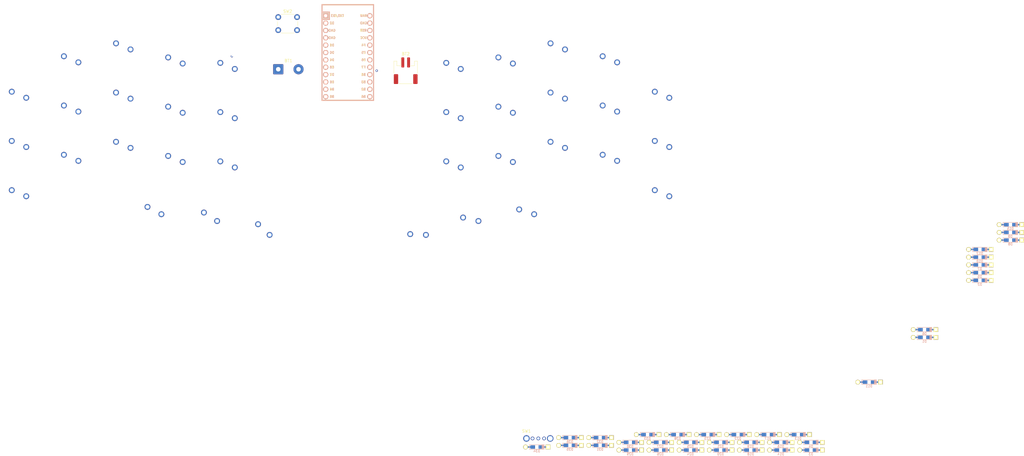
<source format=kicad_pcb>
(kicad_pcb (version 20171130) (host pcbnew "(5.1.4-0)")

  (general
    (thickness 1.6)
    (drawings 0)
    (tracks 2)
    (zones 0)
    (modules 77)
    (nets 61)
  )

  (page A4)
  (layers
    (0 F.Cu signal)
    (31 B.Cu signal)
    (32 B.Adhes user)
    (33 F.Adhes user)
    (34 B.Paste user)
    (35 F.Paste user)
    (36 B.SilkS user)
    (37 F.SilkS user)
    (38 B.Mask user)
    (39 F.Mask user)
    (40 Dwgs.User user)
    (41 Cmts.User user)
    (42 Eco1.User user)
    (43 Eco2.User user)
    (44 Edge.Cuts user)
    (45 Margin user)
    (46 B.CrtYd user)
    (47 F.CrtYd user)
    (48 B.Fab user)
    (49 F.Fab user)
  )

  (setup
    (last_trace_width 0.25)
    (trace_clearance 0.5)
    (zone_clearance 0.508)
    (zone_45_only no)
    (trace_min 0.2)
    (via_size 0.8)
    (via_drill 0.4)
    (via_min_size 0.4)
    (via_min_drill 0.3)
    (uvia_size 0.3)
    (uvia_drill 0.1)
    (uvias_allowed no)
    (uvia_min_size 0.2)
    (uvia_min_drill 0.1)
    (edge_width 0.05)
    (segment_width 0.2)
    (pcb_text_width 0.3)
    (pcb_text_size 1.5 1.5)
    (mod_edge_width 0.12)
    (mod_text_size 1 1)
    (mod_text_width 0.15)
    (pad_size 1.524 1.524)
    (pad_drill 0.762)
    (pad_to_mask_clearance 0.051)
    (solder_mask_min_width 0.25)
    (aux_axis_origin 0 0)
    (grid_origin 0.325 -75.55)
    (visible_elements FFFFFFFF)
    (pcbplotparams
      (layerselection 0x010fc_ffffffff)
      (usegerberextensions true)
      (usegerberattributes false)
      (usegerberadvancedattributes false)
      (creategerberjobfile false)
      (excludeedgelayer true)
      (linewidth 0.100000)
      (plotframeref false)
      (viasonmask false)
      (mode 1)
      (useauxorigin false)
      (hpglpennumber 1)
      (hpglpenspeed 20)
      (hpglpendiameter 15.000000)
      (psnegative false)
      (psa4output false)
      (plotreference true)
      (plotvalue true)
      (plotinvisibletext false)
      (padsonsilk false)
      (subtractmaskfromsilk true)
      (outputformat 1)
      (mirror false)
      (drillshape 0)
      (scaleselection 1)
      (outputdirectory "testgerbers"))
  )

  (net 0 "")
  (net 1 GND)
  (net 2 "Net-(BT1-Pad1)")
  (net 3 ROW0)
  (net 4 "Net-(D1-Pad2)")
  (net 5 "Net-(D2-Pad2)")
  (net 6 "Net-(D3-Pad2)")
  (net 7 "Net-(D4-Pad2)")
  (net 8 "Net-(D5-Pad2)")
  (net 9 "Net-(D6-Pad2)")
  (net 10 "Net-(D7-Pad2)")
  (net 11 "Net-(D8-Pad2)")
  (net 12 "Net-(D9-Pad2)")
  (net 13 "Net-(D10-Pad2)")
  (net 14 ROW1)
  (net 15 "Net-(D11-Pad2)")
  (net 16 "Net-(D12-Pad2)")
  (net 17 "Net-(D13-Pad2)")
  (net 18 "Net-(D14-Pad2)")
  (net 19 "Net-(D15-Pad2)")
  (net 20 "Net-(D16-Pad2)")
  (net 21 "Net-(D17-Pad2)")
  (net 22 "Net-(D18-Pad2)")
  (net 23 "Net-(D19-Pad2)")
  (net 24 "Net-(D20-Pad2)")
  (net 25 ROW2)
  (net 26 "Net-(D21-Pad2)")
  (net 27 "Net-(D22-Pad2)")
  (net 28 "Net-(D23-Pad2)")
  (net 29 "Net-(D24-Pad2)")
  (net 30 "Net-(D25-Pad2)")
  (net 31 "Net-(D26-Pad2)")
  (net 32 "Net-(D27-Pad2)")
  (net 33 "Net-(D28-Pad2)")
  (net 34 "Net-(D29-Pad2)")
  (net 35 "Net-(D30-Pad2)")
  (net 36 ROW3)
  (net 37 "Net-(D31-Pad2)")
  (net 38 "Net-(D32-Pad2)")
  (net 39 "Net-(D33-Pad2)")
  (net 40 "Net-(D34-Pad2)")
  (net 41 "Net-(D35-Pad2)")
  (net 42 "Net-(D36-Pad2)")
  (net 43 "Net-(SW1-Pad3)")
  (net 44 RST)
  (net 45 COL0)
  (net 46 COL1)
  (net 47 COL2)
  (net 48 COL3)
  (net 49 COL4)
  (net 50 COL5)
  (net 51 COL7)
  (net 52 COL8)
  (net 53 COL9)
  (net 54 COL6)
  (net 55 +BATT)
  (net 56 "Net-(U1-Pad12)")
  (net 57 VCC)
  (net 58 "Net-(U1-Pad15)")
  (net 59 "Net-(U1-Pad14)")
  (net 60 "Net-(U1-Pad13)")

  (net_class Default "This is the default net class."
    (clearance 0.5)
    (trace_width 0.25)
    (via_dia 0.8)
    (via_drill 0.4)
    (uvia_dia 0.3)
    (uvia_drill 0.1)
    (add_net +BATT)
    (add_net COL0)
    (add_net COL1)
    (add_net COL2)
    (add_net COL3)
    (add_net COL4)
    (add_net COL5)
    (add_net COL6)
    (add_net COL7)
    (add_net COL8)
    (add_net COL9)
    (add_net GND)
    (add_net "Net-(BT1-Pad1)")
    (add_net "Net-(D1-Pad2)")
    (add_net "Net-(D10-Pad2)")
    (add_net "Net-(D11-Pad2)")
    (add_net "Net-(D12-Pad2)")
    (add_net "Net-(D13-Pad2)")
    (add_net "Net-(D14-Pad2)")
    (add_net "Net-(D15-Pad2)")
    (add_net "Net-(D16-Pad2)")
    (add_net "Net-(D17-Pad2)")
    (add_net "Net-(D18-Pad2)")
    (add_net "Net-(D19-Pad2)")
    (add_net "Net-(D2-Pad2)")
    (add_net "Net-(D20-Pad2)")
    (add_net "Net-(D21-Pad2)")
    (add_net "Net-(D22-Pad2)")
    (add_net "Net-(D23-Pad2)")
    (add_net "Net-(D24-Pad2)")
    (add_net "Net-(D25-Pad2)")
    (add_net "Net-(D26-Pad2)")
    (add_net "Net-(D27-Pad2)")
    (add_net "Net-(D28-Pad2)")
    (add_net "Net-(D29-Pad2)")
    (add_net "Net-(D3-Pad2)")
    (add_net "Net-(D30-Pad2)")
    (add_net "Net-(D31-Pad2)")
    (add_net "Net-(D32-Pad2)")
    (add_net "Net-(D33-Pad2)")
    (add_net "Net-(D34-Pad2)")
    (add_net "Net-(D35-Pad2)")
    (add_net "Net-(D36-Pad2)")
    (add_net "Net-(D4-Pad2)")
    (add_net "Net-(D5-Pad2)")
    (add_net "Net-(D6-Pad2)")
    (add_net "Net-(D7-Pad2)")
    (add_net "Net-(D8-Pad2)")
    (add_net "Net-(D9-Pad2)")
    (add_net "Net-(SW1-Pad3)")
    (add_net "Net-(U1-Pad12)")
    (add_net "Net-(U1-Pad13)")
    (add_net "Net-(U1-Pad14)")
    (add_net "Net-(U1-Pad15)")
    (add_net ROW0)
    (add_net ROW1)
    (add_net ROW2)
    (add_net ROW3)
    (add_net RST)
    (add_net VCC)
  )

  (net_class Power ""
    (clearance 0.5)
    (trace_width 0.4)
    (via_dia 0.8)
    (via_drill 0.4)
    (uvia_dia 0.3)
    (uvia_drill 0.1)
  )

  (module Connector_Wire:SolderWire-0.75sqmm_1x02_P7mm_D1.25mm_OD3.5mm (layer F.Cu) (tedit 5EB70B44) (tstamp 5FE5DC6D)
    (at -23.675 -71.05)
    (descr "Soldered wire connection, for 2 times 0.75 mm² wires, reinforced insulation, conductor diameter 1.25mm, outer diameter 3.5mm, size source Multi-Contact FLEXI-xV 0.75 (https://ec.staubli.com/AcroFiles/Catalogues/TM_Cab-Main-11014119_(en)_hi.pdf), bend radius 3 times outer diameter, generated with kicad-footprint-generator")
    (tags "connector wire 0.75sqmm")
    (path /5F8F4EF0)
    (attr virtual)
    (fp_text reference BT1 (at 3.5 -2.95) (layer F.SilkS)
      (effects (font (size 1 1) (thickness 0.15)))
    )
    (fp_text value Battery_Cell (at 3.5 2.95) (layer F.Fab)
      (effects (font (size 1 1) (thickness 0.15)))
    )
    (fp_text user %R (at 3.5 0 90) (layer F.Fab)
      (effects (font (size 1 1) (thickness 0.15)))
    )
    (fp_line (start 9.5 -2.25) (end 4.5 -2.25) (layer F.CrtYd) (width 0.05))
    (fp_line (start 9.5 2.25) (end 9.5 -2.25) (layer F.CrtYd) (width 0.05))
    (fp_line (start 4.5 2.25) (end 9.5 2.25) (layer F.CrtYd) (width 0.05))
    (fp_line (start 4.5 -2.25) (end 4.5 2.25) (layer F.CrtYd) (width 0.05))
    (fp_line (start 2.5 -2.25) (end -2.5 -2.25) (layer F.CrtYd) (width 0.05))
    (fp_line (start 2.5 2.25) (end 2.5 -2.25) (layer F.CrtYd) (width 0.05))
    (fp_line (start -2.5 2.25) (end 2.5 2.25) (layer F.CrtYd) (width 0.05))
    (fp_line (start -2.5 -2.25) (end -2.5 2.25) (layer F.CrtYd) (width 0.05))
    (fp_circle (center 7 0) (end 8.75 0) (layer F.Fab) (width 0.1))
    (fp_circle (center 0 0) (end 1.75 0) (layer F.Fab) (width 0.1))
    (pad 2 thru_hole circle (at 7 0) (size 3.5 3.5) (drill 1.55) (layers *.Cu *.Mask)
      (net 1 GND))
    (pad 1 thru_hole roundrect (at 0 0) (size 3.5 3.5) (drill 1.55) (layers *.Cu *.Mask) (roundrect_rratio 0.07142900000000001)
      (net 2 "Net-(BT1-Pad1)"))
    (model ${KISYS3DMOD}/Connector_Wire.3dshapes/SolderWire-0.75sqmm_1x02_P7mm_D1.25mm_OD3.5mm.wrl
      (at (xyz 0 0 0))
      (scale (xyz 1 1 1))
      (rotate (xyz 0 0 0))
    )
  )

  (module Connector_JST:JST_PH_S2B-PH-SM4-TB_1x02-1MP_P2.00mm_Horizontal (layer F.Cu) (tedit 5B78AD87) (tstamp 5FE4069B)
    (at 20.325 -70.55)
    (descr "JST PH series connector, S2B-PH-SM4-TB (http://www.jst-mfg.com/product/pdf/eng/ePH.pdf), generated with kicad-footprint-generator")
    (tags "connector JST PH top entry")
    (path /5FE54E51)
    (attr smd)
    (fp_text reference BT2 (at 0 -5.8) (layer F.SilkS)
      (effects (font (size 1 1) (thickness 0.15)))
    )
    (fp_text value Battery_Cell (at 0 5.8) (layer F.Fab)
      (effects (font (size 1 1) (thickness 0.15)))
    )
    (fp_text user %R (at 0 1.5) (layer F.Fab)
      (effects (font (size 1 1) (thickness 0.15)))
    )
    (fp_line (start -1 -0.892893) (end -0.5 -1.6) (layer F.Fab) (width 0.1))
    (fp_line (start -1.5 -1.6) (end -1 -0.892893) (layer F.Fab) (width 0.1))
    (fp_line (start 4.6 -5.1) (end -4.6 -5.1) (layer F.CrtYd) (width 0.05))
    (fp_line (start 4.6 5.1) (end 4.6 -5.1) (layer F.CrtYd) (width 0.05))
    (fp_line (start -4.6 5.1) (end 4.6 5.1) (layer F.CrtYd) (width 0.05))
    (fp_line (start -4.6 -5.1) (end -4.6 5.1) (layer F.CrtYd) (width 0.05))
    (fp_line (start 3.95 -3.2) (end 3.95 4.4) (layer F.Fab) (width 0.1))
    (fp_line (start -3.95 -3.2) (end -3.95 4.4) (layer F.Fab) (width 0.1))
    (fp_line (start -3.95 4.4) (end 3.95 4.4) (layer F.Fab) (width 0.1))
    (fp_line (start -2.34 4.51) (end 2.34 4.51) (layer F.SilkS) (width 0.12))
    (fp_line (start 3.04 -1.71) (end 1.76 -1.71) (layer F.SilkS) (width 0.12))
    (fp_line (start 3.04 -3.31) (end 3.04 -1.71) (layer F.SilkS) (width 0.12))
    (fp_line (start 4.06 -3.31) (end 3.04 -3.31) (layer F.SilkS) (width 0.12))
    (fp_line (start 4.06 0.94) (end 4.06 -3.31) (layer F.SilkS) (width 0.12))
    (fp_line (start -1.76 -1.71) (end -1.76 -4.6) (layer F.SilkS) (width 0.12))
    (fp_line (start -3.04 -1.71) (end -1.76 -1.71) (layer F.SilkS) (width 0.12))
    (fp_line (start -3.04 -3.31) (end -3.04 -1.71) (layer F.SilkS) (width 0.12))
    (fp_line (start -4.06 -3.31) (end -3.04 -3.31) (layer F.SilkS) (width 0.12))
    (fp_line (start -4.06 0.94) (end -4.06 -3.31) (layer F.SilkS) (width 0.12))
    (fp_line (start 3.15 -3.2) (end 3.95 -3.2) (layer F.Fab) (width 0.1))
    (fp_line (start 3.15 -1.6) (end 3.15 -3.2) (layer F.Fab) (width 0.1))
    (fp_line (start -3.15 -1.6) (end 3.15 -1.6) (layer F.Fab) (width 0.1))
    (fp_line (start -3.15 -3.2) (end -3.15 -1.6) (layer F.Fab) (width 0.1))
    (fp_line (start -3.95 -3.2) (end -3.15 -3.2) (layer F.Fab) (width 0.1))
    (pad MP smd roundrect (at 3.35 2.9) (size 1.5 3.4) (layers F.Cu F.Paste F.Mask) (roundrect_rratio 0.166667))
    (pad MP smd roundrect (at -3.35 2.9) (size 1.5 3.4) (layers F.Cu F.Paste F.Mask) (roundrect_rratio 0.166667))
    (pad 2 smd roundrect (at 1 -2.85) (size 1 3.5) (layers F.Cu F.Paste F.Mask) (roundrect_rratio 0.25)
      (net 1 GND))
    (pad 1 smd roundrect (at -1 -2.85) (size 1 3.5) (layers F.Cu F.Paste F.Mask) (roundrect_rratio 0.25)
      (net 2 "Net-(BT1-Pad1)"))
    (model ${KISYS3DMOD}/Connector_JST.3dshapes/JST_PH_S2B-PH-SM4-TB_1x02-1MP_P2.00mm_Horizontal.wrl
      (at (xyz 0 0 0))
      (scale (xyz 1 1 1))
      (rotate (xyz 0 0 0))
    )
  )

  (module switchfootprints:Choc_PG1350_Choc_Spacing (layer F.Cu) (tedit 5F834A13) (tstamp 5FE33CE5)
    (at 93.325 -62.33)
    (descr "Kailh \"Choc\" PG1350 keyswitch")
    (tags kailh,choc)
    (path /5F97DB47)
    (fp_text reference SW31 (at 0 0) (layer F.SilkS) hide
      (effects (font (size 1 1) (thickness 0.15)))
    )
    (fp_text value SW_Push (at 0 10.5) (layer Cmts.User) hide
      (effects (font (size 1 1) (thickness 0.15)))
    )
    (fp_line (start -9 8.5) (end -9 -8.5) (layer Eco1.User) (width 0.12))
    (fp_line (start 9 8.5) (end -9 8.5) (layer Eco1.User) (width 0.12))
    (fp_line (start 9 -8.5) (end 9 8.5) (layer Eco1.User) (width 0.12))
    (fp_line (start -9 -8.5) (end 9 -8.5) (layer Eco1.User) (width 0.12))
    (fp_line (start -2.6 -3.1) (end 2.6 -3.1) (layer Eco2.User) (width 0.15))
    (fp_line (start 2.6 -3.1) (end 2.6 -6.3) (layer Eco2.User) (width 0.15))
    (fp_line (start 2.6 -6.3) (end -2.6 -6.3) (layer Eco2.User) (width 0.15))
    (fp_line (start -2.6 -3.1) (end -2.6 -6.3) (layer Eco2.User) (width 0.15))
    (fp_line (start -6.9 6.9) (end 6.9 6.9) (layer Eco2.User) (width 0.15))
    (fp_line (start 6.9 -6.9) (end -6.9 -6.9) (layer Eco2.User) (width 0.15))
    (fp_line (start 6.9 -6.9) (end 6.9 6.9) (layer Eco2.User) (width 0.15))
    (fp_line (start -6.9 6.9) (end -6.9 -6.9) (layer Eco2.User) (width 0.15))
    (pad "" np_thru_hole circle (at 0 0) (size 3.429 3.429) (drill 3.429) (layers *.Cu *.Mask))
    (pad 2 thru_hole circle (at -5 3.8) (size 2.032 2.032) (drill 1.27) (layers *.Cu *.Mask)
      (net 52 COL8))
    (pad 1 thru_hole circle (at 0 5.9) (size 2.032 2.032) (drill 1.27) (layers *.Cu *.Mask)
      (net 34 "Net-(D29-Pad2)"))
    (pad "" np_thru_hole circle (at 5.22 -4.2) (size 0.9906 0.9906) (drill 0.9906) (layers *.Cu *.Mask))
    (pad "" np_thru_hole circle (at 5.5 0) (size 1.7018 1.7018) (drill 1.7018) (layers *.Cu *.Mask))
    (pad "" np_thru_hole circle (at -5.5 0) (size 1.7018 1.7018) (drill 1.7018) (layers *.Cu *.Mask))
  )

  (module switchfootprints:Choc_PG1350_Choc_Spacing (layer F.Cu) (tedit 5F834A13) (tstamp 5FE5DF7D)
    (at -110.675 -67.1)
    (descr "Kailh \"Choc\" PG1350 keyswitch")
    (tags kailh,choc)
    (path /5F8EDC7E)
    (fp_text reference SW3 (at 0 0) (layer F.SilkS) hide
      (effects (font (size 1 1) (thickness 0.15)))
    )
    (fp_text value SW_Push (at 0 10.5) (layer Cmts.User) hide
      (effects (font (size 1 1) (thickness 0.15)))
    )
    (fp_line (start -9 8.5) (end -9 -8.5) (layer Eco1.User) (width 0.12))
    (fp_line (start 9 8.5) (end -9 8.5) (layer Eco1.User) (width 0.12))
    (fp_line (start 9 -8.5) (end 9 8.5) (layer Eco1.User) (width 0.12))
    (fp_line (start -9 -8.5) (end 9 -8.5) (layer Eco1.User) (width 0.12))
    (fp_line (start -2.6 -3.1) (end 2.6 -3.1) (layer Eco2.User) (width 0.15))
    (fp_line (start 2.6 -3.1) (end 2.6 -6.3) (layer Eco2.User) (width 0.15))
    (fp_line (start 2.6 -6.3) (end -2.6 -6.3) (layer Eco2.User) (width 0.15))
    (fp_line (start -2.6 -3.1) (end -2.6 -6.3) (layer Eco2.User) (width 0.15))
    (fp_line (start -6.9 6.9) (end 6.9 6.9) (layer Eco2.User) (width 0.15))
    (fp_line (start 6.9 -6.9) (end -6.9 -6.9) (layer Eco2.User) (width 0.15))
    (fp_line (start 6.9 -6.9) (end 6.9 6.9) (layer Eco2.User) (width 0.15))
    (fp_line (start -6.9 6.9) (end -6.9 -6.9) (layer Eco2.User) (width 0.15))
    (pad "" np_thru_hole circle (at 0 0) (size 3.429 3.429) (drill 3.429) (layers *.Cu *.Mask))
    (pad 2 thru_hole circle (at -5 3.8) (size 2.032 2.032) (drill 1.27) (layers *.Cu *.Mask)
      (net 45 COL0))
    (pad 1 thru_hole circle (at 0 5.9) (size 2.032 2.032) (drill 1.27) (layers *.Cu *.Mask)
      (net 4 "Net-(D1-Pad2)"))
    (pad "" np_thru_hole circle (at 5.22 -4.2) (size 0.9906 0.9906) (drill 0.9906) (layers *.Cu *.Mask))
    (pad "" np_thru_hole circle (at 5.5 0) (size 1.7018 1.7018) (drill 1.7018) (layers *.Cu *.Mask))
    (pad "" np_thru_hole circle (at -5.5 0) (size 1.7018 1.7018) (drill 1.7018) (layers *.Cu *.Mask))
  )

  (module switchfootprints:Choc_PG1350_Choc_Spacing (layer F.Cu) (tedit 5F834A13) (tstamp 5FE28B22)
    (at -24.637675 -19.409667 340)
    (descr "Kailh \"Choc\" PG1350 keyswitch")
    (tags kailh,choc)
    (path /5F986F42)
    (fp_text reference SW35 (at 0 0 160) (layer F.SilkS) hide
      (effects (font (size 1 1) (thickness 0.15)))
    )
    (fp_text value SW_Push (at 0 10.5 160) (layer Cmts.User) hide
      (effects (font (size 1 1) (thickness 0.15)))
    )
    (fp_line (start -6.9 6.9) (end -6.9 -6.9) (layer Eco2.User) (width 0.15))
    (fp_line (start 6.9 -6.9) (end 6.9 6.9) (layer Eco2.User) (width 0.15))
    (fp_line (start 6.9 -6.9) (end -6.9 -6.9) (layer Eco2.User) (width 0.15))
    (fp_line (start -6.9 6.9) (end 6.9 6.9) (layer Eco2.User) (width 0.15))
    (fp_line (start -2.6 -3.1) (end -2.6 -6.3) (layer Eco2.User) (width 0.15))
    (fp_line (start 2.6 -6.3) (end -2.6 -6.3) (layer Eco2.User) (width 0.15))
    (fp_line (start 2.6 -3.1) (end 2.6 -6.3) (layer Eco2.User) (width 0.15))
    (fp_line (start -2.6 -3.1) (end 2.6 -3.1) (layer Eco2.User) (width 0.15))
    (fp_line (start -9 -8.5) (end 9 -8.5) (layer Eco1.User) (width 0.12))
    (fp_line (start 9 -8.5) (end 9 8.5) (layer Eco1.User) (width 0.12))
    (fp_line (start 9 8.5) (end -9 8.5) (layer Eco1.User) (width 0.12))
    (fp_line (start -9 8.5) (end -9 -8.5) (layer Eco1.User) (width 0.12))
    (pad "" np_thru_hole circle (at -5.5 0 340) (size 1.7018 1.7018) (drill 1.7018) (layers *.Cu *.Mask))
    (pad "" np_thru_hole circle (at 5.5 0 340) (size 1.7018 1.7018) (drill 1.7018) (layers *.Cu *.Mask))
    (pad "" np_thru_hole circle (at 5.22 -4.2 340) (size 0.9906 0.9906) (drill 0.9906) (layers *.Cu *.Mask))
    (pad 1 thru_hole circle (at 0 5.9 340) (size 2.032 2.032) (drill 1.27) (layers *.Cu *.Mask)
      (net 39 "Net-(D33-Pad2)"))
    (pad 2 thru_hole circle (at -5 3.8 340) (size 2.032 2.032) (drill 1.27) (layers *.Cu *.Mask)
      (net 49 COL4))
    (pad "" np_thru_hole circle (at 0 0 340) (size 3.429 3.429) (drill 3.429) (layers *.Cu *.Mask))
  )

  (module switchfootprints:Choc_PG1350_Choc_Spacing (layer F.Cu) (tedit 5F834A13) (tstamp 5FE28B0D)
    (at -43.757831 -24.462238 350)
    (descr "Kailh \"Choc\" PG1350 keyswitch")
    (tags kailh,choc)
    (path /5F986F34)
    (fp_text reference SW34 (at 0 0 170) (layer F.SilkS) hide
      (effects (font (size 1 1) (thickness 0.15)))
    )
    (fp_text value SW_Push (at 0 10.5 170) (layer Cmts.User) hide
      (effects (font (size 1 1) (thickness 0.15)))
    )
    (fp_line (start -6.9 6.9) (end -6.9 -6.9) (layer Eco2.User) (width 0.15))
    (fp_line (start 6.9 -6.9) (end 6.9 6.9) (layer Eco2.User) (width 0.15))
    (fp_line (start 6.9 -6.9) (end -6.9 -6.9) (layer Eco2.User) (width 0.15))
    (fp_line (start -6.9 6.9) (end 6.9 6.9) (layer Eco2.User) (width 0.15))
    (fp_line (start -2.6 -3.1) (end -2.6 -6.3) (layer Eco2.User) (width 0.15))
    (fp_line (start 2.6 -6.3) (end -2.6 -6.3) (layer Eco2.User) (width 0.15))
    (fp_line (start 2.6 -3.1) (end 2.6 -6.3) (layer Eco2.User) (width 0.15))
    (fp_line (start -2.6 -3.1) (end 2.6 -3.1) (layer Eco2.User) (width 0.15))
    (fp_line (start -9 -8.5) (end 9 -8.5) (layer Eco1.User) (width 0.12))
    (fp_line (start 9 -8.5) (end 9 8.5) (layer Eco1.User) (width 0.12))
    (fp_line (start 9 8.5) (end -9 8.5) (layer Eco1.User) (width 0.12))
    (fp_line (start -9 8.5) (end -9 -8.5) (layer Eco1.User) (width 0.12))
    (pad "" np_thru_hole circle (at -5.5 0 350) (size 1.7018 1.7018) (drill 1.7018) (layers *.Cu *.Mask))
    (pad "" np_thru_hole circle (at 5.5 0 350) (size 1.7018 1.7018) (drill 1.7018) (layers *.Cu *.Mask))
    (pad "" np_thru_hole circle (at 5.22 -4.2 350) (size 0.9906 0.9906) (drill 0.9906) (layers *.Cu *.Mask))
    (pad 1 thru_hole circle (at 0 5.9 350) (size 2.032 2.032) (drill 1.27) (layers *.Cu *.Mask)
      (net 38 "Net-(D32-Pad2)"))
    (pad 2 thru_hole circle (at -5 3.8 350) (size 2.032 2.032) (drill 1.27) (layers *.Cu *.Mask)
      (net 48 COL3))
    (pad "" np_thru_hole circle (at 0 0 350) (size 3.429 3.429) (drill 3.429) (layers *.Cu *.Mask))
  )

  (module switchfootprints:Choc_PG1350_Choc_Spacing (layer F.Cu) (tedit 5F834A13) (tstamp 5FE28AF8)
    (at -63.50783 -26.872238 355)
    (descr "Kailh \"Choc\" PG1350 keyswitch")
    (tags kailh,choc)
    (path /5F986F26)
    (fp_text reference SW33 (at 0 0 175) (layer F.SilkS) hide
      (effects (font (size 1 1) (thickness 0.15)))
    )
    (fp_text value SW_Push (at 0 10.5 175) (layer Cmts.User) hide
      (effects (font (size 1 1) (thickness 0.15)))
    )
    (fp_line (start -6.9 6.9) (end -6.9 -6.9) (layer Eco2.User) (width 0.15))
    (fp_line (start 6.9 -6.9) (end 6.9 6.9) (layer Eco2.User) (width 0.15))
    (fp_line (start 6.9 -6.9) (end -6.9 -6.9) (layer Eco2.User) (width 0.15))
    (fp_line (start -6.9 6.9) (end 6.9 6.9) (layer Eco2.User) (width 0.15))
    (fp_line (start -2.6 -3.1) (end -2.6 -6.3) (layer Eco2.User) (width 0.15))
    (fp_line (start 2.6 -6.3) (end -2.6 -6.3) (layer Eco2.User) (width 0.15))
    (fp_line (start 2.6 -3.1) (end 2.6 -6.3) (layer Eco2.User) (width 0.15))
    (fp_line (start -2.6 -3.1) (end 2.6 -3.1) (layer Eco2.User) (width 0.15))
    (fp_line (start -9 -8.5) (end 9 -8.5) (layer Eco1.User) (width 0.12))
    (fp_line (start 9 -8.5) (end 9 8.5) (layer Eco1.User) (width 0.12))
    (fp_line (start 9 8.5) (end -9 8.5) (layer Eco1.User) (width 0.12))
    (fp_line (start -9 8.5) (end -9 -8.5) (layer Eco1.User) (width 0.12))
    (pad "" np_thru_hole circle (at -5.5 0 355) (size 1.7018 1.7018) (drill 1.7018) (layers *.Cu *.Mask))
    (pad "" np_thru_hole circle (at 5.5 0 355) (size 1.7018 1.7018) (drill 1.7018) (layers *.Cu *.Mask))
    (pad "" np_thru_hole circle (at 5.22 -4.2 355) (size 0.9906 0.9906) (drill 0.9906) (layers *.Cu *.Mask))
    (pad 1 thru_hole circle (at 0 5.9 355) (size 2.032 2.032) (drill 1.27) (layers *.Cu *.Mask)
      (net 37 "Net-(D31-Pad2)"))
    (pad 2 thru_hole circle (at -5 3.8 355) (size 2.032 2.032) (drill 1.27) (layers *.Cu *.Mask)
      (net 47 COL2))
    (pad "" np_thru_hole circle (at 0 0 355) (size 3.429 3.429) (drill 3.429) (layers *.Cu *.Mask))
  )

  (module switchfootprints:Choc_PG1350_Choc_Spacing (layer F.Cu) (tedit 5F834A13) (tstamp 5FE5E2C5)
    (at 64.157829 -26.872238 5)
    (descr "Kailh \"Choc\" PG1350 keyswitch")
    (tags kailh,choc)
    (path /5F98D884)
    (fp_text reference SW38 (at 0 0 5) (layer F.SilkS) hide
      (effects (font (size 1 1) (thickness 0.15)))
    )
    (fp_text value SW_Push (at 0 10.5 5) (layer Cmts.User) hide
      (effects (font (size 1 1) (thickness 0.15)))
    )
    (fp_line (start -9 8.5) (end -9 -8.5) (layer Eco1.User) (width 0.12))
    (fp_line (start 9 8.5) (end -9 8.5) (layer Eco1.User) (width 0.12))
    (fp_line (start 9 -8.5) (end 9 8.5) (layer Eco1.User) (width 0.12))
    (fp_line (start -9 -8.5) (end 9 -8.5) (layer Eco1.User) (width 0.12))
    (fp_line (start -2.6 -3.1) (end 2.6 -3.1) (layer Eco2.User) (width 0.15))
    (fp_line (start 2.6 -3.1) (end 2.6 -6.3) (layer Eco2.User) (width 0.15))
    (fp_line (start 2.6 -6.3) (end -2.6 -6.3) (layer Eco2.User) (width 0.15))
    (fp_line (start -2.6 -3.1) (end -2.6 -6.3) (layer Eco2.User) (width 0.15))
    (fp_line (start -6.9 6.9) (end 6.9 6.9) (layer Eco2.User) (width 0.15))
    (fp_line (start 6.9 -6.9) (end -6.9 -6.9) (layer Eco2.User) (width 0.15))
    (fp_line (start 6.9 -6.9) (end 6.9 6.9) (layer Eco2.User) (width 0.15))
    (fp_line (start -6.9 6.9) (end -6.9 -6.9) (layer Eco2.User) (width 0.15))
    (pad "" np_thru_hole circle (at 0 0 5) (size 3.429 3.429) (drill 3.429) (layers *.Cu *.Mask))
    (pad 2 thru_hole circle (at -5 3.8 5) (size 2.032 2.032) (drill 1.27) (layers *.Cu *.Mask)
      (net 51 COL7))
    (pad 1 thru_hole circle (at 0 5.9 5) (size 2.032 2.032) (drill 1.27) (layers *.Cu *.Mask)
      (net 42 "Net-(D36-Pad2)"))
    (pad "" np_thru_hole circle (at 5.22 -4.2 5) (size 0.9906 0.9906) (drill 0.9906) (layers *.Cu *.Mask))
    (pad "" np_thru_hole circle (at 5.5 0 5) (size 1.7018 1.7018) (drill 1.7018) (layers *.Cu *.Mask))
    (pad "" np_thru_hole circle (at -5.5 0 5) (size 1.7018 1.7018) (drill 1.7018) (layers *.Cu *.Mask))
  )

  (module switchfootprints:Choc_PG1350_Choc_Spacing (layer F.Cu) (tedit 5F834A13) (tstamp 5FE5E2AD)
    (at 44.407832 -24.46224 10)
    (descr "Kailh \"Choc\" PG1350 keyswitch")
    (tags kailh,choc)
    (path /5F98D876)
    (fp_text reference SW37 (at 0 0 10) (layer F.SilkS) hide
      (effects (font (size 1 1) (thickness 0.15)))
    )
    (fp_text value SW_Push (at 0 10.5 10) (layer Cmts.User) hide
      (effects (font (size 1 1) (thickness 0.15)))
    )
    (fp_line (start -9 8.5) (end -9 -8.5) (layer Eco1.User) (width 0.12))
    (fp_line (start 9 8.5) (end -9 8.5) (layer Eco1.User) (width 0.12))
    (fp_line (start 9 -8.5) (end 9 8.5) (layer Eco1.User) (width 0.12))
    (fp_line (start -9 -8.5) (end 9 -8.5) (layer Eco1.User) (width 0.12))
    (fp_line (start -2.6 -3.1) (end 2.6 -3.1) (layer Eco2.User) (width 0.15))
    (fp_line (start 2.6 -3.1) (end 2.6 -6.3) (layer Eco2.User) (width 0.15))
    (fp_line (start 2.6 -6.3) (end -2.6 -6.3) (layer Eco2.User) (width 0.15))
    (fp_line (start -2.6 -3.1) (end -2.6 -6.3) (layer Eco2.User) (width 0.15))
    (fp_line (start -6.9 6.9) (end 6.9 6.9) (layer Eco2.User) (width 0.15))
    (fp_line (start 6.9 -6.9) (end -6.9 -6.9) (layer Eco2.User) (width 0.15))
    (fp_line (start 6.9 -6.9) (end 6.9 6.9) (layer Eco2.User) (width 0.15))
    (fp_line (start -6.9 6.9) (end -6.9 -6.9) (layer Eco2.User) (width 0.15))
    (pad "" np_thru_hole circle (at 0 0 10) (size 3.429 3.429) (drill 3.429) (layers *.Cu *.Mask))
    (pad 2 thru_hole circle (at -5 3.8 10) (size 2.032 2.032) (drill 1.27) (layers *.Cu *.Mask)
      (net 54 COL6))
    (pad 1 thru_hole circle (at 0 5.9 10) (size 2.032 2.032) (drill 1.27) (layers *.Cu *.Mask)
      (net 41 "Net-(D35-Pad2)"))
    (pad "" np_thru_hole circle (at 5.22 -4.2 10) (size 0.9906 0.9906) (drill 0.9906) (layers *.Cu *.Mask))
    (pad "" np_thru_hole circle (at 5.5 0 10) (size 1.7018 1.7018) (drill 1.7018) (layers *.Cu *.Mask))
    (pad "" np_thru_hole circle (at -5.5 0 10) (size 1.7018 1.7018) (drill 1.7018) (layers *.Cu *.Mask))
  )

  (module switchfootprints:Choc_PG1350_Choc_Spacing (layer F.Cu) (tedit 5F834A13) (tstamp 5FE5E295)
    (at 25.287676 -19.409665 20)
    (descr "Kailh \"Choc\" PG1350 keyswitch")
    (tags kailh,choc)
    (path /5F98D868)
    (fp_text reference SW36 (at 0 0 20) (layer F.SilkS) hide
      (effects (font (size 1 1) (thickness 0.15)))
    )
    (fp_text value SW_Push (at 0 10.5 20) (layer Cmts.User) hide
      (effects (font (size 1 1) (thickness 0.15)))
    )
    (fp_line (start -9 8.5) (end -9 -8.5) (layer Eco1.User) (width 0.12))
    (fp_line (start 9 8.5) (end -9 8.5) (layer Eco1.User) (width 0.12))
    (fp_line (start 9 -8.5) (end 9 8.5) (layer Eco1.User) (width 0.12))
    (fp_line (start -9 -8.5) (end 9 -8.5) (layer Eco1.User) (width 0.12))
    (fp_line (start -2.6 -3.1) (end 2.6 -3.1) (layer Eco2.User) (width 0.15))
    (fp_line (start 2.6 -3.1) (end 2.6 -6.3) (layer Eco2.User) (width 0.15))
    (fp_line (start 2.6 -6.3) (end -2.6 -6.3) (layer Eco2.User) (width 0.15))
    (fp_line (start -2.6 -3.1) (end -2.6 -6.3) (layer Eco2.User) (width 0.15))
    (fp_line (start -6.9 6.9) (end 6.9 6.9) (layer Eco2.User) (width 0.15))
    (fp_line (start 6.9 -6.9) (end -6.9 -6.9) (layer Eco2.User) (width 0.15))
    (fp_line (start 6.9 -6.9) (end 6.9 6.9) (layer Eco2.User) (width 0.15))
    (fp_line (start -6.9 6.9) (end -6.9 -6.9) (layer Eco2.User) (width 0.15))
    (pad "" np_thru_hole circle (at 0 0 20) (size 3.429 3.429) (drill 3.429) (layers *.Cu *.Mask))
    (pad 2 thru_hole circle (at -5 3.8 20) (size 2.032 2.032) (drill 1.27) (layers *.Cu *.Mask)
      (net 50 COL5))
    (pad 1 thru_hole circle (at 0 5.9 20) (size 2.032 2.032) (drill 1.27) (layers *.Cu *.Mask)
      (net 40 "Net-(D34-Pad2)"))
    (pad "" np_thru_hole circle (at 5.22 -4.2 20) (size 0.9906 0.9906) (drill 0.9906) (layers *.Cu *.Mask))
    (pad "" np_thru_hole circle (at 5.5 0 20) (size 1.7018 1.7018) (drill 1.7018) (layers *.Cu *.Mask))
    (pad "" np_thru_hole circle (at -5.5 0 20) (size 1.7018 1.7018) (drill 1.7018) (layers *.Cu *.Mask))
  )

  (module switchfootprints:Choc_PG1350_Choc_Spacing (layer F.Cu) (tedit 5F834A13) (tstamp 5FE5E235)
    (at 111.325 -33.1)
    (descr "Kailh \"Choc\" PG1350 keyswitch")
    (tags kailh,choc)
    (path /5F97DB71)
    (fp_text reference SW32 (at 0 0) (layer F.SilkS) hide
      (effects (font (size 1 1) (thickness 0.15)))
    )
    (fp_text value SW_Push (at 0 10.5) (layer Cmts.User) hide
      (effects (font (size 1 1) (thickness 0.15)))
    )
    (fp_line (start -9 8.5) (end -9 -8.5) (layer Eco1.User) (width 0.12))
    (fp_line (start 9 8.5) (end -9 8.5) (layer Eco1.User) (width 0.12))
    (fp_line (start 9 -8.5) (end 9 8.5) (layer Eco1.User) (width 0.12))
    (fp_line (start -9 -8.5) (end 9 -8.5) (layer Eco1.User) (width 0.12))
    (fp_line (start -2.6 -3.1) (end 2.6 -3.1) (layer Eco2.User) (width 0.15))
    (fp_line (start 2.6 -3.1) (end 2.6 -6.3) (layer Eco2.User) (width 0.15))
    (fp_line (start 2.6 -6.3) (end -2.6 -6.3) (layer Eco2.User) (width 0.15))
    (fp_line (start -2.6 -3.1) (end -2.6 -6.3) (layer Eco2.User) (width 0.15))
    (fp_line (start -6.9 6.9) (end 6.9 6.9) (layer Eco2.User) (width 0.15))
    (fp_line (start 6.9 -6.9) (end -6.9 -6.9) (layer Eco2.User) (width 0.15))
    (fp_line (start 6.9 -6.9) (end 6.9 6.9) (layer Eco2.User) (width 0.15))
    (fp_line (start -6.9 6.9) (end -6.9 -6.9) (layer Eco2.User) (width 0.15))
    (pad "" np_thru_hole circle (at 0 0) (size 3.429 3.429) (drill 3.429) (layers *.Cu *.Mask))
    (pad 2 thru_hole circle (at -5 3.8) (size 2.032 2.032) (drill 1.27) (layers *.Cu *.Mask)
      (net 53 COL9))
    (pad 1 thru_hole circle (at 0 5.9) (size 2.032 2.032) (drill 1.27) (layers *.Cu *.Mask)
      (net 35 "Net-(D30-Pad2)"))
    (pad "" np_thru_hole circle (at 5.22 -4.2) (size 0.9906 0.9906) (drill 0.9906) (layers *.Cu *.Mask))
    (pad "" np_thru_hole circle (at 5.5 0) (size 1.7018 1.7018) (drill 1.7018) (layers *.Cu *.Mask))
    (pad "" np_thru_hole circle (at -5.5 0) (size 1.7018 1.7018) (drill 1.7018) (layers *.Cu *.Mask))
  )

  (module switchfootprints:Choc_PG1350_Choc_Spacing (layer F.Cu) (tedit 5F834A13) (tstamp 5FE5E205)
    (at 75.325 -49.8)
    (descr "Kailh \"Choc\" PG1350 keyswitch")
    (tags kailh,choc)
    (path /5F97DB39)
    (fp_text reference SW30 (at 0 0) (layer F.SilkS) hide
      (effects (font (size 1 1) (thickness 0.15)))
    )
    (fp_text value SW_Push (at 0 10.5) (layer Cmts.User) hide
      (effects (font (size 1 1) (thickness 0.15)))
    )
    (fp_line (start -9 8.5) (end -9 -8.5) (layer Eco1.User) (width 0.12))
    (fp_line (start 9 8.5) (end -9 8.5) (layer Eco1.User) (width 0.12))
    (fp_line (start 9 -8.5) (end 9 8.5) (layer Eco1.User) (width 0.12))
    (fp_line (start -9 -8.5) (end 9 -8.5) (layer Eco1.User) (width 0.12))
    (fp_line (start -2.6 -3.1) (end 2.6 -3.1) (layer Eco2.User) (width 0.15))
    (fp_line (start 2.6 -3.1) (end 2.6 -6.3) (layer Eco2.User) (width 0.15))
    (fp_line (start 2.6 -6.3) (end -2.6 -6.3) (layer Eco2.User) (width 0.15))
    (fp_line (start -2.6 -3.1) (end -2.6 -6.3) (layer Eco2.User) (width 0.15))
    (fp_line (start -6.9 6.9) (end 6.9 6.9) (layer Eco2.User) (width 0.15))
    (fp_line (start 6.9 -6.9) (end -6.9 -6.9) (layer Eco2.User) (width 0.15))
    (fp_line (start 6.9 -6.9) (end 6.9 6.9) (layer Eco2.User) (width 0.15))
    (fp_line (start -6.9 6.9) (end -6.9 -6.9) (layer Eco2.User) (width 0.15))
    (pad "" np_thru_hole circle (at 0 0) (size 3.429 3.429) (drill 3.429) (layers *.Cu *.Mask))
    (pad 2 thru_hole circle (at -5 3.8) (size 2.032 2.032) (drill 1.27) (layers *.Cu *.Mask)
      (net 51 COL7))
    (pad 1 thru_hole circle (at 0 5.9) (size 2.032 2.032) (drill 1.27) (layers *.Cu *.Mask)
      (net 33 "Net-(D28-Pad2)"))
    (pad "" np_thru_hole circle (at 5.22 -4.2) (size 0.9906 0.9906) (drill 0.9906) (layers *.Cu *.Mask))
    (pad "" np_thru_hole circle (at 5.5 0) (size 1.7018 1.7018) (drill 1.7018) (layers *.Cu *.Mask))
    (pad "" np_thru_hole circle (at -5.5 0) (size 1.7018 1.7018) (drill 1.7018) (layers *.Cu *.Mask))
  )

  (module switchfootprints:Choc_PG1350_Choc_Spacing (layer F.Cu) (tedit 5F834A13) (tstamp 5FE5E1ED)
    (at 57.325 -44.925)
    (descr "Kailh \"Choc\" PG1350 keyswitch")
    (tags kailh,choc)
    (path /5F97DB2B)
    (fp_text reference SW29 (at 0 0) (layer F.SilkS) hide
      (effects (font (size 1 1) (thickness 0.15)))
    )
    (fp_text value SW_Push (at 0 10.5) (layer Cmts.User) hide
      (effects (font (size 1 1) (thickness 0.15)))
    )
    (fp_line (start -9 8.5) (end -9 -8.5) (layer Eco1.User) (width 0.12))
    (fp_line (start 9 8.5) (end -9 8.5) (layer Eco1.User) (width 0.12))
    (fp_line (start 9 -8.5) (end 9 8.5) (layer Eco1.User) (width 0.12))
    (fp_line (start -9 -8.5) (end 9 -8.5) (layer Eco1.User) (width 0.12))
    (fp_line (start -2.6 -3.1) (end 2.6 -3.1) (layer Eco2.User) (width 0.15))
    (fp_line (start 2.6 -3.1) (end 2.6 -6.3) (layer Eco2.User) (width 0.15))
    (fp_line (start 2.6 -6.3) (end -2.6 -6.3) (layer Eco2.User) (width 0.15))
    (fp_line (start -2.6 -3.1) (end -2.6 -6.3) (layer Eco2.User) (width 0.15))
    (fp_line (start -6.9 6.9) (end 6.9 6.9) (layer Eco2.User) (width 0.15))
    (fp_line (start 6.9 -6.9) (end -6.9 -6.9) (layer Eco2.User) (width 0.15))
    (fp_line (start 6.9 -6.9) (end 6.9 6.9) (layer Eco2.User) (width 0.15))
    (fp_line (start -6.9 6.9) (end -6.9 -6.9) (layer Eco2.User) (width 0.15))
    (pad "" np_thru_hole circle (at 0 0) (size 3.429 3.429) (drill 3.429) (layers *.Cu *.Mask))
    (pad 2 thru_hole circle (at -5 3.8) (size 2.032 2.032) (drill 1.27) (layers *.Cu *.Mask)
      (net 54 COL6))
    (pad 1 thru_hole circle (at 0 5.9) (size 2.032 2.032) (drill 1.27) (layers *.Cu *.Mask)
      (net 32 "Net-(D27-Pad2)"))
    (pad "" np_thru_hole circle (at 5.22 -4.2) (size 0.9906 0.9906) (drill 0.9906) (layers *.Cu *.Mask))
    (pad "" np_thru_hole circle (at 5.5 0) (size 1.7018 1.7018) (drill 1.7018) (layers *.Cu *.Mask))
    (pad "" np_thru_hole circle (at -5.5 0) (size 1.7018 1.7018) (drill 1.7018) (layers *.Cu *.Mask))
  )

  (module switchfootprints:Choc_PG1350_Choc_Spacing (layer F.Cu) (tedit 5F834A13) (tstamp 5FE5E1D5)
    (at 39.325 -43.05)
    (descr "Kailh \"Choc\" PG1350 keyswitch")
    (tags kailh,choc)
    (path /5F97DB1D)
    (fp_text reference SW28 (at 0 0) (layer F.SilkS) hide
      (effects (font (size 1 1) (thickness 0.15)))
    )
    (fp_text value SW_Push (at 0 10.5) (layer Cmts.User) hide
      (effects (font (size 1 1) (thickness 0.15)))
    )
    (fp_line (start -9 8.5) (end -9 -8.5) (layer Eco1.User) (width 0.12))
    (fp_line (start 9 8.5) (end -9 8.5) (layer Eco1.User) (width 0.12))
    (fp_line (start 9 -8.5) (end 9 8.5) (layer Eco1.User) (width 0.12))
    (fp_line (start -9 -8.5) (end 9 -8.5) (layer Eco1.User) (width 0.12))
    (fp_line (start -2.6 -3.1) (end 2.6 -3.1) (layer Eco2.User) (width 0.15))
    (fp_line (start 2.6 -3.1) (end 2.6 -6.3) (layer Eco2.User) (width 0.15))
    (fp_line (start 2.6 -6.3) (end -2.6 -6.3) (layer Eco2.User) (width 0.15))
    (fp_line (start -2.6 -3.1) (end -2.6 -6.3) (layer Eco2.User) (width 0.15))
    (fp_line (start -6.9 6.9) (end 6.9 6.9) (layer Eco2.User) (width 0.15))
    (fp_line (start 6.9 -6.9) (end -6.9 -6.9) (layer Eco2.User) (width 0.15))
    (fp_line (start 6.9 -6.9) (end 6.9 6.9) (layer Eco2.User) (width 0.15))
    (fp_line (start -6.9 6.9) (end -6.9 -6.9) (layer Eco2.User) (width 0.15))
    (pad "" np_thru_hole circle (at 0 0) (size 3.429 3.429) (drill 3.429) (layers *.Cu *.Mask))
    (pad 2 thru_hole circle (at -5 3.8) (size 2.032 2.032) (drill 1.27) (layers *.Cu *.Mask)
      (net 50 COL5))
    (pad 1 thru_hole circle (at 0 5.9) (size 2.032 2.032) (drill 1.27) (layers *.Cu *.Mask)
      (net 31 "Net-(D26-Pad2)"))
    (pad "" np_thru_hole circle (at 5.22 -4.2) (size 0.9906 0.9906) (drill 0.9906) (layers *.Cu *.Mask))
    (pad "" np_thru_hole circle (at 5.5 0) (size 1.7018 1.7018) (drill 1.7018) (layers *.Cu *.Mask))
    (pad "" np_thru_hole circle (at -5.5 0) (size 1.7018 1.7018) (drill 1.7018) (layers *.Cu *.Mask))
  )

  (module switchfootprints:Choc_PG1350_Choc_Spacing (layer F.Cu) (tedit 5F834A13) (tstamp 5FE5E1BD)
    (at -38.675 -43.05)
    (descr "Kailh \"Choc\" PG1350 keyswitch")
    (tags kailh,choc)
    (path /5F9104AD)
    (fp_text reference SW27 (at 0 0) (layer F.SilkS) hide
      (effects (font (size 1 1) (thickness 0.15)))
    )
    (fp_text value SW_Push (at 0 10.5) (layer Cmts.User) hide
      (effects (font (size 1 1) (thickness 0.15)))
    )
    (fp_line (start -9 8.5) (end -9 -8.5) (layer Eco1.User) (width 0.12))
    (fp_line (start 9 8.5) (end -9 8.5) (layer Eco1.User) (width 0.12))
    (fp_line (start 9 -8.5) (end 9 8.5) (layer Eco1.User) (width 0.12))
    (fp_line (start -9 -8.5) (end 9 -8.5) (layer Eco1.User) (width 0.12))
    (fp_line (start -2.6 -3.1) (end 2.6 -3.1) (layer Eco2.User) (width 0.15))
    (fp_line (start 2.6 -3.1) (end 2.6 -6.3) (layer Eco2.User) (width 0.15))
    (fp_line (start 2.6 -6.3) (end -2.6 -6.3) (layer Eco2.User) (width 0.15))
    (fp_line (start -2.6 -3.1) (end -2.6 -6.3) (layer Eco2.User) (width 0.15))
    (fp_line (start -6.9 6.9) (end 6.9 6.9) (layer Eco2.User) (width 0.15))
    (fp_line (start 6.9 -6.9) (end -6.9 -6.9) (layer Eco2.User) (width 0.15))
    (fp_line (start 6.9 -6.9) (end 6.9 6.9) (layer Eco2.User) (width 0.15))
    (fp_line (start -6.9 6.9) (end -6.9 -6.9) (layer Eco2.User) (width 0.15))
    (pad "" np_thru_hole circle (at 0 0) (size 3.429 3.429) (drill 3.429) (layers *.Cu *.Mask))
    (pad 2 thru_hole circle (at -5 3.8) (size 2.032 2.032) (drill 1.27) (layers *.Cu *.Mask)
      (net 49 COL4))
    (pad 1 thru_hole circle (at 0 5.9) (size 2.032 2.032) (drill 1.27) (layers *.Cu *.Mask)
      (net 30 "Net-(D25-Pad2)"))
    (pad "" np_thru_hole circle (at 5.22 -4.2) (size 0.9906 0.9906) (drill 0.9906) (layers *.Cu *.Mask))
    (pad "" np_thru_hole circle (at 5.5 0) (size 1.7018 1.7018) (drill 1.7018) (layers *.Cu *.Mask))
    (pad "" np_thru_hole circle (at -5.5 0) (size 1.7018 1.7018) (drill 1.7018) (layers *.Cu *.Mask))
  )

  (module switchfootprints:Choc_PG1350_Choc_Spacing (layer F.Cu) (tedit 5F834A13) (tstamp 5FE5E1A5)
    (at -56.675 -44.925)
    (descr "Kailh \"Choc\" PG1350 keyswitch")
    (tags kailh,choc)
    (path /5F90B79B)
    (fp_text reference SW26 (at 0 0) (layer F.SilkS) hide
      (effects (font (size 1 1) (thickness 0.15)))
    )
    (fp_text value SW_Push (at 0 10.5) (layer Cmts.User) hide
      (effects (font (size 1 1) (thickness 0.15)))
    )
    (fp_line (start -9 8.5) (end -9 -8.5) (layer Eco1.User) (width 0.12))
    (fp_line (start 9 8.5) (end -9 8.5) (layer Eco1.User) (width 0.12))
    (fp_line (start 9 -8.5) (end 9 8.5) (layer Eco1.User) (width 0.12))
    (fp_line (start -9 -8.5) (end 9 -8.5) (layer Eco1.User) (width 0.12))
    (fp_line (start -2.6 -3.1) (end 2.6 -3.1) (layer Eco2.User) (width 0.15))
    (fp_line (start 2.6 -3.1) (end 2.6 -6.3) (layer Eco2.User) (width 0.15))
    (fp_line (start 2.6 -6.3) (end -2.6 -6.3) (layer Eco2.User) (width 0.15))
    (fp_line (start -2.6 -3.1) (end -2.6 -6.3) (layer Eco2.User) (width 0.15))
    (fp_line (start -6.9 6.9) (end 6.9 6.9) (layer Eco2.User) (width 0.15))
    (fp_line (start 6.9 -6.9) (end -6.9 -6.9) (layer Eco2.User) (width 0.15))
    (fp_line (start 6.9 -6.9) (end 6.9 6.9) (layer Eco2.User) (width 0.15))
    (fp_line (start -6.9 6.9) (end -6.9 -6.9) (layer Eco2.User) (width 0.15))
    (pad "" np_thru_hole circle (at 0 0) (size 3.429 3.429) (drill 3.429) (layers *.Cu *.Mask))
    (pad 2 thru_hole circle (at -5 3.8) (size 2.032 2.032) (drill 1.27) (layers *.Cu *.Mask)
      (net 48 COL3))
    (pad 1 thru_hole circle (at 0 5.9) (size 2.032 2.032) (drill 1.27) (layers *.Cu *.Mask)
      (net 29 "Net-(D24-Pad2)"))
    (pad "" np_thru_hole circle (at 5.22 -4.2) (size 0.9906 0.9906) (drill 0.9906) (layers *.Cu *.Mask))
    (pad "" np_thru_hole circle (at 5.5 0) (size 1.7018 1.7018) (drill 1.7018) (layers *.Cu *.Mask))
    (pad "" np_thru_hole circle (at -5.5 0) (size 1.7018 1.7018) (drill 1.7018) (layers *.Cu *.Mask))
  )

  (module switchfootprints:Choc_PG1350_Choc_Spacing (layer F.Cu) (tedit 5F834A13) (tstamp 5FE5E18D)
    (at -74.675 -49.8)
    (descr "Kailh \"Choc\" PG1350 keyswitch")
    (tags kailh,choc)
    (path /5F90B78D)
    (fp_text reference SW25 (at 0 0) (layer F.SilkS) hide
      (effects (font (size 1 1) (thickness 0.15)))
    )
    (fp_text value SW_Push (at 0 10.5) (layer Cmts.User) hide
      (effects (font (size 1 1) (thickness 0.15)))
    )
    (fp_line (start -9 8.5) (end -9 -8.5) (layer Eco1.User) (width 0.12))
    (fp_line (start 9 8.5) (end -9 8.5) (layer Eco1.User) (width 0.12))
    (fp_line (start 9 -8.5) (end 9 8.5) (layer Eco1.User) (width 0.12))
    (fp_line (start -9 -8.5) (end 9 -8.5) (layer Eco1.User) (width 0.12))
    (fp_line (start -2.6 -3.1) (end 2.6 -3.1) (layer Eco2.User) (width 0.15))
    (fp_line (start 2.6 -3.1) (end 2.6 -6.3) (layer Eco2.User) (width 0.15))
    (fp_line (start 2.6 -6.3) (end -2.6 -6.3) (layer Eco2.User) (width 0.15))
    (fp_line (start -2.6 -3.1) (end -2.6 -6.3) (layer Eco2.User) (width 0.15))
    (fp_line (start -6.9 6.9) (end 6.9 6.9) (layer Eco2.User) (width 0.15))
    (fp_line (start 6.9 -6.9) (end -6.9 -6.9) (layer Eco2.User) (width 0.15))
    (fp_line (start 6.9 -6.9) (end 6.9 6.9) (layer Eco2.User) (width 0.15))
    (fp_line (start -6.9 6.9) (end -6.9 -6.9) (layer Eco2.User) (width 0.15))
    (pad "" np_thru_hole circle (at 0 0) (size 3.429 3.429) (drill 3.429) (layers *.Cu *.Mask))
    (pad 2 thru_hole circle (at -5 3.8) (size 2.032 2.032) (drill 1.27) (layers *.Cu *.Mask)
      (net 47 COL2))
    (pad 1 thru_hole circle (at 0 5.9) (size 2.032 2.032) (drill 1.27) (layers *.Cu *.Mask)
      (net 28 "Net-(D23-Pad2)"))
    (pad "" np_thru_hole circle (at 5.22 -4.2) (size 0.9906 0.9906) (drill 0.9906) (layers *.Cu *.Mask))
    (pad "" np_thru_hole circle (at 5.5 0) (size 1.7018 1.7018) (drill 1.7018) (layers *.Cu *.Mask))
    (pad "" np_thru_hole circle (at -5.5 0) (size 1.7018 1.7018) (drill 1.7018) (layers *.Cu *.Mask))
  )

  (module switchfootprints:Choc_PG1350_Choc_Spacing (layer F.Cu) (tedit 5F834A13) (tstamp 5FE5E175)
    (at -92.675 -45.325)
    (descr "Kailh \"Choc\" PG1350 keyswitch")
    (tags kailh,choc)
    (path /5F90B77F)
    (fp_text reference SW24 (at 0 0) (layer F.SilkS) hide
      (effects (font (size 1 1) (thickness 0.15)))
    )
    (fp_text value SW_Push (at 0 10.5) (layer Cmts.User) hide
      (effects (font (size 1 1) (thickness 0.15)))
    )
    (fp_line (start -9 8.5) (end -9 -8.5) (layer Eco1.User) (width 0.12))
    (fp_line (start 9 8.5) (end -9 8.5) (layer Eco1.User) (width 0.12))
    (fp_line (start 9 -8.5) (end 9 8.5) (layer Eco1.User) (width 0.12))
    (fp_line (start -9 -8.5) (end 9 -8.5) (layer Eco1.User) (width 0.12))
    (fp_line (start -2.6 -3.1) (end 2.6 -3.1) (layer Eco2.User) (width 0.15))
    (fp_line (start 2.6 -3.1) (end 2.6 -6.3) (layer Eco2.User) (width 0.15))
    (fp_line (start 2.6 -6.3) (end -2.6 -6.3) (layer Eco2.User) (width 0.15))
    (fp_line (start -2.6 -3.1) (end -2.6 -6.3) (layer Eco2.User) (width 0.15))
    (fp_line (start -6.9 6.9) (end 6.9 6.9) (layer Eco2.User) (width 0.15))
    (fp_line (start 6.9 -6.9) (end -6.9 -6.9) (layer Eco2.User) (width 0.15))
    (fp_line (start 6.9 -6.9) (end 6.9 6.9) (layer Eco2.User) (width 0.15))
    (fp_line (start -6.9 6.9) (end -6.9 -6.9) (layer Eco2.User) (width 0.15))
    (pad "" np_thru_hole circle (at 0 0) (size 3.429 3.429) (drill 3.429) (layers *.Cu *.Mask))
    (pad 2 thru_hole circle (at -5 3.8) (size 2.032 2.032) (drill 1.27) (layers *.Cu *.Mask)
      (net 46 COL1))
    (pad 1 thru_hole circle (at 0 5.9) (size 2.032 2.032) (drill 1.27) (layers *.Cu *.Mask)
      (net 27 "Net-(D22-Pad2)"))
    (pad "" np_thru_hole circle (at 5.22 -4.2) (size 0.9906 0.9906) (drill 0.9906) (layers *.Cu *.Mask))
    (pad "" np_thru_hole circle (at 5.5 0) (size 1.7018 1.7018) (drill 1.7018) (layers *.Cu *.Mask))
    (pad "" np_thru_hole circle (at -5.5 0) (size 1.7018 1.7018) (drill 1.7018) (layers *.Cu *.Mask))
  )

  (module switchfootprints:Choc_PG1350_Choc_Spacing (layer F.Cu) (tedit 5F834A13) (tstamp 5FE5E15D)
    (at -110.675 -33.1)
    (descr "Kailh \"Choc\" PG1350 keyswitch")
    (tags kailh,choc)
    (path /5F90B771)
    (fp_text reference SW23 (at 0 0) (layer F.SilkS) hide
      (effects (font (size 1 1) (thickness 0.15)))
    )
    (fp_text value SW_Push (at 0 10.5) (layer Cmts.User) hide
      (effects (font (size 1 1) (thickness 0.15)))
    )
    (fp_line (start -9 8.5) (end -9 -8.5) (layer Eco1.User) (width 0.12))
    (fp_line (start 9 8.5) (end -9 8.5) (layer Eco1.User) (width 0.12))
    (fp_line (start 9 -8.5) (end 9 8.5) (layer Eco1.User) (width 0.12))
    (fp_line (start -9 -8.5) (end 9 -8.5) (layer Eco1.User) (width 0.12))
    (fp_line (start -2.6 -3.1) (end 2.6 -3.1) (layer Eco2.User) (width 0.15))
    (fp_line (start 2.6 -3.1) (end 2.6 -6.3) (layer Eco2.User) (width 0.15))
    (fp_line (start 2.6 -6.3) (end -2.6 -6.3) (layer Eco2.User) (width 0.15))
    (fp_line (start -2.6 -3.1) (end -2.6 -6.3) (layer Eco2.User) (width 0.15))
    (fp_line (start -6.9 6.9) (end 6.9 6.9) (layer Eco2.User) (width 0.15))
    (fp_line (start 6.9 -6.9) (end -6.9 -6.9) (layer Eco2.User) (width 0.15))
    (fp_line (start 6.9 -6.9) (end 6.9 6.9) (layer Eco2.User) (width 0.15))
    (fp_line (start -6.9 6.9) (end -6.9 -6.9) (layer Eco2.User) (width 0.15))
    (pad "" np_thru_hole circle (at 0 0) (size 3.429 3.429) (drill 3.429) (layers *.Cu *.Mask))
    (pad 2 thru_hole circle (at -5 3.8) (size 2.032 2.032) (drill 1.27) (layers *.Cu *.Mask)
      (net 45 COL0))
    (pad 1 thru_hole circle (at 0 5.9) (size 2.032 2.032) (drill 1.27) (layers *.Cu *.Mask)
      (net 26 "Net-(D21-Pad2)"))
    (pad "" np_thru_hole circle (at 5.22 -4.2) (size 0.9906 0.9906) (drill 0.9906) (layers *.Cu *.Mask))
    (pad "" np_thru_hole circle (at 5.5 0) (size 1.7018 1.7018) (drill 1.7018) (layers *.Cu *.Mask))
    (pad "" np_thru_hole circle (at -5.5 0) (size 1.7018 1.7018) (drill 1.7018) (layers *.Cu *.Mask))
  )

  (module switchfootprints:Choc_PG1350_Choc_Spacing (layer F.Cu) (tedit 5F834A13) (tstamp 5FE5E145)
    (at 111.325 -50.1)
    (descr "Kailh \"Choc\" PG1350 keyswitch")
    (tags kailh,choc)
    (path /5F97DB63)
    (fp_text reference SW22 (at 0 0) (layer F.SilkS) hide
      (effects (font (size 1 1) (thickness 0.15)))
    )
    (fp_text value SW_Push (at 0 10.5) (layer Cmts.User) hide
      (effects (font (size 1 1) (thickness 0.15)))
    )
    (fp_line (start -9 8.5) (end -9 -8.5) (layer Eco1.User) (width 0.12))
    (fp_line (start 9 8.5) (end -9 8.5) (layer Eco1.User) (width 0.12))
    (fp_line (start 9 -8.5) (end 9 8.5) (layer Eco1.User) (width 0.12))
    (fp_line (start -9 -8.5) (end 9 -8.5) (layer Eco1.User) (width 0.12))
    (fp_line (start -2.6 -3.1) (end 2.6 -3.1) (layer Eco2.User) (width 0.15))
    (fp_line (start 2.6 -3.1) (end 2.6 -6.3) (layer Eco2.User) (width 0.15))
    (fp_line (start 2.6 -6.3) (end -2.6 -6.3) (layer Eco2.User) (width 0.15))
    (fp_line (start -2.6 -3.1) (end -2.6 -6.3) (layer Eco2.User) (width 0.15))
    (fp_line (start -6.9 6.9) (end 6.9 6.9) (layer Eco2.User) (width 0.15))
    (fp_line (start 6.9 -6.9) (end -6.9 -6.9) (layer Eco2.User) (width 0.15))
    (fp_line (start 6.9 -6.9) (end 6.9 6.9) (layer Eco2.User) (width 0.15))
    (fp_line (start -6.9 6.9) (end -6.9 -6.9) (layer Eco2.User) (width 0.15))
    (pad "" np_thru_hole circle (at 0 0) (size 3.429 3.429) (drill 3.429) (layers *.Cu *.Mask))
    (pad 2 thru_hole circle (at -5 3.8) (size 2.032 2.032) (drill 1.27) (layers *.Cu *.Mask)
      (net 53 COL9))
    (pad 1 thru_hole circle (at 0 5.9) (size 2.032 2.032) (drill 1.27) (layers *.Cu *.Mask)
      (net 24 "Net-(D20-Pad2)"))
    (pad "" np_thru_hole circle (at 5.22 -4.2) (size 0.9906 0.9906) (drill 0.9906) (layers *.Cu *.Mask))
    (pad "" np_thru_hole circle (at 5.5 0) (size 1.7018 1.7018) (drill 1.7018) (layers *.Cu *.Mask))
    (pad "" np_thru_hole circle (at -5.5 0) (size 1.7018 1.7018) (drill 1.7018) (layers *.Cu *.Mask))
  )

  (module switchfootprints:Choc_PG1350_Choc_Spacing (layer F.Cu) (tedit 5F834A13) (tstamp 5FE33F96)
    (at 93.325 -45.33)
    (descr "Kailh \"Choc\" PG1350 keyswitch")
    (tags kailh,choc)
    (path /5F97DB0F)
    (fp_text reference SW21 (at 0 0) (layer F.SilkS) hide
      (effects (font (size 1 1) (thickness 0.15)))
    )
    (fp_text value SW_Push (at 0 10.5) (layer Cmts.User) hide
      (effects (font (size 1 1) (thickness 0.15)))
    )
    (fp_line (start -9 8.5) (end -9 -8.5) (layer Eco1.User) (width 0.12))
    (fp_line (start 9 8.5) (end -9 8.5) (layer Eco1.User) (width 0.12))
    (fp_line (start 9 -8.5) (end 9 8.5) (layer Eco1.User) (width 0.12))
    (fp_line (start -9 -8.5) (end 9 -8.5) (layer Eco1.User) (width 0.12))
    (fp_line (start -2.6 -3.1) (end 2.6 -3.1) (layer Eco2.User) (width 0.15))
    (fp_line (start 2.6 -3.1) (end 2.6 -6.3) (layer Eco2.User) (width 0.15))
    (fp_line (start 2.6 -6.3) (end -2.6 -6.3) (layer Eco2.User) (width 0.15))
    (fp_line (start -2.6 -3.1) (end -2.6 -6.3) (layer Eco2.User) (width 0.15))
    (fp_line (start -6.9 6.9) (end 6.9 6.9) (layer Eco2.User) (width 0.15))
    (fp_line (start 6.9 -6.9) (end -6.9 -6.9) (layer Eco2.User) (width 0.15))
    (fp_line (start 6.9 -6.9) (end 6.9 6.9) (layer Eco2.User) (width 0.15))
    (fp_line (start -6.9 6.9) (end -6.9 -6.9) (layer Eco2.User) (width 0.15))
    (pad "" np_thru_hole circle (at 0 0) (size 3.429 3.429) (drill 3.429) (layers *.Cu *.Mask))
    (pad 2 thru_hole circle (at -5 3.8) (size 2.032 2.032) (drill 1.27) (layers *.Cu *.Mask)
      (net 52 COL8))
    (pad 1 thru_hole circle (at 0 5.9) (size 2.032 2.032) (drill 1.27) (layers *.Cu *.Mask)
      (net 23 "Net-(D19-Pad2)"))
    (pad "" np_thru_hole circle (at 5.22 -4.2) (size 0.9906 0.9906) (drill 0.9906) (layers *.Cu *.Mask))
    (pad "" np_thru_hole circle (at 5.5 0) (size 1.7018 1.7018) (drill 1.7018) (layers *.Cu *.Mask))
    (pad "" np_thru_hole circle (at -5.5 0) (size 1.7018 1.7018) (drill 1.7018) (layers *.Cu *.Mask))
  )

  (module switchfootprints:Choc_PG1350_Choc_Spacing (layer F.Cu) (tedit 5F834A13) (tstamp 5FE5E115)
    (at 75.325 -66.8)
    (descr "Kailh \"Choc\" PG1350 keyswitch")
    (tags kailh,choc)
    (path /5F97DB01)
    (fp_text reference SW20 (at 0 0) (layer F.SilkS) hide
      (effects (font (size 1 1) (thickness 0.15)))
    )
    (fp_text value SW_Push (at 0 10.5) (layer Cmts.User) hide
      (effects (font (size 1 1) (thickness 0.15)))
    )
    (fp_line (start -9 8.5) (end -9 -8.5) (layer Eco1.User) (width 0.12))
    (fp_line (start 9 8.5) (end -9 8.5) (layer Eco1.User) (width 0.12))
    (fp_line (start 9 -8.5) (end 9 8.5) (layer Eco1.User) (width 0.12))
    (fp_line (start -9 -8.5) (end 9 -8.5) (layer Eco1.User) (width 0.12))
    (fp_line (start -2.6 -3.1) (end 2.6 -3.1) (layer Eco2.User) (width 0.15))
    (fp_line (start 2.6 -3.1) (end 2.6 -6.3) (layer Eco2.User) (width 0.15))
    (fp_line (start 2.6 -6.3) (end -2.6 -6.3) (layer Eco2.User) (width 0.15))
    (fp_line (start -2.6 -3.1) (end -2.6 -6.3) (layer Eco2.User) (width 0.15))
    (fp_line (start -6.9 6.9) (end 6.9 6.9) (layer Eco2.User) (width 0.15))
    (fp_line (start 6.9 -6.9) (end -6.9 -6.9) (layer Eco2.User) (width 0.15))
    (fp_line (start 6.9 -6.9) (end 6.9 6.9) (layer Eco2.User) (width 0.15))
    (fp_line (start -6.9 6.9) (end -6.9 -6.9) (layer Eco2.User) (width 0.15))
    (pad "" np_thru_hole circle (at 0 0) (size 3.429 3.429) (drill 3.429) (layers *.Cu *.Mask))
    (pad 2 thru_hole circle (at -5 3.8) (size 2.032 2.032) (drill 1.27) (layers *.Cu *.Mask)
      (net 51 COL7))
    (pad 1 thru_hole circle (at 0 5.9) (size 2.032 2.032) (drill 1.27) (layers *.Cu *.Mask)
      (net 22 "Net-(D18-Pad2)"))
    (pad "" np_thru_hole circle (at 5.22 -4.2) (size 0.9906 0.9906) (drill 0.9906) (layers *.Cu *.Mask))
    (pad "" np_thru_hole circle (at 5.5 0) (size 1.7018 1.7018) (drill 1.7018) (layers *.Cu *.Mask))
    (pad "" np_thru_hole circle (at -5.5 0) (size 1.7018 1.7018) (drill 1.7018) (layers *.Cu *.Mask))
  )

  (module switchfootprints:Choc_PG1350_Choc_Spacing (layer F.Cu) (tedit 5F834A13) (tstamp 5FE2B3DC)
    (at 57.325 -61.93)
    (descr "Kailh \"Choc\" PG1350 keyswitch")
    (tags kailh,choc)
    (path /5F97DAD7)
    (fp_text reference SW19 (at 0 0) (layer F.SilkS) hide
      (effects (font (size 1 1) (thickness 0.15)))
    )
    (fp_text value SW_Push (at 0 10.5) (layer Cmts.User) hide
      (effects (font (size 1 1) (thickness 0.15)))
    )
    (fp_line (start -9 8.5) (end -9 -8.5) (layer Eco1.User) (width 0.12))
    (fp_line (start 9 8.5) (end -9 8.5) (layer Eco1.User) (width 0.12))
    (fp_line (start 9 -8.5) (end 9 8.5) (layer Eco1.User) (width 0.12))
    (fp_line (start -9 -8.5) (end 9 -8.5) (layer Eco1.User) (width 0.12))
    (fp_line (start -2.6 -3.1) (end 2.6 -3.1) (layer Eco2.User) (width 0.15))
    (fp_line (start 2.6 -3.1) (end 2.6 -6.3) (layer Eco2.User) (width 0.15))
    (fp_line (start 2.6 -6.3) (end -2.6 -6.3) (layer Eco2.User) (width 0.15))
    (fp_line (start -2.6 -3.1) (end -2.6 -6.3) (layer Eco2.User) (width 0.15))
    (fp_line (start -6.9 6.9) (end 6.9 6.9) (layer Eco2.User) (width 0.15))
    (fp_line (start 6.9 -6.9) (end -6.9 -6.9) (layer Eco2.User) (width 0.15))
    (fp_line (start 6.9 -6.9) (end 6.9 6.9) (layer Eco2.User) (width 0.15))
    (fp_line (start -6.9 6.9) (end -6.9 -6.9) (layer Eco2.User) (width 0.15))
    (pad "" np_thru_hole circle (at 0 0) (size 3.429 3.429) (drill 3.429) (layers *.Cu *.Mask))
    (pad 2 thru_hole circle (at -5 3.8) (size 2.032 2.032) (drill 1.27) (layers *.Cu *.Mask)
      (net 54 COL6))
    (pad 1 thru_hole circle (at 0 5.9) (size 2.032 2.032) (drill 1.27) (layers *.Cu *.Mask)
      (net 21 "Net-(D17-Pad2)"))
    (pad "" np_thru_hole circle (at 5.22 -4.2) (size 0.9906 0.9906) (drill 0.9906) (layers *.Cu *.Mask))
    (pad "" np_thru_hole circle (at 5.5 0) (size 1.7018 1.7018) (drill 1.7018) (layers *.Cu *.Mask))
    (pad "" np_thru_hole circle (at -5.5 0) (size 1.7018 1.7018) (drill 1.7018) (layers *.Cu *.Mask))
  )

  (module switchfootprints:Choc_PG1350_Choc_Spacing (layer F.Cu) (tedit 5F834A13) (tstamp 5FE5E0E5)
    (at 39.325 -60.05)
    (descr "Kailh \"Choc\" PG1350 keyswitch")
    (tags kailh,choc)
    (path /5F97DAC9)
    (fp_text reference SW18 (at 0 0) (layer F.SilkS) hide
      (effects (font (size 1 1) (thickness 0.15)))
    )
    (fp_text value SW_Push (at 0 10.5) (layer Cmts.User) hide
      (effects (font (size 1 1) (thickness 0.15)))
    )
    (fp_line (start -9 8.5) (end -9 -8.5) (layer Eco1.User) (width 0.12))
    (fp_line (start 9 8.5) (end -9 8.5) (layer Eco1.User) (width 0.12))
    (fp_line (start 9 -8.5) (end 9 8.5) (layer Eco1.User) (width 0.12))
    (fp_line (start -9 -8.5) (end 9 -8.5) (layer Eco1.User) (width 0.12))
    (fp_line (start -2.6 -3.1) (end 2.6 -3.1) (layer Eco2.User) (width 0.15))
    (fp_line (start 2.6 -3.1) (end 2.6 -6.3) (layer Eco2.User) (width 0.15))
    (fp_line (start 2.6 -6.3) (end -2.6 -6.3) (layer Eco2.User) (width 0.15))
    (fp_line (start -2.6 -3.1) (end -2.6 -6.3) (layer Eco2.User) (width 0.15))
    (fp_line (start -6.9 6.9) (end 6.9 6.9) (layer Eco2.User) (width 0.15))
    (fp_line (start 6.9 -6.9) (end -6.9 -6.9) (layer Eco2.User) (width 0.15))
    (fp_line (start 6.9 -6.9) (end 6.9 6.9) (layer Eco2.User) (width 0.15))
    (fp_line (start -6.9 6.9) (end -6.9 -6.9) (layer Eco2.User) (width 0.15))
    (pad "" np_thru_hole circle (at 0 0) (size 3.429 3.429) (drill 3.429) (layers *.Cu *.Mask))
    (pad 2 thru_hole circle (at -5 3.8) (size 2.032 2.032) (drill 1.27) (layers *.Cu *.Mask)
      (net 50 COL5))
    (pad 1 thru_hole circle (at 0 5.9) (size 2.032 2.032) (drill 1.27) (layers *.Cu *.Mask)
      (net 20 "Net-(D16-Pad2)"))
    (pad "" np_thru_hole circle (at 5.22 -4.2) (size 0.9906 0.9906) (drill 0.9906) (layers *.Cu *.Mask))
    (pad "" np_thru_hole circle (at 5.5 0) (size 1.7018 1.7018) (drill 1.7018) (layers *.Cu *.Mask))
    (pad "" np_thru_hole circle (at -5.5 0) (size 1.7018 1.7018) (drill 1.7018) (layers *.Cu *.Mask))
  )

  (module switchfootprints:Choc_PG1350_Choc_Spacing (layer F.Cu) (tedit 5F834A13) (tstamp 5FE5E0CD)
    (at -38.675 -60.05)
    (descr "Kailh \"Choc\" PG1350 keyswitch")
    (tags kailh,choc)
    (path /5F91049F)
    (fp_text reference SW17 (at 0 0) (layer F.SilkS) hide
      (effects (font (size 1 1) (thickness 0.15)))
    )
    (fp_text value SW_Push (at 0 10.5) (layer Cmts.User) hide
      (effects (font (size 1 1) (thickness 0.15)))
    )
    (fp_line (start -9 8.5) (end -9 -8.5) (layer Eco1.User) (width 0.12))
    (fp_line (start 9 8.5) (end -9 8.5) (layer Eco1.User) (width 0.12))
    (fp_line (start 9 -8.5) (end 9 8.5) (layer Eco1.User) (width 0.12))
    (fp_line (start -9 -8.5) (end 9 -8.5) (layer Eco1.User) (width 0.12))
    (fp_line (start -2.6 -3.1) (end 2.6 -3.1) (layer Eco2.User) (width 0.15))
    (fp_line (start 2.6 -3.1) (end 2.6 -6.3) (layer Eco2.User) (width 0.15))
    (fp_line (start 2.6 -6.3) (end -2.6 -6.3) (layer Eco2.User) (width 0.15))
    (fp_line (start -2.6 -3.1) (end -2.6 -6.3) (layer Eco2.User) (width 0.15))
    (fp_line (start -6.9 6.9) (end 6.9 6.9) (layer Eco2.User) (width 0.15))
    (fp_line (start 6.9 -6.9) (end -6.9 -6.9) (layer Eco2.User) (width 0.15))
    (fp_line (start 6.9 -6.9) (end 6.9 6.9) (layer Eco2.User) (width 0.15))
    (fp_line (start -6.9 6.9) (end -6.9 -6.9) (layer Eco2.User) (width 0.15))
    (pad "" np_thru_hole circle (at 0 0) (size 3.429 3.429) (drill 3.429) (layers *.Cu *.Mask))
    (pad 2 thru_hole circle (at -5 3.8) (size 2.032 2.032) (drill 1.27) (layers *.Cu *.Mask)
      (net 49 COL4))
    (pad 1 thru_hole circle (at 0 5.9) (size 2.032 2.032) (drill 1.27) (layers *.Cu *.Mask)
      (net 19 "Net-(D15-Pad2)"))
    (pad "" np_thru_hole circle (at 5.22 -4.2) (size 0.9906 0.9906) (drill 0.9906) (layers *.Cu *.Mask))
    (pad "" np_thru_hole circle (at 5.5 0) (size 1.7018 1.7018) (drill 1.7018) (layers *.Cu *.Mask))
    (pad "" np_thru_hole circle (at -5.5 0) (size 1.7018 1.7018) (drill 1.7018) (layers *.Cu *.Mask))
  )

  (module switchfootprints:Choc_PG1350_Choc_Spacing (layer F.Cu) (tedit 5F834A13) (tstamp 5FE5E0B5)
    (at -56.675 -61.93)
    (descr "Kailh \"Choc\" PG1350 keyswitch")
    (tags kailh,choc)
    (path /5F901B73)
    (fp_text reference SW16 (at 0 0) (layer F.SilkS) hide
      (effects (font (size 1 1) (thickness 0.15)))
    )
    (fp_text value SW_Push (at 0 10.5) (layer Cmts.User) hide
      (effects (font (size 1 1) (thickness 0.15)))
    )
    (fp_line (start -9 8.5) (end -9 -8.5) (layer Eco1.User) (width 0.12))
    (fp_line (start 9 8.5) (end -9 8.5) (layer Eco1.User) (width 0.12))
    (fp_line (start 9 -8.5) (end 9 8.5) (layer Eco1.User) (width 0.12))
    (fp_line (start -9 -8.5) (end 9 -8.5) (layer Eco1.User) (width 0.12))
    (fp_line (start -2.6 -3.1) (end 2.6 -3.1) (layer Eco2.User) (width 0.15))
    (fp_line (start 2.6 -3.1) (end 2.6 -6.3) (layer Eco2.User) (width 0.15))
    (fp_line (start 2.6 -6.3) (end -2.6 -6.3) (layer Eco2.User) (width 0.15))
    (fp_line (start -2.6 -3.1) (end -2.6 -6.3) (layer Eco2.User) (width 0.15))
    (fp_line (start -6.9 6.9) (end 6.9 6.9) (layer Eco2.User) (width 0.15))
    (fp_line (start 6.9 -6.9) (end -6.9 -6.9) (layer Eco2.User) (width 0.15))
    (fp_line (start 6.9 -6.9) (end 6.9 6.9) (layer Eco2.User) (width 0.15))
    (fp_line (start -6.9 6.9) (end -6.9 -6.9) (layer Eco2.User) (width 0.15))
    (pad "" np_thru_hole circle (at 0 0) (size 3.429 3.429) (drill 3.429) (layers *.Cu *.Mask))
    (pad 2 thru_hole circle (at -5 3.8) (size 2.032 2.032) (drill 1.27) (layers *.Cu *.Mask)
      (net 48 COL3))
    (pad 1 thru_hole circle (at 0 5.9) (size 2.032 2.032) (drill 1.27) (layers *.Cu *.Mask)
      (net 18 "Net-(D14-Pad2)"))
    (pad "" np_thru_hole circle (at 5.22 -4.2) (size 0.9906 0.9906) (drill 0.9906) (layers *.Cu *.Mask))
    (pad "" np_thru_hole circle (at 5.5 0) (size 1.7018 1.7018) (drill 1.7018) (layers *.Cu *.Mask))
    (pad "" np_thru_hole circle (at -5.5 0) (size 1.7018 1.7018) (drill 1.7018) (layers *.Cu *.Mask))
  )

  (module switchfootprints:Choc_PG1350_Choc_Spacing (layer F.Cu) (tedit 5F834A13) (tstamp 5FE5E09D)
    (at -74.675 -66.8)
    (descr "Kailh \"Choc\" PG1350 keyswitch")
    (tags kailh,choc)
    (path /5F901B65)
    (fp_text reference SW15 (at 0 0) (layer F.SilkS) hide
      (effects (font (size 1 1) (thickness 0.15)))
    )
    (fp_text value SW_Push (at 0 10.5) (layer Cmts.User) hide
      (effects (font (size 1 1) (thickness 0.15)))
    )
    (fp_line (start -9 8.5) (end -9 -8.5) (layer Eco1.User) (width 0.12))
    (fp_line (start 9 8.5) (end -9 8.5) (layer Eco1.User) (width 0.12))
    (fp_line (start 9 -8.5) (end 9 8.5) (layer Eco1.User) (width 0.12))
    (fp_line (start -9 -8.5) (end 9 -8.5) (layer Eco1.User) (width 0.12))
    (fp_line (start -2.6 -3.1) (end 2.6 -3.1) (layer Eco2.User) (width 0.15))
    (fp_line (start 2.6 -3.1) (end 2.6 -6.3) (layer Eco2.User) (width 0.15))
    (fp_line (start 2.6 -6.3) (end -2.6 -6.3) (layer Eco2.User) (width 0.15))
    (fp_line (start -2.6 -3.1) (end -2.6 -6.3) (layer Eco2.User) (width 0.15))
    (fp_line (start -6.9 6.9) (end 6.9 6.9) (layer Eco2.User) (width 0.15))
    (fp_line (start 6.9 -6.9) (end -6.9 -6.9) (layer Eco2.User) (width 0.15))
    (fp_line (start 6.9 -6.9) (end 6.9 6.9) (layer Eco2.User) (width 0.15))
    (fp_line (start -6.9 6.9) (end -6.9 -6.9) (layer Eco2.User) (width 0.15))
    (pad "" np_thru_hole circle (at 0 0) (size 3.429 3.429) (drill 3.429) (layers *.Cu *.Mask))
    (pad 2 thru_hole circle (at -5 3.8) (size 2.032 2.032) (drill 1.27) (layers *.Cu *.Mask)
      (net 47 COL2))
    (pad 1 thru_hole circle (at 0 5.9) (size 2.032 2.032) (drill 1.27) (layers *.Cu *.Mask)
      (net 17 "Net-(D13-Pad2)"))
    (pad "" np_thru_hole circle (at 5.22 -4.2) (size 0.9906 0.9906) (drill 0.9906) (layers *.Cu *.Mask))
    (pad "" np_thru_hole circle (at 5.5 0) (size 1.7018 1.7018) (drill 1.7018) (layers *.Cu *.Mask))
    (pad "" np_thru_hole circle (at -5.5 0) (size 1.7018 1.7018) (drill 1.7018) (layers *.Cu *.Mask))
  )

  (module switchfootprints:Choc_PG1350_Choc_Spacing (layer F.Cu) (tedit 5F834A13) (tstamp 5FE5E085)
    (at -92.675 -62.33)
    (descr "Kailh \"Choc\" PG1350 keyswitch")
    (tags kailh,choc)
    (path /5F8F50A9)
    (fp_text reference SW14 (at 0 0) (layer F.SilkS) hide
      (effects (font (size 1 1) (thickness 0.15)))
    )
    (fp_text value SW_Push (at 0 10.5) (layer Cmts.User) hide
      (effects (font (size 1 1) (thickness 0.15)))
    )
    (fp_line (start -9 8.5) (end -9 -8.5) (layer Eco1.User) (width 0.12))
    (fp_line (start 9 8.5) (end -9 8.5) (layer Eco1.User) (width 0.12))
    (fp_line (start 9 -8.5) (end 9 8.5) (layer Eco1.User) (width 0.12))
    (fp_line (start -9 -8.5) (end 9 -8.5) (layer Eco1.User) (width 0.12))
    (fp_line (start -2.6 -3.1) (end 2.6 -3.1) (layer Eco2.User) (width 0.15))
    (fp_line (start 2.6 -3.1) (end 2.6 -6.3) (layer Eco2.User) (width 0.15))
    (fp_line (start 2.6 -6.3) (end -2.6 -6.3) (layer Eco2.User) (width 0.15))
    (fp_line (start -2.6 -3.1) (end -2.6 -6.3) (layer Eco2.User) (width 0.15))
    (fp_line (start -6.9 6.9) (end 6.9 6.9) (layer Eco2.User) (width 0.15))
    (fp_line (start 6.9 -6.9) (end -6.9 -6.9) (layer Eco2.User) (width 0.15))
    (fp_line (start 6.9 -6.9) (end 6.9 6.9) (layer Eco2.User) (width 0.15))
    (fp_line (start -6.9 6.9) (end -6.9 -6.9) (layer Eco2.User) (width 0.15))
    (pad "" np_thru_hole circle (at 0 0) (size 3.429 3.429) (drill 3.429) (layers *.Cu *.Mask))
    (pad 2 thru_hole circle (at -5 3.8) (size 2.032 2.032) (drill 1.27) (layers *.Cu *.Mask)
      (net 46 COL1))
    (pad 1 thru_hole circle (at 0 5.9) (size 2.032 2.032) (drill 1.27) (layers *.Cu *.Mask)
      (net 16 "Net-(D12-Pad2)"))
    (pad "" np_thru_hole circle (at 5.22 -4.2) (size 0.9906 0.9906) (drill 0.9906) (layers *.Cu *.Mask))
    (pad "" np_thru_hole circle (at 5.5 0) (size 1.7018 1.7018) (drill 1.7018) (layers *.Cu *.Mask))
    (pad "" np_thru_hole circle (at -5.5 0) (size 1.7018 1.7018) (drill 1.7018) (layers *.Cu *.Mask))
  )

  (module switchfootprints:Choc_PG1350_Choc_Spacing (layer F.Cu) (tedit 5F834A13) (tstamp 5FE5E06D)
    (at -110.675 -50.1)
    (descr "Kailh \"Choc\" PG1350 keyswitch")
    (tags kailh,choc)
    (path /5F8F4125)
    (fp_text reference SW13 (at 0 0) (layer F.SilkS) hide
      (effects (font (size 1 1) (thickness 0.15)))
    )
    (fp_text value SW_Push (at 0 10.5) (layer Cmts.User) hide
      (effects (font (size 1 1) (thickness 0.15)))
    )
    (fp_line (start -9 8.5) (end -9 -8.5) (layer Eco1.User) (width 0.12))
    (fp_line (start 9 8.5) (end -9 8.5) (layer Eco1.User) (width 0.12))
    (fp_line (start 9 -8.5) (end 9 8.5) (layer Eco1.User) (width 0.12))
    (fp_line (start -9 -8.5) (end 9 -8.5) (layer Eco1.User) (width 0.12))
    (fp_line (start -2.6 -3.1) (end 2.6 -3.1) (layer Eco2.User) (width 0.15))
    (fp_line (start 2.6 -3.1) (end 2.6 -6.3) (layer Eco2.User) (width 0.15))
    (fp_line (start 2.6 -6.3) (end -2.6 -6.3) (layer Eco2.User) (width 0.15))
    (fp_line (start -2.6 -3.1) (end -2.6 -6.3) (layer Eco2.User) (width 0.15))
    (fp_line (start -6.9 6.9) (end 6.9 6.9) (layer Eco2.User) (width 0.15))
    (fp_line (start 6.9 -6.9) (end -6.9 -6.9) (layer Eco2.User) (width 0.15))
    (fp_line (start 6.9 -6.9) (end 6.9 6.9) (layer Eco2.User) (width 0.15))
    (fp_line (start -6.9 6.9) (end -6.9 -6.9) (layer Eco2.User) (width 0.15))
    (pad "" np_thru_hole circle (at 0 0) (size 3.429 3.429) (drill 3.429) (layers *.Cu *.Mask))
    (pad 2 thru_hole circle (at -5 3.8) (size 2.032 2.032) (drill 1.27) (layers *.Cu *.Mask)
      (net 45 COL0))
    (pad 1 thru_hole circle (at 0 5.9) (size 2.032 2.032) (drill 1.27) (layers *.Cu *.Mask)
      (net 15 "Net-(D11-Pad2)"))
    (pad "" np_thru_hole circle (at 5.22 -4.2) (size 0.9906 0.9906) (drill 0.9906) (layers *.Cu *.Mask))
    (pad "" np_thru_hole circle (at 5.5 0) (size 1.7018 1.7018) (drill 1.7018) (layers *.Cu *.Mask))
    (pad "" np_thru_hole circle (at -5.5 0) (size 1.7018 1.7018) (drill 1.7018) (layers *.Cu *.Mask))
  )

  (module switchfootprints:Choc_PG1350_Choc_Spacing (layer F.Cu) (tedit 5F834A13) (tstamp 5FE5E055)
    (at 111.325 -67.1)
    (descr "Kailh \"Choc\" PG1350 keyswitch")
    (tags kailh,choc)
    (path /5F97DB55)
    (fp_text reference SW12 (at 0 0) (layer F.SilkS) hide
      (effects (font (size 1 1) (thickness 0.15)))
    )
    (fp_text value SW_Push (at 0 10.5) (layer Cmts.User) hide
      (effects (font (size 1 1) (thickness 0.15)))
    )
    (fp_line (start -9 8.5) (end -9 -8.5) (layer Eco1.User) (width 0.12))
    (fp_line (start 9 8.5) (end -9 8.5) (layer Eco1.User) (width 0.12))
    (fp_line (start 9 -8.5) (end 9 8.5) (layer Eco1.User) (width 0.12))
    (fp_line (start -9 -8.5) (end 9 -8.5) (layer Eco1.User) (width 0.12))
    (fp_line (start -2.6 -3.1) (end 2.6 -3.1) (layer Eco2.User) (width 0.15))
    (fp_line (start 2.6 -3.1) (end 2.6 -6.3) (layer Eco2.User) (width 0.15))
    (fp_line (start 2.6 -6.3) (end -2.6 -6.3) (layer Eco2.User) (width 0.15))
    (fp_line (start -2.6 -3.1) (end -2.6 -6.3) (layer Eco2.User) (width 0.15))
    (fp_line (start -6.9 6.9) (end 6.9 6.9) (layer Eco2.User) (width 0.15))
    (fp_line (start 6.9 -6.9) (end -6.9 -6.9) (layer Eco2.User) (width 0.15))
    (fp_line (start 6.9 -6.9) (end 6.9 6.9) (layer Eco2.User) (width 0.15))
    (fp_line (start -6.9 6.9) (end -6.9 -6.9) (layer Eco2.User) (width 0.15))
    (pad "" np_thru_hole circle (at 0 0) (size 3.429 3.429) (drill 3.429) (layers *.Cu *.Mask))
    (pad 2 thru_hole circle (at -5 3.8) (size 2.032 2.032) (drill 1.27) (layers *.Cu *.Mask)
      (net 53 COL9))
    (pad 1 thru_hole circle (at 0 5.9) (size 2.032 2.032) (drill 1.27) (layers *.Cu *.Mask)
      (net 13 "Net-(D10-Pad2)"))
    (pad "" np_thru_hole circle (at 5.22 -4.2) (size 0.9906 0.9906) (drill 0.9906) (layers *.Cu *.Mask))
    (pad "" np_thru_hole circle (at 5.5 0) (size 1.7018 1.7018) (drill 1.7018) (layers *.Cu *.Mask))
    (pad "" np_thru_hole circle (at -5.5 0) (size 1.7018 1.7018) (drill 1.7018) (layers *.Cu *.Mask))
  )

  (module switchfootprints:Choc_PG1350_Choc_Spacing (layer F.Cu) (tedit 5F834A13) (tstamp 5FE5E03D)
    (at 93.325 -79.33)
    (descr "Kailh \"Choc\" PG1350 keyswitch")
    (tags kailh,choc)
    (path /5F97DAF3)
    (fp_text reference SW11 (at 0 0) (layer F.SilkS) hide
      (effects (font (size 1 1) (thickness 0.15)))
    )
    (fp_text value SW_Push (at 0 10.5) (layer Cmts.User) hide
      (effects (font (size 1 1) (thickness 0.15)))
    )
    (fp_line (start -9 8.5) (end -9 -8.5) (layer Eco1.User) (width 0.12))
    (fp_line (start 9 8.5) (end -9 8.5) (layer Eco1.User) (width 0.12))
    (fp_line (start 9 -8.5) (end 9 8.5) (layer Eco1.User) (width 0.12))
    (fp_line (start -9 -8.5) (end 9 -8.5) (layer Eco1.User) (width 0.12))
    (fp_line (start -2.6 -3.1) (end 2.6 -3.1) (layer Eco2.User) (width 0.15))
    (fp_line (start 2.6 -3.1) (end 2.6 -6.3) (layer Eco2.User) (width 0.15))
    (fp_line (start 2.6 -6.3) (end -2.6 -6.3) (layer Eco2.User) (width 0.15))
    (fp_line (start -2.6 -3.1) (end -2.6 -6.3) (layer Eco2.User) (width 0.15))
    (fp_line (start -6.9 6.9) (end 6.9 6.9) (layer Eco2.User) (width 0.15))
    (fp_line (start 6.9 -6.9) (end -6.9 -6.9) (layer Eco2.User) (width 0.15))
    (fp_line (start 6.9 -6.9) (end 6.9 6.9) (layer Eco2.User) (width 0.15))
    (fp_line (start -6.9 6.9) (end -6.9 -6.9) (layer Eco2.User) (width 0.15))
    (pad "" np_thru_hole circle (at 0 0) (size 3.429 3.429) (drill 3.429) (layers *.Cu *.Mask))
    (pad 2 thru_hole circle (at -5 3.8) (size 2.032 2.032) (drill 1.27) (layers *.Cu *.Mask)
      (net 52 COL8))
    (pad 1 thru_hole circle (at 0 5.9) (size 2.032 2.032) (drill 1.27) (layers *.Cu *.Mask)
      (net 12 "Net-(D9-Pad2)"))
    (pad "" np_thru_hole circle (at 5.22 -4.2) (size 0.9906 0.9906) (drill 0.9906) (layers *.Cu *.Mask))
    (pad "" np_thru_hole circle (at 5.5 0) (size 1.7018 1.7018) (drill 1.7018) (layers *.Cu *.Mask))
    (pad "" np_thru_hole circle (at -5.5 0) (size 1.7018 1.7018) (drill 1.7018) (layers *.Cu *.Mask))
  )

  (module switchfootprints:Choc_PG1350_Choc_Spacing (layer F.Cu) (tedit 5F834A13) (tstamp 5FE5E025)
    (at 75.325 -83.79)
    (descr "Kailh \"Choc\" PG1350 keyswitch")
    (tags kailh,choc)
    (path /5F97DAE5)
    (fp_text reference SW10 (at 0 0) (layer F.SilkS) hide
      (effects (font (size 1 1) (thickness 0.15)))
    )
    (fp_text value SW_Push (at 0 10.5) (layer Cmts.User) hide
      (effects (font (size 1 1) (thickness 0.15)))
    )
    (fp_line (start -9 8.5) (end -9 -8.5) (layer Eco1.User) (width 0.12))
    (fp_line (start 9 8.5) (end -9 8.5) (layer Eco1.User) (width 0.12))
    (fp_line (start 9 -8.5) (end 9 8.5) (layer Eco1.User) (width 0.12))
    (fp_line (start -9 -8.5) (end 9 -8.5) (layer Eco1.User) (width 0.12))
    (fp_line (start -2.6 -3.1) (end 2.6 -3.1) (layer Eco2.User) (width 0.15))
    (fp_line (start 2.6 -3.1) (end 2.6 -6.3) (layer Eco2.User) (width 0.15))
    (fp_line (start 2.6 -6.3) (end -2.6 -6.3) (layer Eco2.User) (width 0.15))
    (fp_line (start -2.6 -3.1) (end -2.6 -6.3) (layer Eco2.User) (width 0.15))
    (fp_line (start -6.9 6.9) (end 6.9 6.9) (layer Eco2.User) (width 0.15))
    (fp_line (start 6.9 -6.9) (end -6.9 -6.9) (layer Eco2.User) (width 0.15))
    (fp_line (start 6.9 -6.9) (end 6.9 6.9) (layer Eco2.User) (width 0.15))
    (fp_line (start -6.9 6.9) (end -6.9 -6.9) (layer Eco2.User) (width 0.15))
    (pad "" np_thru_hole circle (at 0 0) (size 3.429 3.429) (drill 3.429) (layers *.Cu *.Mask))
    (pad 2 thru_hole circle (at -5 3.8) (size 2.032 2.032) (drill 1.27) (layers *.Cu *.Mask)
      (net 51 COL7))
    (pad 1 thru_hole circle (at 0 5.9) (size 2.032 2.032) (drill 1.27) (layers *.Cu *.Mask)
      (net 11 "Net-(D8-Pad2)"))
    (pad "" np_thru_hole circle (at 5.22 -4.2) (size 0.9906 0.9906) (drill 0.9906) (layers *.Cu *.Mask))
    (pad "" np_thru_hole circle (at 5.5 0) (size 1.7018 1.7018) (drill 1.7018) (layers *.Cu *.Mask))
    (pad "" np_thru_hole circle (at -5.5 0) (size 1.7018 1.7018) (drill 1.7018) (layers *.Cu *.Mask))
  )

  (module switchfootprints:Choc_PG1350_Choc_Spacing (layer F.Cu) (tedit 5F834A13) (tstamp 5FE5E00D)
    (at 57.325 -78.93)
    (descr "Kailh \"Choc\" PG1350 keyswitch")
    (tags kailh,choc)
    (path /5F97DABB)
    (fp_text reference SW9 (at 0 0) (layer F.SilkS) hide
      (effects (font (size 1 1) (thickness 0.15)))
    )
    (fp_text value SW_Push (at 0 10.5) (layer Cmts.User) hide
      (effects (font (size 1 1) (thickness 0.15)))
    )
    (fp_line (start -9 8.5) (end -9 -8.5) (layer Eco1.User) (width 0.12))
    (fp_line (start 9 8.5) (end -9 8.5) (layer Eco1.User) (width 0.12))
    (fp_line (start 9 -8.5) (end 9 8.5) (layer Eco1.User) (width 0.12))
    (fp_line (start -9 -8.5) (end 9 -8.5) (layer Eco1.User) (width 0.12))
    (fp_line (start -2.6 -3.1) (end 2.6 -3.1) (layer Eco2.User) (width 0.15))
    (fp_line (start 2.6 -3.1) (end 2.6 -6.3) (layer Eco2.User) (width 0.15))
    (fp_line (start 2.6 -6.3) (end -2.6 -6.3) (layer Eco2.User) (width 0.15))
    (fp_line (start -2.6 -3.1) (end -2.6 -6.3) (layer Eco2.User) (width 0.15))
    (fp_line (start -6.9 6.9) (end 6.9 6.9) (layer Eco2.User) (width 0.15))
    (fp_line (start 6.9 -6.9) (end -6.9 -6.9) (layer Eco2.User) (width 0.15))
    (fp_line (start 6.9 -6.9) (end 6.9 6.9) (layer Eco2.User) (width 0.15))
    (fp_line (start -6.9 6.9) (end -6.9 -6.9) (layer Eco2.User) (width 0.15))
    (pad "" np_thru_hole circle (at 0 0) (size 3.429 3.429) (drill 3.429) (layers *.Cu *.Mask))
    (pad 2 thru_hole circle (at -5 3.8) (size 2.032 2.032) (drill 1.27) (layers *.Cu *.Mask)
      (net 54 COL6))
    (pad 1 thru_hole circle (at 0 5.9) (size 2.032 2.032) (drill 1.27) (layers *.Cu *.Mask)
      (net 10 "Net-(D7-Pad2)"))
    (pad "" np_thru_hole circle (at 5.22 -4.2) (size 0.9906 0.9906) (drill 0.9906) (layers *.Cu *.Mask))
    (pad "" np_thru_hole circle (at 5.5 0) (size 1.7018 1.7018) (drill 1.7018) (layers *.Cu *.Mask))
    (pad "" np_thru_hole circle (at -5.5 0) (size 1.7018 1.7018) (drill 1.7018) (layers *.Cu *.Mask))
  )

  (module switchfootprints:Choc_PG1350_Choc_Spacing (layer F.Cu) (tedit 5F834A13) (tstamp 5FE5DFF5)
    (at 39.325 -77.05)
    (descr "Kailh \"Choc\" PG1350 keyswitch")
    (tags kailh,choc)
    (path /5F97DAAD)
    (fp_text reference SW8 (at 0 0) (layer F.SilkS) hide
      (effects (font (size 1 1) (thickness 0.15)))
    )
    (fp_text value SW_Push (at 0 10.5) (layer Cmts.User) hide
      (effects (font (size 1 1) (thickness 0.15)))
    )
    (fp_line (start -9 8.5) (end -9 -8.5) (layer Eco1.User) (width 0.12))
    (fp_line (start 9 8.5) (end -9 8.5) (layer Eco1.User) (width 0.12))
    (fp_line (start 9 -8.5) (end 9 8.5) (layer Eco1.User) (width 0.12))
    (fp_line (start -9 -8.5) (end 9 -8.5) (layer Eco1.User) (width 0.12))
    (fp_line (start -2.6 -3.1) (end 2.6 -3.1) (layer Eco2.User) (width 0.15))
    (fp_line (start 2.6 -3.1) (end 2.6 -6.3) (layer Eco2.User) (width 0.15))
    (fp_line (start 2.6 -6.3) (end -2.6 -6.3) (layer Eco2.User) (width 0.15))
    (fp_line (start -2.6 -3.1) (end -2.6 -6.3) (layer Eco2.User) (width 0.15))
    (fp_line (start -6.9 6.9) (end 6.9 6.9) (layer Eco2.User) (width 0.15))
    (fp_line (start 6.9 -6.9) (end -6.9 -6.9) (layer Eco2.User) (width 0.15))
    (fp_line (start 6.9 -6.9) (end 6.9 6.9) (layer Eco2.User) (width 0.15))
    (fp_line (start -6.9 6.9) (end -6.9 -6.9) (layer Eco2.User) (width 0.15))
    (pad "" np_thru_hole circle (at 0 0) (size 3.429 3.429) (drill 3.429) (layers *.Cu *.Mask))
    (pad 2 thru_hole circle (at -5 3.8) (size 2.032 2.032) (drill 1.27) (layers *.Cu *.Mask)
      (net 50 COL5))
    (pad 1 thru_hole circle (at 0 5.9) (size 2.032 2.032) (drill 1.27) (layers *.Cu *.Mask)
      (net 9 "Net-(D6-Pad2)"))
    (pad "" np_thru_hole circle (at 5.22 -4.2) (size 0.9906 0.9906) (drill 0.9906) (layers *.Cu *.Mask))
    (pad "" np_thru_hole circle (at 5.5 0) (size 1.7018 1.7018) (drill 1.7018) (layers *.Cu *.Mask))
    (pad "" np_thru_hole circle (at -5.5 0) (size 1.7018 1.7018) (drill 1.7018) (layers *.Cu *.Mask))
  )

  (module switchfootprints:Choc_PG1350_Choc_Spacing (layer F.Cu) (tedit 5F834A13) (tstamp 5FE5DFDD)
    (at -38.675 -77.05)
    (descr "Kailh \"Choc\" PG1350 keyswitch")
    (tags kailh,choc)
    (path /5F910491)
    (fp_text reference SW7 (at 0 0) (layer F.SilkS) hide
      (effects (font (size 1 1) (thickness 0.15)))
    )
    (fp_text value SW_Push (at 0 10.5) (layer Cmts.User) hide
      (effects (font (size 1 1) (thickness 0.15)))
    )
    (fp_line (start -9 8.5) (end -9 -8.5) (layer Eco1.User) (width 0.12))
    (fp_line (start 9 8.5) (end -9 8.5) (layer Eco1.User) (width 0.12))
    (fp_line (start 9 -8.5) (end 9 8.5) (layer Eco1.User) (width 0.12))
    (fp_line (start -9 -8.5) (end 9 -8.5) (layer Eco1.User) (width 0.12))
    (fp_line (start -2.6 -3.1) (end 2.6 -3.1) (layer Eco2.User) (width 0.15))
    (fp_line (start 2.6 -3.1) (end 2.6 -6.3) (layer Eco2.User) (width 0.15))
    (fp_line (start 2.6 -6.3) (end -2.6 -6.3) (layer Eco2.User) (width 0.15))
    (fp_line (start -2.6 -3.1) (end -2.6 -6.3) (layer Eco2.User) (width 0.15))
    (fp_line (start -6.9 6.9) (end 6.9 6.9) (layer Eco2.User) (width 0.15))
    (fp_line (start 6.9 -6.9) (end -6.9 -6.9) (layer Eco2.User) (width 0.15))
    (fp_line (start 6.9 -6.9) (end 6.9 6.9) (layer Eco2.User) (width 0.15))
    (fp_line (start -6.9 6.9) (end -6.9 -6.9) (layer Eco2.User) (width 0.15))
    (pad "" np_thru_hole circle (at 0 0) (size 3.429 3.429) (drill 3.429) (layers *.Cu *.Mask))
    (pad 2 thru_hole circle (at -5 3.8) (size 2.032 2.032) (drill 1.27) (layers *.Cu *.Mask)
      (net 49 COL4))
    (pad 1 thru_hole circle (at 0 5.9) (size 2.032 2.032) (drill 1.27) (layers *.Cu *.Mask)
      (net 8 "Net-(D5-Pad2)"))
    (pad "" np_thru_hole circle (at 5.22 -4.2) (size 0.9906 0.9906) (drill 0.9906) (layers *.Cu *.Mask))
    (pad "" np_thru_hole circle (at 5.5 0) (size 1.7018 1.7018) (drill 1.7018) (layers *.Cu *.Mask))
    (pad "" np_thru_hole circle (at -5.5 0) (size 1.7018 1.7018) (drill 1.7018) (layers *.Cu *.Mask))
  )

  (module switchfootprints:Choc_PG1350_Choc_Spacing (layer F.Cu) (tedit 5F834A13) (tstamp 5FE5DFC5)
    (at -56.675 -78.93)
    (descr "Kailh \"Choc\" PG1350 keyswitch")
    (tags kailh,choc)
    (path /5F901B57)
    (fp_text reference SW6 (at 0 0) (layer F.SilkS) hide
      (effects (font (size 1 1) (thickness 0.15)))
    )
    (fp_text value SW_Push (at 0 10.5) (layer Cmts.User) hide
      (effects (font (size 1 1) (thickness 0.15)))
    )
    (fp_line (start -9 8.5) (end -9 -8.5) (layer Eco1.User) (width 0.12))
    (fp_line (start 9 8.5) (end -9 8.5) (layer Eco1.User) (width 0.12))
    (fp_line (start 9 -8.5) (end 9 8.5) (layer Eco1.User) (width 0.12))
    (fp_line (start -9 -8.5) (end 9 -8.5) (layer Eco1.User) (width 0.12))
    (fp_line (start -2.6 -3.1) (end 2.6 -3.1) (layer Eco2.User) (width 0.15))
    (fp_line (start 2.6 -3.1) (end 2.6 -6.3) (layer Eco2.User) (width 0.15))
    (fp_line (start 2.6 -6.3) (end -2.6 -6.3) (layer Eco2.User) (width 0.15))
    (fp_line (start -2.6 -3.1) (end -2.6 -6.3) (layer Eco2.User) (width 0.15))
    (fp_line (start -6.9 6.9) (end 6.9 6.9) (layer Eco2.User) (width 0.15))
    (fp_line (start 6.9 -6.9) (end -6.9 -6.9) (layer Eco2.User) (width 0.15))
    (fp_line (start 6.9 -6.9) (end 6.9 6.9) (layer Eco2.User) (width 0.15))
    (fp_line (start -6.9 6.9) (end -6.9 -6.9) (layer Eco2.User) (width 0.15))
    (pad "" np_thru_hole circle (at 0 0) (size 3.429 3.429) (drill 3.429) (layers *.Cu *.Mask))
    (pad 2 thru_hole circle (at -5 3.8) (size 2.032 2.032) (drill 1.27) (layers *.Cu *.Mask)
      (net 48 COL3))
    (pad 1 thru_hole circle (at 0 5.9) (size 2.032 2.032) (drill 1.27) (layers *.Cu *.Mask)
      (net 7 "Net-(D4-Pad2)"))
    (pad "" np_thru_hole circle (at 5.22 -4.2) (size 0.9906 0.9906) (drill 0.9906) (layers *.Cu *.Mask))
    (pad "" np_thru_hole circle (at 5.5 0) (size 1.7018 1.7018) (drill 1.7018) (layers *.Cu *.Mask))
    (pad "" np_thru_hole circle (at -5.5 0) (size 1.7018 1.7018) (drill 1.7018) (layers *.Cu *.Mask))
  )

  (module switchfootprints:Choc_PG1350_Choc_Spacing (layer F.Cu) (tedit 5F834A13) (tstamp 5FE5DFAD)
    (at -74.675 -83.79)
    (descr "Kailh \"Choc\" PG1350 keyswitch")
    (tags kailh,choc)
    (path /5F901B49)
    (fp_text reference SW5 (at 0 0) (layer F.SilkS) hide
      (effects (font (size 1 1) (thickness 0.15)))
    )
    (fp_text value SW_Push (at 0 10.5) (layer Cmts.User) hide
      (effects (font (size 1 1) (thickness 0.15)))
    )
    (fp_line (start -9 8.5) (end -9 -8.5) (layer Eco1.User) (width 0.12))
    (fp_line (start 9 8.5) (end -9 8.5) (layer Eco1.User) (width 0.12))
    (fp_line (start 9 -8.5) (end 9 8.5) (layer Eco1.User) (width 0.12))
    (fp_line (start -9 -8.5) (end 9 -8.5) (layer Eco1.User) (width 0.12))
    (fp_line (start -2.6 -3.1) (end 2.6 -3.1) (layer Eco2.User) (width 0.15))
    (fp_line (start 2.6 -3.1) (end 2.6 -6.3) (layer Eco2.User) (width 0.15))
    (fp_line (start 2.6 -6.3) (end -2.6 -6.3) (layer Eco2.User) (width 0.15))
    (fp_line (start -2.6 -3.1) (end -2.6 -6.3) (layer Eco2.User) (width 0.15))
    (fp_line (start -6.9 6.9) (end 6.9 6.9) (layer Eco2.User) (width 0.15))
    (fp_line (start 6.9 -6.9) (end -6.9 -6.9) (layer Eco2.User) (width 0.15))
    (fp_line (start 6.9 -6.9) (end 6.9 6.9) (layer Eco2.User) (width 0.15))
    (fp_line (start -6.9 6.9) (end -6.9 -6.9) (layer Eco2.User) (width 0.15))
    (pad "" np_thru_hole circle (at 0 0) (size 3.429 3.429) (drill 3.429) (layers *.Cu *.Mask))
    (pad 2 thru_hole circle (at -5 3.8) (size 2.032 2.032) (drill 1.27) (layers *.Cu *.Mask)
      (net 47 COL2))
    (pad 1 thru_hole circle (at 0 5.9) (size 2.032 2.032) (drill 1.27) (layers *.Cu *.Mask)
      (net 6 "Net-(D3-Pad2)"))
    (pad "" np_thru_hole circle (at 5.22 -4.2) (size 0.9906 0.9906) (drill 0.9906) (layers *.Cu *.Mask))
    (pad "" np_thru_hole circle (at 5.5 0) (size 1.7018 1.7018) (drill 1.7018) (layers *.Cu *.Mask))
    (pad "" np_thru_hole circle (at -5.5 0) (size 1.7018 1.7018) (drill 1.7018) (layers *.Cu *.Mask))
  )

  (module switchfootprints:Choc_PG1350_Choc_Spacing (layer F.Cu) (tedit 5F834A13) (tstamp 5FE5DF95)
    (at -92.675 -79.33)
    (descr "Kailh \"Choc\" PG1350 keyswitch")
    (tags kailh,choc)
    (path /5F8F2895)
    (fp_text reference SW4 (at 0 0) (layer F.SilkS) hide
      (effects (font (size 1 1) (thickness 0.15)))
    )
    (fp_text value SW_Push (at 0 10.5) (layer Cmts.User) hide
      (effects (font (size 1 1) (thickness 0.15)))
    )
    (fp_line (start -9 8.5) (end -9 -8.5) (layer Eco1.User) (width 0.12))
    (fp_line (start 9 8.5) (end -9 8.5) (layer Eco1.User) (width 0.12))
    (fp_line (start 9 -8.5) (end 9 8.5) (layer Eco1.User) (width 0.12))
    (fp_line (start -9 -8.5) (end 9 -8.5) (layer Eco1.User) (width 0.12))
    (fp_line (start -2.6 -3.1) (end 2.6 -3.1) (layer Eco2.User) (width 0.15))
    (fp_line (start 2.6 -3.1) (end 2.6 -6.3) (layer Eco2.User) (width 0.15))
    (fp_line (start 2.6 -6.3) (end -2.6 -6.3) (layer Eco2.User) (width 0.15))
    (fp_line (start -2.6 -3.1) (end -2.6 -6.3) (layer Eco2.User) (width 0.15))
    (fp_line (start -6.9 6.9) (end 6.9 6.9) (layer Eco2.User) (width 0.15))
    (fp_line (start 6.9 -6.9) (end -6.9 -6.9) (layer Eco2.User) (width 0.15))
    (fp_line (start 6.9 -6.9) (end 6.9 6.9) (layer Eco2.User) (width 0.15))
    (fp_line (start -6.9 6.9) (end -6.9 -6.9) (layer Eco2.User) (width 0.15))
    (pad "" np_thru_hole circle (at 0 0) (size 3.429 3.429) (drill 3.429) (layers *.Cu *.Mask))
    (pad 2 thru_hole circle (at -5 3.8) (size 2.032 2.032) (drill 1.27) (layers *.Cu *.Mask)
      (net 46 COL1))
    (pad 1 thru_hole circle (at 0 5.9) (size 2.032 2.032) (drill 1.27) (layers *.Cu *.Mask)
      (net 5 "Net-(D2-Pad2)"))
    (pad "" np_thru_hole circle (at 5.22 -4.2) (size 0.9906 0.9906) (drill 0.9906) (layers *.Cu *.Mask))
    (pad "" np_thru_hole circle (at 5.5 0) (size 1.7018 1.7018) (drill 1.7018) (layers *.Cu *.Mask))
    (pad "" np_thru_hole circle (at -5.5 0) (size 1.7018 1.7018) (drill 1.7018) (layers *.Cu *.Mask))
  )

  (module Keebio-Parts:ArduinoProMicro (layer F.Cu) (tedit 5B307E4C) (tstamp 5FE5E32F)
    (at 0.325 -75.55 270)
    (path /5F8E5FF7)
    (fp_text reference U1 (at 0 1.625 90) (layer F.SilkS) hide
      (effects (font (size 1.27 1.524) (thickness 0.2032)))
    )
    (fp_text value ProMicro (at 0 0 90) (layer F.SilkS) hide
      (effects (font (size 1.27 1.524) (thickness 0.2032)))
    )
    (fp_line (start -15.24 6.35) (end -15.24 8.89) (layer F.SilkS) (width 0.381))
    (fp_line (start -15.24 6.35) (end -15.24 8.89) (layer B.SilkS) (width 0.381))
    (fp_line (start -19.304 -3.556) (end -14.224 -3.556) (layer Dwgs.User) (width 0.2))
    (fp_line (start -19.304 3.81) (end -19.304 -3.556) (layer Dwgs.User) (width 0.2))
    (fp_line (start -14.224 3.81) (end -19.304 3.81) (layer Dwgs.User) (width 0.2))
    (fp_line (start -14.224 -3.556) (end -14.224 3.81) (layer Dwgs.User) (width 0.2))
    (fp_line (start -17.78 8.89) (end -15.24 8.89) (layer F.SilkS) (width 0.381))
    (fp_line (start -17.78 -8.89) (end -17.78 8.89) (layer F.SilkS) (width 0.381))
    (fp_line (start -15.24 -8.89) (end -17.78 -8.89) (layer F.SilkS) (width 0.381))
    (fp_line (start -17.78 -8.89) (end -17.78 8.89) (layer B.SilkS) (width 0.381))
    (fp_line (start -17.78 8.89) (end 15.24 8.89) (layer B.SilkS) (width 0.381))
    (fp_line (start 15.24 8.89) (end 15.24 -8.89) (layer B.SilkS) (width 0.381))
    (fp_line (start 15.24 -8.89) (end -17.78 -8.89) (layer B.SilkS) (width 0.381))
    (fp_poly (pts (xy -9.35097 -5.844635) (xy -9.25097 -5.844635) (xy -9.25097 -6.344635) (xy -9.35097 -6.344635)) (layer B.SilkS) (width 0.15))
    (fp_poly (pts (xy -9.35097 -5.844635) (xy -9.05097 -5.844635) (xy -9.05097 -5.944635) (xy -9.35097 -5.944635)) (layer B.SilkS) (width 0.15))
    (fp_poly (pts (xy -8.75097 -5.844635) (xy -8.55097 -5.844635) (xy -8.55097 -5.944635) (xy -8.75097 -5.944635)) (layer B.SilkS) (width 0.15))
    (fp_poly (pts (xy -9.35097 -6.244635) (xy -8.55097 -6.244635) (xy -8.55097 -6.344635) (xy -9.35097 -6.344635)) (layer B.SilkS) (width 0.15))
    (fp_poly (pts (xy -8.95097 -6.044635) (xy -8.85097 -6.044635) (xy -8.85097 -6.144635) (xy -8.95097 -6.144635)) (layer B.SilkS) (width 0.15))
    (fp_text user ST (at -8.91 -5.04) (layer B.SilkS)
      (effects (font (size 0.8 0.8) (thickness 0.15)) (justify mirror))
    )
    (fp_poly (pts (xy -8.76064 -4.931568) (xy -8.56064 -4.931568) (xy -8.56064 -4.831568) (xy -8.76064 -4.831568)) (layer F.SilkS) (width 0.15))
    (fp_poly (pts (xy -9.36064 -4.531568) (xy -8.56064 -4.531568) (xy -8.56064 -4.431568) (xy -9.36064 -4.431568)) (layer F.SilkS) (width 0.15))
    (fp_poly (pts (xy -9.36064 -4.931568) (xy -9.26064 -4.931568) (xy -9.26064 -4.431568) (xy -9.36064 -4.431568)) (layer F.SilkS) (width 0.15))
    (fp_poly (pts (xy -8.96064 -4.731568) (xy -8.86064 -4.731568) (xy -8.86064 -4.631568) (xy -8.96064 -4.631568)) (layer F.SilkS) (width 0.15))
    (fp_poly (pts (xy -9.36064 -4.931568) (xy -9.06064 -4.931568) (xy -9.06064 -4.831568) (xy -9.36064 -4.831568)) (layer F.SilkS) (width 0.15))
    (fp_line (start -12.7 6.35) (end -12.7 8.89) (layer F.SilkS) (width 0.381))
    (fp_line (start -15.24 6.35) (end -12.7 6.35) (layer F.SilkS) (width 0.381))
    (fp_line (start 15.24 -8.89) (end -15.24 -8.89) (layer F.SilkS) (width 0.381))
    (fp_line (start 15.24 8.89) (end 15.24 -8.89) (layer F.SilkS) (width 0.381))
    (fp_line (start -15.24 8.89) (end 15.24 8.89) (layer F.SilkS) (width 0.381))
    (fp_text user TX0/D3 (at -13.97 3.571872) (layer F.SilkS)
      (effects (font (size 0.8 0.8) (thickness 0.15)))
    )
    (fp_text user TX0/D3 (at -13.97 3.571872) (layer B.SilkS)
      (effects (font (size 0.8 0.8) (thickness 0.15)) (justify mirror))
    )
    (fp_text user D2 (at -11.43 5.461) (layer F.SilkS)
      (effects (font (size 0.8 0.8) (thickness 0.15)))
    )
    (fp_text user D0 (at -1.27 5.461) (layer F.SilkS)
      (effects (font (size 0.8 0.8) (thickness 0.15)))
    )
    (fp_text user D1 (at -3.81 5.461) (layer F.SilkS)
      (effects (font (size 0.8 0.8) (thickness 0.15)))
    )
    (fp_text user GND (at -6.35 5.461) (layer F.SilkS)
      (effects (font (size 0.8 0.8) (thickness 0.15)))
    )
    (fp_text user GND (at -8.89 5.461) (layer F.SilkS)
      (effects (font (size 0.8 0.8) (thickness 0.15)))
    )
    (fp_text user D4 (at 1.27 5.461) (layer F.SilkS)
      (effects (font (size 0.8 0.8) (thickness 0.15)))
    )
    (fp_text user C6 (at 3.81 5.461) (layer F.SilkS)
      (effects (font (size 0.8 0.8) (thickness 0.15)))
    )
    (fp_text user D7 (at 6.35 5.461) (layer F.SilkS)
      (effects (font (size 0.8 0.8) (thickness 0.15)))
    )
    (fp_text user E6 (at 8.89 5.461) (layer F.SilkS)
      (effects (font (size 0.8 0.8) (thickness 0.15)))
    )
    (fp_text user B4 (at 11.43 5.461) (layer F.SilkS)
      (effects (font (size 0.8 0.8) (thickness 0.15)))
    )
    (fp_text user B5 (at 13.97 5.461) (layer F.SilkS)
      (effects (font (size 0.8 0.8) (thickness 0.15)))
    )
    (fp_text user B6 (at 13.97 -5.461) (layer F.SilkS)
      (effects (font (size 0.8 0.8) (thickness 0.15)))
    )
    (fp_text user B2 (at 11.43 -5.461) (layer B.SilkS)
      (effects (font (size 0.8 0.8) (thickness 0.15)) (justify mirror))
    )
    (fp_text user B3 (at 8.89 -5.461) (layer F.SilkS)
      (effects (font (size 0.8 0.8) (thickness 0.15)))
    )
    (fp_text user B1 (at 6.35 -5.461) (layer F.SilkS)
      (effects (font (size 0.8 0.8) (thickness 0.15)))
    )
    (fp_text user F7 (at 3.81 -5.461) (layer B.SilkS)
      (effects (font (size 0.8 0.8) (thickness 0.15)) (justify mirror))
    )
    (fp_text user F6 (at 1.27 -5.461) (layer B.SilkS)
      (effects (font (size 0.8 0.8) (thickness 0.15)) (justify mirror))
    )
    (fp_text user F5 (at -1.27 -5.461) (layer B.SilkS)
      (effects (font (size 0.8 0.8) (thickness 0.15)) (justify mirror))
    )
    (fp_text user F4 (at -3.81 -5.461) (layer F.SilkS)
      (effects (font (size 0.8 0.8) (thickness 0.15)))
    )
    (fp_text user VCC (at -6.35 -5.461) (layer F.SilkS)
      (effects (font (size 0.8 0.8) (thickness 0.15)))
    )
    (fp_text user ST (at -8.92 -5.73312) (layer F.SilkS)
      (effects (font (size 0.8 0.8) (thickness 0.15)))
    )
    (fp_text user GND (at -11.43 -5.461) (layer F.SilkS)
      (effects (font (size 0.8 0.8) (thickness 0.15)))
    )
    (fp_text user RAW (at -13.97 -5.461) (layer F.SilkS)
      (effects (font (size 0.8 0.8) (thickness 0.15)))
    )
    (fp_text user RAW (at -13.97 -5.461) (layer B.SilkS)
      (effects (font (size 0.8 0.8) (thickness 0.15)) (justify mirror))
    )
    (fp_text user GND (at -11.43 -5.461) (layer B.SilkS)
      (effects (font (size 0.8 0.8) (thickness 0.15)) (justify mirror))
    )
    (fp_text user VCC (at -6.35 -5.461) (layer B.SilkS)
      (effects (font (size 0.8 0.8) (thickness 0.15)) (justify mirror))
    )
    (fp_text user F4 (at -3.81 -5.461) (layer B.SilkS)
      (effects (font (size 0.8 0.8) (thickness 0.15)) (justify mirror))
    )
    (fp_text user F5 (at -1.27 -5.461) (layer F.SilkS)
      (effects (font (size 0.8 0.8) (thickness 0.15)))
    )
    (fp_text user F6 (at 1.27 -5.461) (layer F.SilkS)
      (effects (font (size 0.8 0.8) (thickness 0.15)))
    )
    (fp_text user F7 (at 3.81 -5.461) (layer F.SilkS)
      (effects (font (size 0.8 0.8) (thickness 0.15)))
    )
    (fp_text user B1 (at 6.35 -5.461) (layer B.SilkS)
      (effects (font (size 0.8 0.8) (thickness 0.15)) (justify mirror))
    )
    (fp_text user B3 (at 8.89 -5.461) (layer B.SilkS)
      (effects (font (size 0.8 0.8) (thickness 0.15)) (justify mirror))
    )
    (fp_text user B2 (at 11.43 -5.461) (layer F.SilkS)
      (effects (font (size 0.8 0.8) (thickness 0.15)))
    )
    (fp_text user B6 (at 13.97 -5.461) (layer B.SilkS)
      (effects (font (size 0.8 0.8) (thickness 0.15)) (justify mirror))
    )
    (fp_text user B5 (at 13.97 5.461) (layer B.SilkS)
      (effects (font (size 0.8 0.8) (thickness 0.15)) (justify mirror))
    )
    (fp_text user B4 (at 11.43 5.461) (layer B.SilkS)
      (effects (font (size 0.8 0.8) (thickness 0.15)) (justify mirror))
    )
    (fp_text user E6 (at 8.89 5.461) (layer B.SilkS)
      (effects (font (size 0.8 0.8) (thickness 0.15)) (justify mirror))
    )
    (fp_text user D7 (at 6.35 5.461) (layer B.SilkS)
      (effects (font (size 0.8 0.8) (thickness 0.15)) (justify mirror))
    )
    (fp_text user C6 (at 3.81 5.461) (layer B.SilkS)
      (effects (font (size 0.8 0.8) (thickness 0.15)) (justify mirror))
    )
    (fp_text user D4 (at 1.27 5.461) (layer B.SilkS)
      (effects (font (size 0.8 0.8) (thickness 0.15)) (justify mirror))
    )
    (fp_text user GND (at -8.89 5.461) (layer B.SilkS)
      (effects (font (size 0.8 0.8) (thickness 0.15)) (justify mirror))
    )
    (fp_text user GND (at -6.35 5.461) (layer B.SilkS)
      (effects (font (size 0.8 0.8) (thickness 0.15)) (justify mirror))
    )
    (fp_text user D1 (at -3.81 5.461) (layer B.SilkS)
      (effects (font (size 0.8 0.8) (thickness 0.15)) (justify mirror))
    )
    (fp_text user D0 (at -1.27 5.461) (layer B.SilkS)
      (effects (font (size 0.8 0.8) (thickness 0.15)) (justify mirror))
    )
    (fp_text user D2 (at -11.43 5.461) (layer B.SilkS)
      (effects (font (size 0.8 0.8) (thickness 0.15)) (justify mirror))
    )
    (fp_line (start -15.24 6.35) (end -12.7 6.35) (layer B.SilkS) (width 0.381))
    (fp_line (start -12.7 6.35) (end -12.7 8.89) (layer B.SilkS) (width 0.381))
    (pad 24 thru_hole circle (at -13.97 -7.62 270) (size 1.7526 1.7526) (drill 1.0922) (layers *.Cu *.SilkS *.Mask)
      (net 55 +BATT))
    (pad 12 thru_hole circle (at 13.97 7.62 270) (size 1.7526 1.7526) (drill 1.0922) (layers *.Cu *.SilkS *.Mask)
      (net 56 "Net-(U1-Pad12)"))
    (pad 23 thru_hole circle (at -11.43 -7.62 270) (size 1.7526 1.7526) (drill 1.0922) (layers *.Cu *.SilkS *.Mask)
      (net 1 GND))
    (pad 22 thru_hole circle (at -8.89 -7.62 270) (size 1.7526 1.7526) (drill 1.0922) (layers *.Cu *.SilkS *.Mask)
      (net 44 RST))
    (pad 21 thru_hole circle (at -6.35 -7.62 270) (size 1.7526 1.7526) (drill 1.0922) (layers *.Cu *.SilkS *.Mask)
      (net 57 VCC))
    (pad 20 thru_hole circle (at -3.81 -7.62 270) (size 1.7526 1.7526) (drill 1.0922) (layers *.Cu *.SilkS *.Mask)
      (net 50 COL5))
    (pad 19 thru_hole circle (at -1.27 -7.62 270) (size 1.7526 1.7526) (drill 1.0922) (layers *.Cu *.SilkS *.Mask)
      (net 54 COL6))
    (pad 18 thru_hole circle (at 1.27 -7.62 270) (size 1.7526 1.7526) (drill 1.0922) (layers *.Cu *.SilkS *.Mask)
      (net 51 COL7))
    (pad 17 thru_hole circle (at 3.81 -7.62 270) (size 1.7526 1.7526) (drill 1.0922) (layers *.Cu *.SilkS *.Mask)
      (net 52 COL8))
    (pad 16 thru_hole circle (at 6.35 -7.62 270) (size 1.7526 1.7526) (drill 1.0922) (layers *.Cu *.SilkS *.Mask)
      (net 53 COL9))
    (pad 15 thru_hole circle (at 8.89 -7.62 270) (size 1.7526 1.7526) (drill 1.0922) (layers *.Cu *.SilkS *.Mask)
      (net 58 "Net-(U1-Pad15)"))
    (pad 14 thru_hole circle (at 11.43 -7.62 270) (size 1.7526 1.7526) (drill 1.0922) (layers *.Cu *.SilkS *.Mask)
      (net 59 "Net-(U1-Pad14)"))
    (pad 13 thru_hole circle (at 13.97 -7.62 270) (size 1.7526 1.7526) (drill 1.0922) (layers *.Cu *.SilkS *.Mask)
      (net 60 "Net-(U1-Pad13)"))
    (pad 11 thru_hole circle (at 11.43 7.62 270) (size 1.7526 1.7526) (drill 1.0922) (layers *.Cu *.SilkS *.Mask)
      (net 36 ROW3))
    (pad 10 thru_hole circle (at 8.89 7.62 270) (size 1.7526 1.7526) (drill 1.0922) (layers *.Cu *.SilkS *.Mask)
      (net 25 ROW2))
    (pad 9 thru_hole circle (at 6.35 7.62 270) (size 1.7526 1.7526) (drill 1.0922) (layers *.Cu *.SilkS *.Mask)
      (net 14 ROW1))
    (pad 8 thru_hole circle (at 3.81 7.62 270) (size 1.7526 1.7526) (drill 1.0922) (layers *.Cu *.SilkS *.Mask)
      (net 3 ROW0))
    (pad 7 thru_hole circle (at 1.27 7.62 270) (size 1.7526 1.7526) (drill 1.0922) (layers *.Cu *.SilkS *.Mask)
      (net 49 COL4))
    (pad 6 thru_hole circle (at -1.27 7.62 270) (size 1.7526 1.7526) (drill 1.0922) (layers *.Cu *.SilkS *.Mask)
      (net 48 COL3))
    (pad 5 thru_hole circle (at -3.81 7.62 270) (size 1.7526 1.7526) (drill 1.0922) (layers *.Cu *.SilkS *.Mask)
      (net 47 COL2))
    (pad 4 thru_hole circle (at -6.35 7.62 270) (size 1.7526 1.7526) (drill 1.0922) (layers *.Cu *.SilkS *.Mask)
      (net 1 GND))
    (pad 3 thru_hole circle (at -8.89 7.62 270) (size 1.7526 1.7526) (drill 1.0922) (layers *.Cu *.SilkS *.Mask)
      (net 1 GND))
    (pad 2 thru_hole circle (at -11.43 7.62 270) (size 1.7526 1.7526) (drill 1.0922) (layers *.Cu *.SilkS *.Mask)
      (net 46 COL1))
    (pad 1 thru_hole rect (at -13.97 7.62 270) (size 1.7526 1.7526) (drill 1.0922) (layers *.Cu *.SilkS *.Mask)
      (net 45 COL0))
    (model /Users/danny/Documents/proj/custom-keyboard/kicad-libs/3d_models/ArduinoProMicro.wrl
      (offset (xyz -13.96999979019165 -7.619999885559082 -5.841999912261963))
      (scale (xyz 0.395 0.395 0.395))
      (rotate (xyz 90 180 180))
    )
  )

  (module Button_Switch_THT:SW_PUSH_6mm (layer F.Cu) (tedit 5A02FE31) (tstamp 5FE5DF65)
    (at -23.675 -89.05)
    (descr https://www.omron.com/ecb/products/pdf/en-b3f.pdf)
    (tags "tact sw push 6mm")
    (path /5F8EDB37)
    (fp_text reference SW2 (at 3.25 -2) (layer F.SilkS)
      (effects (font (size 1 1) (thickness 0.15)))
    )
    (fp_text value SW_Push (at 3.75 6.7) (layer F.Fab)
      (effects (font (size 1 1) (thickness 0.15)))
    )
    (fp_circle (center 3.25 2.25) (end 1.25 2.5) (layer F.Fab) (width 0.1))
    (fp_line (start 6.75 3) (end 6.75 1.5) (layer F.SilkS) (width 0.12))
    (fp_line (start 5.5 -1) (end 1 -1) (layer F.SilkS) (width 0.12))
    (fp_line (start -0.25 1.5) (end -0.25 3) (layer F.SilkS) (width 0.12))
    (fp_line (start 1 5.5) (end 5.5 5.5) (layer F.SilkS) (width 0.12))
    (fp_line (start 8 -1.25) (end 8 5.75) (layer F.CrtYd) (width 0.05))
    (fp_line (start 7.75 6) (end -1.25 6) (layer F.CrtYd) (width 0.05))
    (fp_line (start -1.5 5.75) (end -1.5 -1.25) (layer F.CrtYd) (width 0.05))
    (fp_line (start -1.25 -1.5) (end 7.75 -1.5) (layer F.CrtYd) (width 0.05))
    (fp_line (start -1.5 6) (end -1.25 6) (layer F.CrtYd) (width 0.05))
    (fp_line (start -1.5 5.75) (end -1.5 6) (layer F.CrtYd) (width 0.05))
    (fp_line (start -1.5 -1.5) (end -1.25 -1.5) (layer F.CrtYd) (width 0.05))
    (fp_line (start -1.5 -1.25) (end -1.5 -1.5) (layer F.CrtYd) (width 0.05))
    (fp_line (start 8 -1.5) (end 8 -1.25) (layer F.CrtYd) (width 0.05))
    (fp_line (start 7.75 -1.5) (end 8 -1.5) (layer F.CrtYd) (width 0.05))
    (fp_line (start 8 6) (end 8 5.75) (layer F.CrtYd) (width 0.05))
    (fp_line (start 7.75 6) (end 8 6) (layer F.CrtYd) (width 0.05))
    (fp_line (start 0.25 -0.75) (end 3.25 -0.75) (layer F.Fab) (width 0.1))
    (fp_line (start 0.25 5.25) (end 0.25 -0.75) (layer F.Fab) (width 0.1))
    (fp_line (start 6.25 5.25) (end 0.25 5.25) (layer F.Fab) (width 0.1))
    (fp_line (start 6.25 -0.75) (end 6.25 5.25) (layer F.Fab) (width 0.1))
    (fp_line (start 3.25 -0.75) (end 6.25 -0.75) (layer F.Fab) (width 0.1))
    (fp_text user %R (at 3.25 2.25) (layer F.Fab)
      (effects (font (size 1 1) (thickness 0.15)))
    )
    (pad 1 thru_hole circle (at 6.5 0 90) (size 2 2) (drill 1.1) (layers *.Cu *.Mask)
      (net 44 RST))
    (pad 2 thru_hole circle (at 6.5 4.5 90) (size 2 2) (drill 1.1) (layers *.Cu *.Mask)
      (net 1 GND))
    (pad 1 thru_hole circle (at 0 0 90) (size 2 2) (drill 1.1) (layers *.Cu *.Mask)
      (net 44 RST))
    (pad 2 thru_hole circle (at 0 4.5 90) (size 2 2) (drill 1.1) (layers *.Cu *.Mask)
      (net 1 GND))
    (model ${KISYS3DMOD}/Button_Switch_THT.3dshapes/SW_PUSH_6mm.wrl
      (at (xyz 0 0 0))
      (scale (xyz 1 1 1))
      (rotate (xyz 0 0 0))
    )
  )

  (module custom-parts:OS102011MA1QN1 (layer F.Cu) (tedit 5F8ECF53) (tstamp 5FE5DF46)
    (at 62.014999 56.409999)
    (path /5F8F92AB)
    (fp_text reference SW1 (at 0 -2.54) (layer F.SilkS)
      (effects (font (size 1 1) (thickness 0.15)))
    )
    (fp_text value SW_SPDT (at 0 -5.08) (layer F.Fab)
      (effects (font (size 1 1) (thickness 0.15)))
    )
    (pad 0 thru_hole circle (at 8.2 0) (size 2.25 2.25) (drill 1.6) (layers *.Cu *.Mask))
    (pad 3 thru_hole circle (at 6.1 0) (size 1.25 1.25) (drill 0.8) (layers *.Cu *.Mask)
      (net 43 "Net-(SW1-Pad3)"))
    (pad 2 thru_hole circle (at 4.1 0) (size 1.25 1.25) (drill 0.8) (layers *.Cu *.Mask)
      (net 55 +BATT))
    (pad 1 thru_hole circle (at 2.1 0) (size 1.25 1.25) (drill 0.8) (layers *.Cu *.Mask)
      (net 2 "Net-(BT1-Pad1)"))
    (pad "" thru_hole circle (at 0 0) (size 2.25 2.25) (drill 1.5) (layers *.Cu *.Mask))
  )

  (module Keebio-Parts:Diode-Hybrid-Back (layer F.Cu) (tedit 5B1AAB68) (tstamp 5FE5DF3D)
    (at 77.039999 56.122)
    (path /5F98D88A)
    (attr smd)
    (fp_text reference D36 (at -0.0254 1.4) (layer B.SilkS)
      (effects (font (size 0.8 0.8) (thickness 0.15)) (justify mirror))
    )
    (fp_text value D_Small (at 0 -1.925) (layer F.SilkS) hide
      (effects (font (size 0.8 0.8) (thickness 0.15)))
    )
    (fp_line (start -2.54 0.762) (end 2.54 0.762) (layer B.SilkS) (width 0.15))
    (fp_line (start 2.54 0.762) (end 2.54 -0.762) (layer B.SilkS) (width 0.15))
    (fp_line (start 2.54 -0.762) (end -2.54 -0.762) (layer B.SilkS) (width 0.15))
    (fp_line (start -2.54 -0.762) (end -2.54 0.762) (layer B.SilkS) (width 0.15))
    (fp_line (start 2.159 0.762) (end 2.159 -0.762) (layer B.SilkS) (width 0.15))
    (fp_line (start 2.286 -0.762) (end 2.286 0.762) (layer B.SilkS) (width 0.15))
    (fp_line (start 2.413 0.762) (end 2.413 -0.762) (layer B.SilkS) (width 0.15))
    (fp_line (start 2.032 -0.762) (end 2.032 0.762) (layer B.SilkS) (width 0.15))
    (fp_line (start 1.905 0.762) (end 1.905 -0.762) (layer B.SilkS) (width 0.15))
    (fp_line (start 1.778 0.762) (end 1.778 -0.762) (layer B.SilkS) (width 0.15))
    (pad 1 thru_hole rect (at 3.9 0) (size 1.6 1.6) (drill 1) (layers *.Cu *.Mask F.SilkS)
      (net 36 ROW3))
    (pad 2 thru_hole circle (at -3.9 0) (size 1.6 1.6) (drill 1) (layers *.Cu *.Mask F.SilkS)
      (net 42 "Net-(D36-Pad2)"))
    (pad 1 smd rect (at 2.5 0) (size 2.9 0.5) (layers B.Cu)
      (net 36 ROW3))
    (pad 1 smd rect (at 1.4 0) (size 1.6 1.2) (layers B.Cu B.Paste B.Mask)
      (net 36 ROW3))
    (pad 2 smd rect (at -1.4 0) (size 1.6 1.2) (layers B.Cu B.Paste B.Mask)
      (net 42 "Net-(D36-Pad2)"))
    (pad 2 smd rect (at -2.5 0) (size 2.9 0.5) (layers B.Cu)
      (net 42 "Net-(D36-Pad2)"))
    (model ${KISYS3DMOD}/Diodes_SMD.3dshapes/D_SOD-123.step
      (offset (xyz 0 0 -1.8))
      (scale (xyz 1 1 1))
      (rotate (xyz 0 180 0))
    )
  )

  (module Keebio-Parts:Diode-Hybrid-Back (layer F.Cu) (tedit 5B1AAB68) (tstamp 5FE5DF29)
    (at 77.039999 58.792)
    (path /5F98D87C)
    (attr smd)
    (fp_text reference D35 (at -0.0254 1.4) (layer B.SilkS)
      (effects (font (size 0.8 0.8) (thickness 0.15)) (justify mirror))
    )
    (fp_text value D_Small (at 0 -1.925) (layer F.SilkS) hide
      (effects (font (size 0.8 0.8) (thickness 0.15)))
    )
    (fp_line (start -2.54 0.762) (end 2.54 0.762) (layer B.SilkS) (width 0.15))
    (fp_line (start 2.54 0.762) (end 2.54 -0.762) (layer B.SilkS) (width 0.15))
    (fp_line (start 2.54 -0.762) (end -2.54 -0.762) (layer B.SilkS) (width 0.15))
    (fp_line (start -2.54 -0.762) (end -2.54 0.762) (layer B.SilkS) (width 0.15))
    (fp_line (start 2.159 0.762) (end 2.159 -0.762) (layer B.SilkS) (width 0.15))
    (fp_line (start 2.286 -0.762) (end 2.286 0.762) (layer B.SilkS) (width 0.15))
    (fp_line (start 2.413 0.762) (end 2.413 -0.762) (layer B.SilkS) (width 0.15))
    (fp_line (start 2.032 -0.762) (end 2.032 0.762) (layer B.SilkS) (width 0.15))
    (fp_line (start 1.905 0.762) (end 1.905 -0.762) (layer B.SilkS) (width 0.15))
    (fp_line (start 1.778 0.762) (end 1.778 -0.762) (layer B.SilkS) (width 0.15))
    (pad 1 thru_hole rect (at 3.9 0) (size 1.6 1.6) (drill 1) (layers *.Cu *.Mask F.SilkS)
      (net 36 ROW3))
    (pad 2 thru_hole circle (at -3.9 0) (size 1.6 1.6) (drill 1) (layers *.Cu *.Mask F.SilkS)
      (net 41 "Net-(D35-Pad2)"))
    (pad 1 smd rect (at 2.5 0) (size 2.9 0.5) (layers B.Cu)
      (net 36 ROW3))
    (pad 1 smd rect (at 1.4 0) (size 1.6 1.2) (layers B.Cu B.Paste B.Mask)
      (net 36 ROW3))
    (pad 2 smd rect (at -1.4 0) (size 1.6 1.2) (layers B.Cu B.Paste B.Mask)
      (net 41 "Net-(D35-Pad2)"))
    (pad 2 smd rect (at -2.5 0) (size 2.9 0.5) (layers B.Cu)
      (net 41 "Net-(D35-Pad2)"))
    (model ${KISYS3DMOD}/Diodes_SMD.3dshapes/D_SOD-123.step
      (offset (xyz 0 0 -1.8))
      (scale (xyz 1 1 1))
      (rotate (xyz 0 180 0))
    )
  )

  (module Keebio-Parts:Diode-Hybrid-Back (layer F.Cu) (tedit 5B1AAB68) (tstamp 5FE5DF15)
    (at 65.589999 59.372)
    (path /5F98D86E)
    (attr smd)
    (fp_text reference D34 (at -0.0254 1.4) (layer B.SilkS)
      (effects (font (size 0.8 0.8) (thickness 0.15)) (justify mirror))
    )
    (fp_text value D_Small (at 0 -1.925) (layer F.SilkS) hide
      (effects (font (size 0.8 0.8) (thickness 0.15)))
    )
    (fp_line (start -2.54 0.762) (end 2.54 0.762) (layer B.SilkS) (width 0.15))
    (fp_line (start 2.54 0.762) (end 2.54 -0.762) (layer B.SilkS) (width 0.15))
    (fp_line (start 2.54 -0.762) (end -2.54 -0.762) (layer B.SilkS) (width 0.15))
    (fp_line (start -2.54 -0.762) (end -2.54 0.762) (layer B.SilkS) (width 0.15))
    (fp_line (start 2.159 0.762) (end 2.159 -0.762) (layer B.SilkS) (width 0.15))
    (fp_line (start 2.286 -0.762) (end 2.286 0.762) (layer B.SilkS) (width 0.15))
    (fp_line (start 2.413 0.762) (end 2.413 -0.762) (layer B.SilkS) (width 0.15))
    (fp_line (start 2.032 -0.762) (end 2.032 0.762) (layer B.SilkS) (width 0.15))
    (fp_line (start 1.905 0.762) (end 1.905 -0.762) (layer B.SilkS) (width 0.15))
    (fp_line (start 1.778 0.762) (end 1.778 -0.762) (layer B.SilkS) (width 0.15))
    (pad 1 thru_hole rect (at 3.9 0) (size 1.6 1.6) (drill 1) (layers *.Cu *.Mask F.SilkS)
      (net 36 ROW3))
    (pad 2 thru_hole circle (at -3.9 0) (size 1.6 1.6) (drill 1) (layers *.Cu *.Mask F.SilkS)
      (net 40 "Net-(D34-Pad2)"))
    (pad 1 smd rect (at 2.5 0) (size 2.9 0.5) (layers B.Cu)
      (net 36 ROW3))
    (pad 1 smd rect (at 1.4 0) (size 1.6 1.2) (layers B.Cu B.Paste B.Mask)
      (net 36 ROW3))
    (pad 2 smd rect (at -1.4 0) (size 1.6 1.2) (layers B.Cu B.Paste B.Mask)
      (net 40 "Net-(D34-Pad2)"))
    (pad 2 smd rect (at -2.5 0) (size 2.9 0.5) (layers B.Cu)
      (net 40 "Net-(D34-Pad2)"))
    (model ${KISYS3DMOD}/Diodes_SMD.3dshapes/D_SOD-123.step
      (offset (xyz 0 0 -1.8))
      (scale (xyz 1 1 1))
      (rotate (xyz 0 180 0))
    )
  )

  (module Keebio-Parts:Diode-Hybrid-Back (layer F.Cu) (tedit 5B1AAB68) (tstamp 5FE5DF01)
    (at 103.829999 55.082)
    (path /5F986F48)
    (attr smd)
    (fp_text reference D33 (at -0.0254 1.4) (layer B.SilkS)
      (effects (font (size 0.8 0.8) (thickness 0.15)) (justify mirror))
    )
    (fp_text value D_Small (at 0 -1.925) (layer F.SilkS) hide
      (effects (font (size 0.8 0.8) (thickness 0.15)))
    )
    (fp_line (start -2.54 0.762) (end 2.54 0.762) (layer B.SilkS) (width 0.15))
    (fp_line (start 2.54 0.762) (end 2.54 -0.762) (layer B.SilkS) (width 0.15))
    (fp_line (start 2.54 -0.762) (end -2.54 -0.762) (layer B.SilkS) (width 0.15))
    (fp_line (start -2.54 -0.762) (end -2.54 0.762) (layer B.SilkS) (width 0.15))
    (fp_line (start 2.159 0.762) (end 2.159 -0.762) (layer B.SilkS) (width 0.15))
    (fp_line (start 2.286 -0.762) (end 2.286 0.762) (layer B.SilkS) (width 0.15))
    (fp_line (start 2.413 0.762) (end 2.413 -0.762) (layer B.SilkS) (width 0.15))
    (fp_line (start 2.032 -0.762) (end 2.032 0.762) (layer B.SilkS) (width 0.15))
    (fp_line (start 1.905 0.762) (end 1.905 -0.762) (layer B.SilkS) (width 0.15))
    (fp_line (start 1.778 0.762) (end 1.778 -0.762) (layer B.SilkS) (width 0.15))
    (pad 1 thru_hole rect (at 3.9 0) (size 1.6 1.6) (drill 1) (layers *.Cu *.Mask F.SilkS)
      (net 36 ROW3))
    (pad 2 thru_hole circle (at -3.9 0) (size 1.6 1.6) (drill 1) (layers *.Cu *.Mask F.SilkS)
      (net 39 "Net-(D33-Pad2)"))
    (pad 1 smd rect (at 2.5 0) (size 2.9 0.5) (layers B.Cu)
      (net 36 ROW3))
    (pad 1 smd rect (at 1.4 0) (size 1.6 1.2) (layers B.Cu B.Paste B.Mask)
      (net 36 ROW3))
    (pad 2 smd rect (at -1.4 0) (size 1.6 1.2) (layers B.Cu B.Paste B.Mask)
      (net 39 "Net-(D33-Pad2)"))
    (pad 2 smd rect (at -2.5 0) (size 2.9 0.5) (layers B.Cu)
      (net 39 "Net-(D33-Pad2)"))
    (model ${KISYS3DMOD}/Diodes_SMD.3dshapes/D_SOD-123.step
      (offset (xyz 0 0 -1.8))
      (scale (xyz 1 1 1))
      (rotate (xyz 0 180 0))
    )
  )

  (module Keebio-Parts:Diode-Hybrid-Back (layer F.Cu) (tedit 5B1AAB68) (tstamp 5FE5DEED)
    (at 87.439999 56.122)
    (path /5F986F3A)
    (attr smd)
    (fp_text reference D32 (at -0.0254 1.4) (layer B.SilkS)
      (effects (font (size 0.8 0.8) (thickness 0.15)) (justify mirror))
    )
    (fp_text value D_Small (at 0 -1.925) (layer F.SilkS) hide
      (effects (font (size 0.8 0.8) (thickness 0.15)))
    )
    (fp_line (start -2.54 0.762) (end 2.54 0.762) (layer B.SilkS) (width 0.15))
    (fp_line (start 2.54 0.762) (end 2.54 -0.762) (layer B.SilkS) (width 0.15))
    (fp_line (start 2.54 -0.762) (end -2.54 -0.762) (layer B.SilkS) (width 0.15))
    (fp_line (start -2.54 -0.762) (end -2.54 0.762) (layer B.SilkS) (width 0.15))
    (fp_line (start 2.159 0.762) (end 2.159 -0.762) (layer B.SilkS) (width 0.15))
    (fp_line (start 2.286 -0.762) (end 2.286 0.762) (layer B.SilkS) (width 0.15))
    (fp_line (start 2.413 0.762) (end 2.413 -0.762) (layer B.SilkS) (width 0.15))
    (fp_line (start 2.032 -0.762) (end 2.032 0.762) (layer B.SilkS) (width 0.15))
    (fp_line (start 1.905 0.762) (end 1.905 -0.762) (layer B.SilkS) (width 0.15))
    (fp_line (start 1.778 0.762) (end 1.778 -0.762) (layer B.SilkS) (width 0.15))
    (pad 1 thru_hole rect (at 3.9 0) (size 1.6 1.6) (drill 1) (layers *.Cu *.Mask F.SilkS)
      (net 36 ROW3))
    (pad 2 thru_hole circle (at -3.9 0) (size 1.6 1.6) (drill 1) (layers *.Cu *.Mask F.SilkS)
      (net 38 "Net-(D32-Pad2)"))
    (pad 1 smd rect (at 2.5 0) (size 2.9 0.5) (layers B.Cu)
      (net 36 ROW3))
    (pad 1 smd rect (at 1.4 0) (size 1.6 1.2) (layers B.Cu B.Paste B.Mask)
      (net 36 ROW3))
    (pad 2 smd rect (at -1.4 0) (size 1.6 1.2) (layers B.Cu B.Paste B.Mask)
      (net 38 "Net-(D32-Pad2)"))
    (pad 2 smd rect (at -2.5 0) (size 2.9 0.5) (layers B.Cu)
      (net 38 "Net-(D32-Pad2)"))
    (model ${KISYS3DMOD}/Diodes_SMD.3dshapes/D_SOD-123.step
      (offset (xyz 0 0 -1.8))
      (scale (xyz 1 1 1))
      (rotate (xyz 0 180 0))
    )
  )

  (module Keebio-Parts:Diode-Hybrid-Back (layer F.Cu) (tedit 5B1AAB68) (tstamp 5FE5DED9)
    (at 87.439999 58.792)
    (path /5F986F2C)
    (attr smd)
    (fp_text reference D31 (at -0.0254 1.4) (layer B.SilkS)
      (effects (font (size 0.8 0.8) (thickness 0.15)) (justify mirror))
    )
    (fp_text value D_Small (at 0 -1.925) (layer F.SilkS) hide
      (effects (font (size 0.8 0.8) (thickness 0.15)))
    )
    (fp_line (start -2.54 0.762) (end 2.54 0.762) (layer B.SilkS) (width 0.15))
    (fp_line (start 2.54 0.762) (end 2.54 -0.762) (layer B.SilkS) (width 0.15))
    (fp_line (start 2.54 -0.762) (end -2.54 -0.762) (layer B.SilkS) (width 0.15))
    (fp_line (start -2.54 -0.762) (end -2.54 0.762) (layer B.SilkS) (width 0.15))
    (fp_line (start 2.159 0.762) (end 2.159 -0.762) (layer B.SilkS) (width 0.15))
    (fp_line (start 2.286 -0.762) (end 2.286 0.762) (layer B.SilkS) (width 0.15))
    (fp_line (start 2.413 0.762) (end 2.413 -0.762) (layer B.SilkS) (width 0.15))
    (fp_line (start 2.032 -0.762) (end 2.032 0.762) (layer B.SilkS) (width 0.15))
    (fp_line (start 1.905 0.762) (end 1.905 -0.762) (layer B.SilkS) (width 0.15))
    (fp_line (start 1.778 0.762) (end 1.778 -0.762) (layer B.SilkS) (width 0.15))
    (pad 1 thru_hole rect (at 3.9 0) (size 1.6 1.6) (drill 1) (layers *.Cu *.Mask F.SilkS)
      (net 36 ROW3))
    (pad 2 thru_hole circle (at -3.9 0) (size 1.6 1.6) (drill 1) (layers *.Cu *.Mask F.SilkS)
      (net 37 "Net-(D31-Pad2)"))
    (pad 1 smd rect (at 2.5 0) (size 2.9 0.5) (layers B.Cu)
      (net 36 ROW3))
    (pad 1 smd rect (at 1.4 0) (size 1.6 1.2) (layers B.Cu B.Paste B.Mask)
      (net 36 ROW3))
    (pad 2 smd rect (at -1.4 0) (size 1.6 1.2) (layers B.Cu B.Paste B.Mask)
      (net 37 "Net-(D31-Pad2)"))
    (pad 2 smd rect (at -2.5 0) (size 2.9 0.5) (layers B.Cu)
      (net 37 "Net-(D31-Pad2)"))
    (model ${KISYS3DMOD}/Diodes_SMD.3dshapes/D_SOD-123.step
      (offset (xyz 0 0 -1.8))
      (scale (xyz 1 1 1))
      (rotate (xyz 0 180 0))
    )
  )

  (module Keebio-Parts:Diode-Hybrid-Back (layer F.Cu) (tedit 5B1AAB68) (tstamp 5FE5DEC5)
    (at 97.839999 57.752)
    (path /5F97DB77)
    (attr smd)
    (fp_text reference D30 (at -0.0254 1.4) (layer B.SilkS)
      (effects (font (size 0.8 0.8) (thickness 0.15)) (justify mirror))
    )
    (fp_text value D_Small (at 0 -1.925) (layer F.SilkS) hide
      (effects (font (size 0.8 0.8) (thickness 0.15)))
    )
    (fp_line (start -2.54 0.762) (end 2.54 0.762) (layer B.SilkS) (width 0.15))
    (fp_line (start 2.54 0.762) (end 2.54 -0.762) (layer B.SilkS) (width 0.15))
    (fp_line (start 2.54 -0.762) (end -2.54 -0.762) (layer B.SilkS) (width 0.15))
    (fp_line (start -2.54 -0.762) (end -2.54 0.762) (layer B.SilkS) (width 0.15))
    (fp_line (start 2.159 0.762) (end 2.159 -0.762) (layer B.SilkS) (width 0.15))
    (fp_line (start 2.286 -0.762) (end 2.286 0.762) (layer B.SilkS) (width 0.15))
    (fp_line (start 2.413 0.762) (end 2.413 -0.762) (layer B.SilkS) (width 0.15))
    (fp_line (start 2.032 -0.762) (end 2.032 0.762) (layer B.SilkS) (width 0.15))
    (fp_line (start 1.905 0.762) (end 1.905 -0.762) (layer B.SilkS) (width 0.15))
    (fp_line (start 1.778 0.762) (end 1.778 -0.762) (layer B.SilkS) (width 0.15))
    (pad 1 thru_hole rect (at 3.9 0) (size 1.6 1.6) (drill 1) (layers *.Cu *.Mask F.SilkS)
      (net 25 ROW2))
    (pad 2 thru_hole circle (at -3.9 0) (size 1.6 1.6) (drill 1) (layers *.Cu *.Mask F.SilkS)
      (net 35 "Net-(D30-Pad2)"))
    (pad 1 smd rect (at 2.5 0) (size 2.9 0.5) (layers B.Cu)
      (net 25 ROW2))
    (pad 1 smd rect (at 1.4 0) (size 1.6 1.2) (layers B.Cu B.Paste B.Mask)
      (net 25 ROW2))
    (pad 2 smd rect (at -1.4 0) (size 1.6 1.2) (layers B.Cu B.Paste B.Mask)
      (net 35 "Net-(D30-Pad2)"))
    (pad 2 smd rect (at -2.5 0) (size 2.9 0.5) (layers B.Cu)
      (net 35 "Net-(D30-Pad2)"))
    (model ${KISYS3DMOD}/Diodes_SMD.3dshapes/D_SOD-123.step
      (offset (xyz 0 0 -1.8))
      (scale (xyz 1 1 1))
      (rotate (xyz 0 180 0))
    )
  )

  (module Keebio-Parts:Diode-Hybrid-Back (layer F.Cu) (tedit 5B1AAB68) (tstamp 5FE5DEB1)
    (at 97.839999 60.422)
    (path /5F97DB4D)
    (attr smd)
    (fp_text reference D29 (at -0.0254 1.4) (layer B.SilkS)
      (effects (font (size 0.8 0.8) (thickness 0.15)) (justify mirror))
    )
    (fp_text value D_Small (at 0 -1.925) (layer F.SilkS) hide
      (effects (font (size 0.8 0.8) (thickness 0.15)))
    )
    (fp_line (start -2.54 0.762) (end 2.54 0.762) (layer B.SilkS) (width 0.15))
    (fp_line (start 2.54 0.762) (end 2.54 -0.762) (layer B.SilkS) (width 0.15))
    (fp_line (start 2.54 -0.762) (end -2.54 -0.762) (layer B.SilkS) (width 0.15))
    (fp_line (start -2.54 -0.762) (end -2.54 0.762) (layer B.SilkS) (width 0.15))
    (fp_line (start 2.159 0.762) (end 2.159 -0.762) (layer B.SilkS) (width 0.15))
    (fp_line (start 2.286 -0.762) (end 2.286 0.762) (layer B.SilkS) (width 0.15))
    (fp_line (start 2.413 0.762) (end 2.413 -0.762) (layer B.SilkS) (width 0.15))
    (fp_line (start 2.032 -0.762) (end 2.032 0.762) (layer B.SilkS) (width 0.15))
    (fp_line (start 1.905 0.762) (end 1.905 -0.762) (layer B.SilkS) (width 0.15))
    (fp_line (start 1.778 0.762) (end 1.778 -0.762) (layer B.SilkS) (width 0.15))
    (pad 1 thru_hole rect (at 3.9 0) (size 1.6 1.6) (drill 1) (layers *.Cu *.Mask F.SilkS)
      (net 25 ROW2))
    (pad 2 thru_hole circle (at -3.9 0) (size 1.6 1.6) (drill 1) (layers *.Cu *.Mask F.SilkS)
      (net 34 "Net-(D29-Pad2)"))
    (pad 1 smd rect (at 2.5 0) (size 2.9 0.5) (layers B.Cu)
      (net 25 ROW2))
    (pad 1 smd rect (at 1.4 0) (size 1.6 1.2) (layers B.Cu B.Paste B.Mask)
      (net 25 ROW2))
    (pad 2 smd rect (at -1.4 0) (size 1.6 1.2) (layers B.Cu B.Paste B.Mask)
      (net 34 "Net-(D29-Pad2)"))
    (pad 2 smd rect (at -2.5 0) (size 2.9 0.5) (layers B.Cu)
      (net 34 "Net-(D29-Pad2)"))
    (model ${KISYS3DMOD}/Diodes_SMD.3dshapes/D_SOD-123.step
      (offset (xyz 0 0 -1.8))
      (scale (xyz 1 1 1))
      (rotate (xyz 0 180 0))
    )
  )

  (module Keebio-Parts:Diode-Hybrid-Back (layer F.Cu) (tedit 5B1AAB68) (tstamp 5FE5DE9D)
    (at 114.229999 55.082)
    (path /5F97DB3F)
    (attr smd)
    (fp_text reference D28 (at -0.0254 1.4) (layer B.SilkS)
      (effects (font (size 0.8 0.8) (thickness 0.15)) (justify mirror))
    )
    (fp_text value D_Small (at 0 -1.925) (layer F.SilkS) hide
      (effects (font (size 0.8 0.8) (thickness 0.15)))
    )
    (fp_line (start -2.54 0.762) (end 2.54 0.762) (layer B.SilkS) (width 0.15))
    (fp_line (start 2.54 0.762) (end 2.54 -0.762) (layer B.SilkS) (width 0.15))
    (fp_line (start 2.54 -0.762) (end -2.54 -0.762) (layer B.SilkS) (width 0.15))
    (fp_line (start -2.54 -0.762) (end -2.54 0.762) (layer B.SilkS) (width 0.15))
    (fp_line (start 2.159 0.762) (end 2.159 -0.762) (layer B.SilkS) (width 0.15))
    (fp_line (start 2.286 -0.762) (end 2.286 0.762) (layer B.SilkS) (width 0.15))
    (fp_line (start 2.413 0.762) (end 2.413 -0.762) (layer B.SilkS) (width 0.15))
    (fp_line (start 2.032 -0.762) (end 2.032 0.762) (layer B.SilkS) (width 0.15))
    (fp_line (start 1.905 0.762) (end 1.905 -0.762) (layer B.SilkS) (width 0.15))
    (fp_line (start 1.778 0.762) (end 1.778 -0.762) (layer B.SilkS) (width 0.15))
    (pad 1 thru_hole rect (at 3.9 0) (size 1.6 1.6) (drill 1) (layers *.Cu *.Mask F.SilkS)
      (net 25 ROW2))
    (pad 2 thru_hole circle (at -3.9 0) (size 1.6 1.6) (drill 1) (layers *.Cu *.Mask F.SilkS)
      (net 33 "Net-(D28-Pad2)"))
    (pad 1 smd rect (at 2.5 0) (size 2.9 0.5) (layers B.Cu)
      (net 25 ROW2))
    (pad 1 smd rect (at 1.4 0) (size 1.6 1.2) (layers B.Cu B.Paste B.Mask)
      (net 25 ROW2))
    (pad 2 smd rect (at -1.4 0) (size 1.6 1.2) (layers B.Cu B.Paste B.Mask)
      (net 33 "Net-(D28-Pad2)"))
    (pad 2 smd rect (at -2.5 0) (size 2.9 0.5) (layers B.Cu)
      (net 33 "Net-(D28-Pad2)"))
    (model ${KISYS3DMOD}/Diodes_SMD.3dshapes/D_SOD-123.step
      (offset (xyz 0 0 -1.8))
      (scale (xyz 1 1 1))
      (rotate (xyz 0 180 0))
    )
  )

  (module Keebio-Parts:Diode-Hybrid-Back (layer F.Cu) (tedit 5B1AAB68) (tstamp 5FE5DE89)
    (at 108.239999 57.752)
    (path /5F97DB31)
    (attr smd)
    (fp_text reference D27 (at -0.0254 1.4) (layer B.SilkS)
      (effects (font (size 0.8 0.8) (thickness 0.15)) (justify mirror))
    )
    (fp_text value D_Small (at 0 -1.925) (layer F.SilkS) hide
      (effects (font (size 0.8 0.8) (thickness 0.15)))
    )
    (fp_line (start -2.54 0.762) (end 2.54 0.762) (layer B.SilkS) (width 0.15))
    (fp_line (start 2.54 0.762) (end 2.54 -0.762) (layer B.SilkS) (width 0.15))
    (fp_line (start 2.54 -0.762) (end -2.54 -0.762) (layer B.SilkS) (width 0.15))
    (fp_line (start -2.54 -0.762) (end -2.54 0.762) (layer B.SilkS) (width 0.15))
    (fp_line (start 2.159 0.762) (end 2.159 -0.762) (layer B.SilkS) (width 0.15))
    (fp_line (start 2.286 -0.762) (end 2.286 0.762) (layer B.SilkS) (width 0.15))
    (fp_line (start 2.413 0.762) (end 2.413 -0.762) (layer B.SilkS) (width 0.15))
    (fp_line (start 2.032 -0.762) (end 2.032 0.762) (layer B.SilkS) (width 0.15))
    (fp_line (start 1.905 0.762) (end 1.905 -0.762) (layer B.SilkS) (width 0.15))
    (fp_line (start 1.778 0.762) (end 1.778 -0.762) (layer B.SilkS) (width 0.15))
    (pad 1 thru_hole rect (at 3.9 0) (size 1.6 1.6) (drill 1) (layers *.Cu *.Mask F.SilkS)
      (net 25 ROW2))
    (pad 2 thru_hole circle (at -3.9 0) (size 1.6 1.6) (drill 1) (layers *.Cu *.Mask F.SilkS)
      (net 32 "Net-(D27-Pad2)"))
    (pad 1 smd rect (at 2.5 0) (size 2.9 0.5) (layers B.Cu)
      (net 25 ROW2))
    (pad 1 smd rect (at 1.4 0) (size 1.6 1.2) (layers B.Cu B.Paste B.Mask)
      (net 25 ROW2))
    (pad 2 smd rect (at -1.4 0) (size 1.6 1.2) (layers B.Cu B.Paste B.Mask)
      (net 32 "Net-(D27-Pad2)"))
    (pad 2 smd rect (at -2.5 0) (size 2.9 0.5) (layers B.Cu)
      (net 32 "Net-(D27-Pad2)"))
    (model ${KISYS3DMOD}/Diodes_SMD.3dshapes/D_SOD-123.step
      (offset (xyz 0 0 -1.8))
      (scale (xyz 1 1 1))
      (rotate (xyz 0 180 0))
    )
  )

  (module Keebio-Parts:Diode-Hybrid-Back (layer F.Cu) (tedit 5B1AAB68) (tstamp 5FE5DE75)
    (at 108.239999 60.422)
    (path /5F97DB23)
    (attr smd)
    (fp_text reference D26 (at -0.0254 1.4) (layer B.SilkS)
      (effects (font (size 0.8 0.8) (thickness 0.15)) (justify mirror))
    )
    (fp_text value D_Small (at 0 -1.925) (layer F.SilkS) hide
      (effects (font (size 0.8 0.8) (thickness 0.15)))
    )
    (fp_line (start -2.54 0.762) (end 2.54 0.762) (layer B.SilkS) (width 0.15))
    (fp_line (start 2.54 0.762) (end 2.54 -0.762) (layer B.SilkS) (width 0.15))
    (fp_line (start 2.54 -0.762) (end -2.54 -0.762) (layer B.SilkS) (width 0.15))
    (fp_line (start -2.54 -0.762) (end -2.54 0.762) (layer B.SilkS) (width 0.15))
    (fp_line (start 2.159 0.762) (end 2.159 -0.762) (layer B.SilkS) (width 0.15))
    (fp_line (start 2.286 -0.762) (end 2.286 0.762) (layer B.SilkS) (width 0.15))
    (fp_line (start 2.413 0.762) (end 2.413 -0.762) (layer B.SilkS) (width 0.15))
    (fp_line (start 2.032 -0.762) (end 2.032 0.762) (layer B.SilkS) (width 0.15))
    (fp_line (start 1.905 0.762) (end 1.905 -0.762) (layer B.SilkS) (width 0.15))
    (fp_line (start 1.778 0.762) (end 1.778 -0.762) (layer B.SilkS) (width 0.15))
    (pad 1 thru_hole rect (at 3.9 0) (size 1.6 1.6) (drill 1) (layers *.Cu *.Mask F.SilkS)
      (net 25 ROW2))
    (pad 2 thru_hole circle (at -3.9 0) (size 1.6 1.6) (drill 1) (layers *.Cu *.Mask F.SilkS)
      (net 31 "Net-(D26-Pad2)"))
    (pad 1 smd rect (at 2.5 0) (size 2.9 0.5) (layers B.Cu)
      (net 25 ROW2))
    (pad 1 smd rect (at 1.4 0) (size 1.6 1.2) (layers B.Cu B.Paste B.Mask)
      (net 25 ROW2))
    (pad 2 smd rect (at -1.4 0) (size 1.6 1.2) (layers B.Cu B.Paste B.Mask)
      (net 31 "Net-(D26-Pad2)"))
    (pad 2 smd rect (at -2.5 0) (size 2.9 0.5) (layers B.Cu)
      (net 31 "Net-(D26-Pad2)"))
    (model ${KISYS3DMOD}/Diodes_SMD.3dshapes/D_SOD-123.step
      (offset (xyz 0 0 -1.8))
      (scale (xyz 1 1 1))
      (rotate (xyz 0 180 0))
    )
  )

  (module Keebio-Parts:Diode-Hybrid-Back (layer F.Cu) (tedit 5B1AAB68) (tstamp 5FE5DE61)
    (at 118.639999 57.752)
    (path /5F9104B3)
    (attr smd)
    (fp_text reference D25 (at -0.0254 1.4) (layer B.SilkS)
      (effects (font (size 0.8 0.8) (thickness 0.15)) (justify mirror))
    )
    (fp_text value D_Small (at 0 -1.925) (layer F.SilkS) hide
      (effects (font (size 0.8 0.8) (thickness 0.15)))
    )
    (fp_line (start -2.54 0.762) (end 2.54 0.762) (layer B.SilkS) (width 0.15))
    (fp_line (start 2.54 0.762) (end 2.54 -0.762) (layer B.SilkS) (width 0.15))
    (fp_line (start 2.54 -0.762) (end -2.54 -0.762) (layer B.SilkS) (width 0.15))
    (fp_line (start -2.54 -0.762) (end -2.54 0.762) (layer B.SilkS) (width 0.15))
    (fp_line (start 2.159 0.762) (end 2.159 -0.762) (layer B.SilkS) (width 0.15))
    (fp_line (start 2.286 -0.762) (end 2.286 0.762) (layer B.SilkS) (width 0.15))
    (fp_line (start 2.413 0.762) (end 2.413 -0.762) (layer B.SilkS) (width 0.15))
    (fp_line (start 2.032 -0.762) (end 2.032 0.762) (layer B.SilkS) (width 0.15))
    (fp_line (start 1.905 0.762) (end 1.905 -0.762) (layer B.SilkS) (width 0.15))
    (fp_line (start 1.778 0.762) (end 1.778 -0.762) (layer B.SilkS) (width 0.15))
    (pad 1 thru_hole rect (at 3.9 0) (size 1.6 1.6) (drill 1) (layers *.Cu *.Mask F.SilkS)
      (net 25 ROW2))
    (pad 2 thru_hole circle (at -3.9 0) (size 1.6 1.6) (drill 1) (layers *.Cu *.Mask F.SilkS)
      (net 30 "Net-(D25-Pad2)"))
    (pad 1 smd rect (at 2.5 0) (size 2.9 0.5) (layers B.Cu)
      (net 25 ROW2))
    (pad 1 smd rect (at 1.4 0) (size 1.6 1.2) (layers B.Cu B.Paste B.Mask)
      (net 25 ROW2))
    (pad 2 smd rect (at -1.4 0) (size 1.6 1.2) (layers B.Cu B.Paste B.Mask)
      (net 30 "Net-(D25-Pad2)"))
    (pad 2 smd rect (at -2.5 0) (size 2.9 0.5) (layers B.Cu)
      (net 30 "Net-(D25-Pad2)"))
    (model ${KISYS3DMOD}/Diodes_SMD.3dshapes/D_SOD-123.step
      (offset (xyz 0 0 -1.8))
      (scale (xyz 1 1 1))
      (rotate (xyz 0 180 0))
    )
  )

  (module Keebio-Parts:Diode-Hybrid-Back (layer F.Cu) (tedit 5B1AAB68) (tstamp 5FE5DE4D)
    (at 118.639999 60.422)
    (path /5F90B7A1)
    (attr smd)
    (fp_text reference D24 (at -0.0254 1.4) (layer B.SilkS)
      (effects (font (size 0.8 0.8) (thickness 0.15)) (justify mirror))
    )
    (fp_text value D_Small (at 0 -1.925) (layer F.SilkS) hide
      (effects (font (size 0.8 0.8) (thickness 0.15)))
    )
    (fp_line (start -2.54 0.762) (end 2.54 0.762) (layer B.SilkS) (width 0.15))
    (fp_line (start 2.54 0.762) (end 2.54 -0.762) (layer B.SilkS) (width 0.15))
    (fp_line (start 2.54 -0.762) (end -2.54 -0.762) (layer B.SilkS) (width 0.15))
    (fp_line (start -2.54 -0.762) (end -2.54 0.762) (layer B.SilkS) (width 0.15))
    (fp_line (start 2.159 0.762) (end 2.159 -0.762) (layer B.SilkS) (width 0.15))
    (fp_line (start 2.286 -0.762) (end 2.286 0.762) (layer B.SilkS) (width 0.15))
    (fp_line (start 2.413 0.762) (end 2.413 -0.762) (layer B.SilkS) (width 0.15))
    (fp_line (start 2.032 -0.762) (end 2.032 0.762) (layer B.SilkS) (width 0.15))
    (fp_line (start 1.905 0.762) (end 1.905 -0.762) (layer B.SilkS) (width 0.15))
    (fp_line (start 1.778 0.762) (end 1.778 -0.762) (layer B.SilkS) (width 0.15))
    (pad 1 thru_hole rect (at 3.9 0) (size 1.6 1.6) (drill 1) (layers *.Cu *.Mask F.SilkS)
      (net 25 ROW2))
    (pad 2 thru_hole circle (at -3.9 0) (size 1.6 1.6) (drill 1) (layers *.Cu *.Mask F.SilkS)
      (net 29 "Net-(D24-Pad2)"))
    (pad 1 smd rect (at 2.5 0) (size 2.9 0.5) (layers B.Cu)
      (net 25 ROW2))
    (pad 1 smd rect (at 1.4 0) (size 1.6 1.2) (layers B.Cu B.Paste B.Mask)
      (net 25 ROW2))
    (pad 2 smd rect (at -1.4 0) (size 1.6 1.2) (layers B.Cu B.Paste B.Mask)
      (net 29 "Net-(D24-Pad2)"))
    (pad 2 smd rect (at -2.5 0) (size 2.9 0.5) (layers B.Cu)
      (net 29 "Net-(D24-Pad2)"))
    (model ${KISYS3DMOD}/Diodes_SMD.3dshapes/D_SOD-123.step
      (offset (xyz 0 0 -1.8))
      (scale (xyz 1 1 1))
      (rotate (xyz 0 180 0))
    )
  )

  (module Keebio-Parts:Diode-Hybrid-Back (layer F.Cu) (tedit 5B1AAB68) (tstamp 5FE5DE39)
    (at 124.629999 55.082)
    (path /5F90B793)
    (attr smd)
    (fp_text reference D23 (at -0.0254 1.4) (layer B.SilkS)
      (effects (font (size 0.8 0.8) (thickness 0.15)) (justify mirror))
    )
    (fp_text value D_Small (at 0 -1.925) (layer F.SilkS) hide
      (effects (font (size 0.8 0.8) (thickness 0.15)))
    )
    (fp_line (start -2.54 0.762) (end 2.54 0.762) (layer B.SilkS) (width 0.15))
    (fp_line (start 2.54 0.762) (end 2.54 -0.762) (layer B.SilkS) (width 0.15))
    (fp_line (start 2.54 -0.762) (end -2.54 -0.762) (layer B.SilkS) (width 0.15))
    (fp_line (start -2.54 -0.762) (end -2.54 0.762) (layer B.SilkS) (width 0.15))
    (fp_line (start 2.159 0.762) (end 2.159 -0.762) (layer B.SilkS) (width 0.15))
    (fp_line (start 2.286 -0.762) (end 2.286 0.762) (layer B.SilkS) (width 0.15))
    (fp_line (start 2.413 0.762) (end 2.413 -0.762) (layer B.SilkS) (width 0.15))
    (fp_line (start 2.032 -0.762) (end 2.032 0.762) (layer B.SilkS) (width 0.15))
    (fp_line (start 1.905 0.762) (end 1.905 -0.762) (layer B.SilkS) (width 0.15))
    (fp_line (start 1.778 0.762) (end 1.778 -0.762) (layer B.SilkS) (width 0.15))
    (pad 1 thru_hole rect (at 3.9 0) (size 1.6 1.6) (drill 1) (layers *.Cu *.Mask F.SilkS)
      (net 25 ROW2))
    (pad 2 thru_hole circle (at -3.9 0) (size 1.6 1.6) (drill 1) (layers *.Cu *.Mask F.SilkS)
      (net 28 "Net-(D23-Pad2)"))
    (pad 1 smd rect (at 2.5 0) (size 2.9 0.5) (layers B.Cu)
      (net 25 ROW2))
    (pad 1 smd rect (at 1.4 0) (size 1.6 1.2) (layers B.Cu B.Paste B.Mask)
      (net 25 ROW2))
    (pad 2 smd rect (at -1.4 0) (size 1.6 1.2) (layers B.Cu B.Paste B.Mask)
      (net 28 "Net-(D23-Pad2)"))
    (pad 2 smd rect (at -2.5 0) (size 2.9 0.5) (layers B.Cu)
      (net 28 "Net-(D23-Pad2)"))
    (model ${KISYS3DMOD}/Diodes_SMD.3dshapes/D_SOD-123.step
      (offset (xyz 0 0 -1.8))
      (scale (xyz 1 1 1))
      (rotate (xyz 0 180 0))
    )
  )

  (module Keebio-Parts:Diode-Hybrid-Back (layer F.Cu) (tedit 5B1AAB68) (tstamp 5FE5DE25)
    (at 135.029999 55.082)
    (path /5F90B785)
    (attr smd)
    (fp_text reference D22 (at -0.0254 1.4) (layer B.SilkS)
      (effects (font (size 0.8 0.8) (thickness 0.15)) (justify mirror))
    )
    (fp_text value D_Small (at 0 -1.925) (layer F.SilkS) hide
      (effects (font (size 0.8 0.8) (thickness 0.15)))
    )
    (fp_line (start -2.54 0.762) (end 2.54 0.762) (layer B.SilkS) (width 0.15))
    (fp_line (start 2.54 0.762) (end 2.54 -0.762) (layer B.SilkS) (width 0.15))
    (fp_line (start 2.54 -0.762) (end -2.54 -0.762) (layer B.SilkS) (width 0.15))
    (fp_line (start -2.54 -0.762) (end -2.54 0.762) (layer B.SilkS) (width 0.15))
    (fp_line (start 2.159 0.762) (end 2.159 -0.762) (layer B.SilkS) (width 0.15))
    (fp_line (start 2.286 -0.762) (end 2.286 0.762) (layer B.SilkS) (width 0.15))
    (fp_line (start 2.413 0.762) (end 2.413 -0.762) (layer B.SilkS) (width 0.15))
    (fp_line (start 2.032 -0.762) (end 2.032 0.762) (layer B.SilkS) (width 0.15))
    (fp_line (start 1.905 0.762) (end 1.905 -0.762) (layer B.SilkS) (width 0.15))
    (fp_line (start 1.778 0.762) (end 1.778 -0.762) (layer B.SilkS) (width 0.15))
    (pad 1 thru_hole rect (at 3.9 0) (size 1.6 1.6) (drill 1) (layers *.Cu *.Mask F.SilkS)
      (net 25 ROW2))
    (pad 2 thru_hole circle (at -3.9 0) (size 1.6 1.6) (drill 1) (layers *.Cu *.Mask F.SilkS)
      (net 27 "Net-(D22-Pad2)"))
    (pad 1 smd rect (at 2.5 0) (size 2.9 0.5) (layers B.Cu)
      (net 25 ROW2))
    (pad 1 smd rect (at 1.4 0) (size 1.6 1.2) (layers B.Cu B.Paste B.Mask)
      (net 25 ROW2))
    (pad 2 smd rect (at -1.4 0) (size 1.6 1.2) (layers B.Cu B.Paste B.Mask)
      (net 27 "Net-(D22-Pad2)"))
    (pad 2 smd rect (at -2.5 0) (size 2.9 0.5) (layers B.Cu)
      (net 27 "Net-(D22-Pad2)"))
    (model ${KISYS3DMOD}/Diodes_SMD.3dshapes/D_SOD-123.step
      (offset (xyz 0 0 -1.8))
      (scale (xyz 1 1 1))
      (rotate (xyz 0 180 0))
    )
  )

  (module Keebio-Parts:Diode-Hybrid-Back (layer F.Cu) (tedit 5B1AAB68) (tstamp 5FE5DE11)
    (at 129.039999 57.752)
    (path /5F90B777)
    (attr smd)
    (fp_text reference D21 (at -0.0254 1.4) (layer B.SilkS)
      (effects (font (size 0.8 0.8) (thickness 0.15)) (justify mirror))
    )
    (fp_text value D_Small (at 0 -1.925) (layer F.SilkS) hide
      (effects (font (size 0.8 0.8) (thickness 0.15)))
    )
    (fp_line (start -2.54 0.762) (end 2.54 0.762) (layer B.SilkS) (width 0.15))
    (fp_line (start 2.54 0.762) (end 2.54 -0.762) (layer B.SilkS) (width 0.15))
    (fp_line (start 2.54 -0.762) (end -2.54 -0.762) (layer B.SilkS) (width 0.15))
    (fp_line (start -2.54 -0.762) (end -2.54 0.762) (layer B.SilkS) (width 0.15))
    (fp_line (start 2.159 0.762) (end 2.159 -0.762) (layer B.SilkS) (width 0.15))
    (fp_line (start 2.286 -0.762) (end 2.286 0.762) (layer B.SilkS) (width 0.15))
    (fp_line (start 2.413 0.762) (end 2.413 -0.762) (layer B.SilkS) (width 0.15))
    (fp_line (start 2.032 -0.762) (end 2.032 0.762) (layer B.SilkS) (width 0.15))
    (fp_line (start 1.905 0.762) (end 1.905 -0.762) (layer B.SilkS) (width 0.15))
    (fp_line (start 1.778 0.762) (end 1.778 -0.762) (layer B.SilkS) (width 0.15))
    (pad 1 thru_hole rect (at 3.9 0) (size 1.6 1.6) (drill 1) (layers *.Cu *.Mask F.SilkS)
      (net 25 ROW2))
    (pad 2 thru_hole circle (at -3.9 0) (size 1.6 1.6) (drill 1) (layers *.Cu *.Mask F.SilkS)
      (net 26 "Net-(D21-Pad2)"))
    (pad 1 smd rect (at 2.5 0) (size 2.9 0.5) (layers B.Cu)
      (net 25 ROW2))
    (pad 1 smd rect (at 1.4 0) (size 1.6 1.2) (layers B.Cu B.Paste B.Mask)
      (net 25 ROW2))
    (pad 2 smd rect (at -1.4 0) (size 1.6 1.2) (layers B.Cu B.Paste B.Mask)
      (net 26 "Net-(D21-Pad2)"))
    (pad 2 smd rect (at -2.5 0) (size 2.9 0.5) (layers B.Cu)
      (net 26 "Net-(D21-Pad2)"))
    (model ${KISYS3DMOD}/Diodes_SMD.3dshapes/D_SOD-123.step
      (offset (xyz 0 0 -1.8))
      (scale (xyz 1 1 1))
      (rotate (xyz 0 180 0))
    )
  )

  (module Keebio-Parts:Diode-Hybrid-Back (layer F.Cu) (tedit 5B1AAB68) (tstamp 5FE5DDFD)
    (at 129.039999 60.422)
    (path /5F97DB69)
    (attr smd)
    (fp_text reference D20 (at -0.0254 1.4) (layer B.SilkS)
      (effects (font (size 0.8 0.8) (thickness 0.15)) (justify mirror))
    )
    (fp_text value D_Small (at 0 -1.925) (layer F.SilkS) hide
      (effects (font (size 0.8 0.8) (thickness 0.15)))
    )
    (fp_line (start -2.54 0.762) (end 2.54 0.762) (layer B.SilkS) (width 0.15))
    (fp_line (start 2.54 0.762) (end 2.54 -0.762) (layer B.SilkS) (width 0.15))
    (fp_line (start 2.54 -0.762) (end -2.54 -0.762) (layer B.SilkS) (width 0.15))
    (fp_line (start -2.54 -0.762) (end -2.54 0.762) (layer B.SilkS) (width 0.15))
    (fp_line (start 2.159 0.762) (end 2.159 -0.762) (layer B.SilkS) (width 0.15))
    (fp_line (start 2.286 -0.762) (end 2.286 0.762) (layer B.SilkS) (width 0.15))
    (fp_line (start 2.413 0.762) (end 2.413 -0.762) (layer B.SilkS) (width 0.15))
    (fp_line (start 2.032 -0.762) (end 2.032 0.762) (layer B.SilkS) (width 0.15))
    (fp_line (start 1.905 0.762) (end 1.905 -0.762) (layer B.SilkS) (width 0.15))
    (fp_line (start 1.778 0.762) (end 1.778 -0.762) (layer B.SilkS) (width 0.15))
    (pad 1 thru_hole rect (at 3.9 0) (size 1.6 1.6) (drill 1) (layers *.Cu *.Mask F.SilkS)
      (net 14 ROW1))
    (pad 2 thru_hole circle (at -3.9 0) (size 1.6 1.6) (drill 1) (layers *.Cu *.Mask F.SilkS)
      (net 24 "Net-(D20-Pad2)"))
    (pad 1 smd rect (at 2.5 0) (size 2.9 0.5) (layers B.Cu)
      (net 14 ROW1))
    (pad 1 smd rect (at 1.4 0) (size 1.6 1.2) (layers B.Cu B.Paste B.Mask)
      (net 14 ROW1))
    (pad 2 smd rect (at -1.4 0) (size 1.6 1.2) (layers B.Cu B.Paste B.Mask)
      (net 24 "Net-(D20-Pad2)"))
    (pad 2 smd rect (at -2.5 0) (size 2.9 0.5) (layers B.Cu)
      (net 24 "Net-(D20-Pad2)"))
    (model ${KISYS3DMOD}/Diodes_SMD.3dshapes/D_SOD-123.step
      (offset (xyz 0 0 -1.8))
      (scale (xyz 1 1 1))
      (rotate (xyz 0 180 0))
    )
  )

  (module Keebio-Parts:Diode-Hybrid-Back (layer F.Cu) (tedit 5B1AAB68) (tstamp 5FE5DDE9)
    (at 139.439999 57.752)
    (path /5F97DB15)
    (attr smd)
    (fp_text reference D19 (at -0.0254 1.4) (layer B.SilkS)
      (effects (font (size 0.8 0.8) (thickness 0.15)) (justify mirror))
    )
    (fp_text value D_Small (at 0 -1.925) (layer F.SilkS) hide
      (effects (font (size 0.8 0.8) (thickness 0.15)))
    )
    (fp_line (start -2.54 0.762) (end 2.54 0.762) (layer B.SilkS) (width 0.15))
    (fp_line (start 2.54 0.762) (end 2.54 -0.762) (layer B.SilkS) (width 0.15))
    (fp_line (start 2.54 -0.762) (end -2.54 -0.762) (layer B.SilkS) (width 0.15))
    (fp_line (start -2.54 -0.762) (end -2.54 0.762) (layer B.SilkS) (width 0.15))
    (fp_line (start 2.159 0.762) (end 2.159 -0.762) (layer B.SilkS) (width 0.15))
    (fp_line (start 2.286 -0.762) (end 2.286 0.762) (layer B.SilkS) (width 0.15))
    (fp_line (start 2.413 0.762) (end 2.413 -0.762) (layer B.SilkS) (width 0.15))
    (fp_line (start 2.032 -0.762) (end 2.032 0.762) (layer B.SilkS) (width 0.15))
    (fp_line (start 1.905 0.762) (end 1.905 -0.762) (layer B.SilkS) (width 0.15))
    (fp_line (start 1.778 0.762) (end 1.778 -0.762) (layer B.SilkS) (width 0.15))
    (pad 1 thru_hole rect (at 3.9 0) (size 1.6 1.6) (drill 1) (layers *.Cu *.Mask F.SilkS)
      (net 14 ROW1))
    (pad 2 thru_hole circle (at -3.9 0) (size 1.6 1.6) (drill 1) (layers *.Cu *.Mask F.SilkS)
      (net 23 "Net-(D19-Pad2)"))
    (pad 1 smd rect (at 2.5 0) (size 2.9 0.5) (layers B.Cu)
      (net 14 ROW1))
    (pad 1 smd rect (at 1.4 0) (size 1.6 1.2) (layers B.Cu B.Paste B.Mask)
      (net 14 ROW1))
    (pad 2 smd rect (at -1.4 0) (size 1.6 1.2) (layers B.Cu B.Paste B.Mask)
      (net 23 "Net-(D19-Pad2)"))
    (pad 2 smd rect (at -2.5 0) (size 2.9 0.5) (layers B.Cu)
      (net 23 "Net-(D19-Pad2)"))
    (model ${KISYS3DMOD}/Diodes_SMD.3dshapes/D_SOD-123.step
      (offset (xyz 0 0 -1.8))
      (scale (xyz 1 1 1))
      (rotate (xyz 0 180 0))
    )
  )

  (module Keebio-Parts:Diode-Hybrid-Back (layer F.Cu) (tedit 5B1AAB68) (tstamp 5FE5DDD5)
    (at 139.439999 60.422)
    (path /5F97DB07)
    (attr smd)
    (fp_text reference D18 (at -0.0254 1.4) (layer B.SilkS)
      (effects (font (size 0.8 0.8) (thickness 0.15)) (justify mirror))
    )
    (fp_text value D_Small (at 0 -1.925) (layer F.SilkS) hide
      (effects (font (size 0.8 0.8) (thickness 0.15)))
    )
    (fp_line (start -2.54 0.762) (end 2.54 0.762) (layer B.SilkS) (width 0.15))
    (fp_line (start 2.54 0.762) (end 2.54 -0.762) (layer B.SilkS) (width 0.15))
    (fp_line (start 2.54 -0.762) (end -2.54 -0.762) (layer B.SilkS) (width 0.15))
    (fp_line (start -2.54 -0.762) (end -2.54 0.762) (layer B.SilkS) (width 0.15))
    (fp_line (start 2.159 0.762) (end 2.159 -0.762) (layer B.SilkS) (width 0.15))
    (fp_line (start 2.286 -0.762) (end 2.286 0.762) (layer B.SilkS) (width 0.15))
    (fp_line (start 2.413 0.762) (end 2.413 -0.762) (layer B.SilkS) (width 0.15))
    (fp_line (start 2.032 -0.762) (end 2.032 0.762) (layer B.SilkS) (width 0.15))
    (fp_line (start 1.905 0.762) (end 1.905 -0.762) (layer B.SilkS) (width 0.15))
    (fp_line (start 1.778 0.762) (end 1.778 -0.762) (layer B.SilkS) (width 0.15))
    (pad 1 thru_hole rect (at 3.9 0) (size 1.6 1.6) (drill 1) (layers *.Cu *.Mask F.SilkS)
      (net 14 ROW1))
    (pad 2 thru_hole circle (at -3.9 0) (size 1.6 1.6) (drill 1) (layers *.Cu *.Mask F.SilkS)
      (net 22 "Net-(D18-Pad2)"))
    (pad 1 smd rect (at 2.5 0) (size 2.9 0.5) (layers B.Cu)
      (net 14 ROW1))
    (pad 1 smd rect (at 1.4 0) (size 1.6 1.2) (layers B.Cu B.Paste B.Mask)
      (net 14 ROW1))
    (pad 2 smd rect (at -1.4 0) (size 1.6 1.2) (layers B.Cu B.Paste B.Mask)
      (net 22 "Net-(D18-Pad2)"))
    (pad 2 smd rect (at -2.5 0) (size 2.9 0.5) (layers B.Cu)
      (net 22 "Net-(D18-Pad2)"))
    (model ${KISYS3DMOD}/Diodes_SMD.3dshapes/D_SOD-123.step
      (offset (xyz 0 0 -1.8))
      (scale (xyz 1 1 1))
      (rotate (xyz 0 180 0))
    )
  )

  (module Keebio-Parts:Diode-Hybrid-Back (layer F.Cu) (tedit 5B1AAB68) (tstamp 5FE5DDC1)
    (at 145.429999 55.082)
    (path /5F97DADD)
    (attr smd)
    (fp_text reference D17 (at -0.0254 1.4) (layer B.SilkS)
      (effects (font (size 0.8 0.8) (thickness 0.15)) (justify mirror))
    )
    (fp_text value D_Small (at 0 -1.925) (layer F.SilkS) hide
      (effects (font (size 0.8 0.8) (thickness 0.15)))
    )
    (fp_line (start -2.54 0.762) (end 2.54 0.762) (layer B.SilkS) (width 0.15))
    (fp_line (start 2.54 0.762) (end 2.54 -0.762) (layer B.SilkS) (width 0.15))
    (fp_line (start 2.54 -0.762) (end -2.54 -0.762) (layer B.SilkS) (width 0.15))
    (fp_line (start -2.54 -0.762) (end -2.54 0.762) (layer B.SilkS) (width 0.15))
    (fp_line (start 2.159 0.762) (end 2.159 -0.762) (layer B.SilkS) (width 0.15))
    (fp_line (start 2.286 -0.762) (end 2.286 0.762) (layer B.SilkS) (width 0.15))
    (fp_line (start 2.413 0.762) (end 2.413 -0.762) (layer B.SilkS) (width 0.15))
    (fp_line (start 2.032 -0.762) (end 2.032 0.762) (layer B.SilkS) (width 0.15))
    (fp_line (start 1.905 0.762) (end 1.905 -0.762) (layer B.SilkS) (width 0.15))
    (fp_line (start 1.778 0.762) (end 1.778 -0.762) (layer B.SilkS) (width 0.15))
    (pad 1 thru_hole rect (at 3.9 0) (size 1.6 1.6) (drill 1) (layers *.Cu *.Mask F.SilkS)
      (net 14 ROW1))
    (pad 2 thru_hole circle (at -3.9 0) (size 1.6 1.6) (drill 1) (layers *.Cu *.Mask F.SilkS)
      (net 21 "Net-(D17-Pad2)"))
    (pad 1 smd rect (at 2.5 0) (size 2.9 0.5) (layers B.Cu)
      (net 14 ROW1))
    (pad 1 smd rect (at 1.4 0) (size 1.6 1.2) (layers B.Cu B.Paste B.Mask)
      (net 14 ROW1))
    (pad 2 smd rect (at -1.4 0) (size 1.6 1.2) (layers B.Cu B.Paste B.Mask)
      (net 21 "Net-(D17-Pad2)"))
    (pad 2 smd rect (at -2.5 0) (size 2.9 0.5) (layers B.Cu)
      (net 21 "Net-(D17-Pad2)"))
    (model ${KISYS3DMOD}/Diodes_SMD.3dshapes/D_SOD-123.step
      (offset (xyz 0 0 -1.8))
      (scale (xyz 1 1 1))
      (rotate (xyz 0 180 0))
    )
  )

  (module Keebio-Parts:Diode-Hybrid-Back (layer F.Cu) (tedit 5B1AAB68) (tstamp 5FE5DDAD)
    (at 149.839999 57.752)
    (path /5F97DACF)
    (attr smd)
    (fp_text reference D16 (at -0.0254 1.4) (layer B.SilkS)
      (effects (font (size 0.8 0.8) (thickness 0.15)) (justify mirror))
    )
    (fp_text value D_Small (at 0 -1.925) (layer F.SilkS) hide
      (effects (font (size 0.8 0.8) (thickness 0.15)))
    )
    (fp_line (start -2.54 0.762) (end 2.54 0.762) (layer B.SilkS) (width 0.15))
    (fp_line (start 2.54 0.762) (end 2.54 -0.762) (layer B.SilkS) (width 0.15))
    (fp_line (start 2.54 -0.762) (end -2.54 -0.762) (layer B.SilkS) (width 0.15))
    (fp_line (start -2.54 -0.762) (end -2.54 0.762) (layer B.SilkS) (width 0.15))
    (fp_line (start 2.159 0.762) (end 2.159 -0.762) (layer B.SilkS) (width 0.15))
    (fp_line (start 2.286 -0.762) (end 2.286 0.762) (layer B.SilkS) (width 0.15))
    (fp_line (start 2.413 0.762) (end 2.413 -0.762) (layer B.SilkS) (width 0.15))
    (fp_line (start 2.032 -0.762) (end 2.032 0.762) (layer B.SilkS) (width 0.15))
    (fp_line (start 1.905 0.762) (end 1.905 -0.762) (layer B.SilkS) (width 0.15))
    (fp_line (start 1.778 0.762) (end 1.778 -0.762) (layer B.SilkS) (width 0.15))
    (pad 1 thru_hole rect (at 3.9 0) (size 1.6 1.6) (drill 1) (layers *.Cu *.Mask F.SilkS)
      (net 14 ROW1))
    (pad 2 thru_hole circle (at -3.9 0) (size 1.6 1.6) (drill 1) (layers *.Cu *.Mask F.SilkS)
      (net 20 "Net-(D16-Pad2)"))
    (pad 1 smd rect (at 2.5 0) (size 2.9 0.5) (layers B.Cu)
      (net 14 ROW1))
    (pad 1 smd rect (at 1.4 0) (size 1.6 1.2) (layers B.Cu B.Paste B.Mask)
      (net 14 ROW1))
    (pad 2 smd rect (at -1.4 0) (size 1.6 1.2) (layers B.Cu B.Paste B.Mask)
      (net 20 "Net-(D16-Pad2)"))
    (pad 2 smd rect (at -2.5 0) (size 2.9 0.5) (layers B.Cu)
      (net 20 "Net-(D16-Pad2)"))
    (model ${KISYS3DMOD}/Diodes_SMD.3dshapes/D_SOD-123.step
      (offset (xyz 0 0 -1.8))
      (scale (xyz 1 1 1))
      (rotate (xyz 0 180 0))
    )
  )

  (module Keebio-Parts:Diode-Hybrid-Back (layer F.Cu) (tedit 5B1AAB68) (tstamp 5FE5DD99)
    (at 229.099999 -17.398)
    (path /5F9104A5)
    (attr smd)
    (fp_text reference D15 (at -0.0254 1.4) (layer B.SilkS)
      (effects (font (size 0.8 0.8) (thickness 0.15)) (justify mirror))
    )
    (fp_text value D_Small (at 0 -1.925) (layer F.SilkS) hide
      (effects (font (size 0.8 0.8) (thickness 0.15)))
    )
    (fp_line (start -2.54 0.762) (end 2.54 0.762) (layer B.SilkS) (width 0.15))
    (fp_line (start 2.54 0.762) (end 2.54 -0.762) (layer B.SilkS) (width 0.15))
    (fp_line (start 2.54 -0.762) (end -2.54 -0.762) (layer B.SilkS) (width 0.15))
    (fp_line (start -2.54 -0.762) (end -2.54 0.762) (layer B.SilkS) (width 0.15))
    (fp_line (start 2.159 0.762) (end 2.159 -0.762) (layer B.SilkS) (width 0.15))
    (fp_line (start 2.286 -0.762) (end 2.286 0.762) (layer B.SilkS) (width 0.15))
    (fp_line (start 2.413 0.762) (end 2.413 -0.762) (layer B.SilkS) (width 0.15))
    (fp_line (start 2.032 -0.762) (end 2.032 0.762) (layer B.SilkS) (width 0.15))
    (fp_line (start 1.905 0.762) (end 1.905 -0.762) (layer B.SilkS) (width 0.15))
    (fp_line (start 1.778 0.762) (end 1.778 -0.762) (layer B.SilkS) (width 0.15))
    (pad 1 thru_hole rect (at 3.9 0) (size 1.6 1.6) (drill 1) (layers *.Cu *.Mask F.SilkS)
      (net 14 ROW1))
    (pad 2 thru_hole circle (at -3.9 0) (size 1.6 1.6) (drill 1) (layers *.Cu *.Mask F.SilkS)
      (net 19 "Net-(D15-Pad2)"))
    (pad 1 smd rect (at 2.5 0) (size 2.9 0.5) (layers B.Cu)
      (net 14 ROW1))
    (pad 1 smd rect (at 1.4 0) (size 1.6 1.2) (layers B.Cu B.Paste B.Mask)
      (net 14 ROW1))
    (pad 2 smd rect (at -1.4 0) (size 1.6 1.2) (layers B.Cu B.Paste B.Mask)
      (net 19 "Net-(D15-Pad2)"))
    (pad 2 smd rect (at -2.5 0) (size 2.9 0.5) (layers B.Cu)
      (net 19 "Net-(D15-Pad2)"))
    (model ${KISYS3DMOD}/Diodes_SMD.3dshapes/D_SOD-123.step
      (offset (xyz 0 0 -1.8))
      (scale (xyz 1 1 1))
      (rotate (xyz 0 180 0))
    )
  )

  (module Keebio-Parts:Diode-Hybrid-Back (layer F.Cu) (tedit 5B1AAB68) (tstamp 5FE5DD85)
    (at 149.839999 60.422)
    (path /5F901B79)
    (attr smd)
    (fp_text reference D14 (at -0.0254 1.4) (layer B.SilkS)
      (effects (font (size 0.8 0.8) (thickness 0.15)) (justify mirror))
    )
    (fp_text value D_Small (at 0 -1.925) (layer F.SilkS) hide
      (effects (font (size 0.8 0.8) (thickness 0.15)))
    )
    (fp_line (start -2.54 0.762) (end 2.54 0.762) (layer B.SilkS) (width 0.15))
    (fp_line (start 2.54 0.762) (end 2.54 -0.762) (layer B.SilkS) (width 0.15))
    (fp_line (start 2.54 -0.762) (end -2.54 -0.762) (layer B.SilkS) (width 0.15))
    (fp_line (start -2.54 -0.762) (end -2.54 0.762) (layer B.SilkS) (width 0.15))
    (fp_line (start 2.159 0.762) (end 2.159 -0.762) (layer B.SilkS) (width 0.15))
    (fp_line (start 2.286 -0.762) (end 2.286 0.762) (layer B.SilkS) (width 0.15))
    (fp_line (start 2.413 0.762) (end 2.413 -0.762) (layer B.SilkS) (width 0.15))
    (fp_line (start 2.032 -0.762) (end 2.032 0.762) (layer B.SilkS) (width 0.15))
    (fp_line (start 1.905 0.762) (end 1.905 -0.762) (layer B.SilkS) (width 0.15))
    (fp_line (start 1.778 0.762) (end 1.778 -0.762) (layer B.SilkS) (width 0.15))
    (pad 1 thru_hole rect (at 3.9 0) (size 1.6 1.6) (drill 1) (layers *.Cu *.Mask F.SilkS)
      (net 14 ROW1))
    (pad 2 thru_hole circle (at -3.9 0) (size 1.6 1.6) (drill 1) (layers *.Cu *.Mask F.SilkS)
      (net 18 "Net-(D14-Pad2)"))
    (pad 1 smd rect (at 2.5 0) (size 2.9 0.5) (layers B.Cu)
      (net 14 ROW1))
    (pad 1 smd rect (at 1.4 0) (size 1.6 1.2) (layers B.Cu B.Paste B.Mask)
      (net 14 ROW1))
    (pad 2 smd rect (at -1.4 0) (size 1.6 1.2) (layers B.Cu B.Paste B.Mask)
      (net 18 "Net-(D14-Pad2)"))
    (pad 2 smd rect (at -2.5 0) (size 2.9 0.5) (layers B.Cu)
      (net 18 "Net-(D14-Pad2)"))
    (model ${KISYS3DMOD}/Diodes_SMD.3dshapes/D_SOD-123.step
      (offset (xyz 0 0 -1.8))
      (scale (xyz 1 1 1))
      (rotate (xyz 0 180 0))
    )
  )

  (module Keebio-Parts:Diode-Hybrid-Back (layer F.Cu) (tedit 5B1AAB68) (tstamp 5FE5DD71)
    (at 155.829999 55.082)
    (path /5F901B6B)
    (attr smd)
    (fp_text reference D13 (at -0.0254 1.4) (layer B.SilkS)
      (effects (font (size 0.8 0.8) (thickness 0.15)) (justify mirror))
    )
    (fp_text value D_Small (at 0 -1.925) (layer F.SilkS) hide
      (effects (font (size 0.8 0.8) (thickness 0.15)))
    )
    (fp_line (start -2.54 0.762) (end 2.54 0.762) (layer B.SilkS) (width 0.15))
    (fp_line (start 2.54 0.762) (end 2.54 -0.762) (layer B.SilkS) (width 0.15))
    (fp_line (start 2.54 -0.762) (end -2.54 -0.762) (layer B.SilkS) (width 0.15))
    (fp_line (start -2.54 -0.762) (end -2.54 0.762) (layer B.SilkS) (width 0.15))
    (fp_line (start 2.159 0.762) (end 2.159 -0.762) (layer B.SilkS) (width 0.15))
    (fp_line (start 2.286 -0.762) (end 2.286 0.762) (layer B.SilkS) (width 0.15))
    (fp_line (start 2.413 0.762) (end 2.413 -0.762) (layer B.SilkS) (width 0.15))
    (fp_line (start 2.032 -0.762) (end 2.032 0.762) (layer B.SilkS) (width 0.15))
    (fp_line (start 1.905 0.762) (end 1.905 -0.762) (layer B.SilkS) (width 0.15))
    (fp_line (start 1.778 0.762) (end 1.778 -0.762) (layer B.SilkS) (width 0.15))
    (pad 1 thru_hole rect (at 3.9 0) (size 1.6 1.6) (drill 1) (layers *.Cu *.Mask F.SilkS)
      (net 14 ROW1))
    (pad 2 thru_hole circle (at -3.9 0) (size 1.6 1.6) (drill 1) (layers *.Cu *.Mask F.SilkS)
      (net 17 "Net-(D13-Pad2)"))
    (pad 1 smd rect (at 2.5 0) (size 2.9 0.5) (layers B.Cu)
      (net 14 ROW1))
    (pad 1 smd rect (at 1.4 0) (size 1.6 1.2) (layers B.Cu B.Paste B.Mask)
      (net 14 ROW1))
    (pad 2 smd rect (at -1.4 0) (size 1.6 1.2) (layers B.Cu B.Paste B.Mask)
      (net 17 "Net-(D13-Pad2)"))
    (pad 2 smd rect (at -2.5 0) (size 2.9 0.5) (layers B.Cu)
      (net 17 "Net-(D13-Pad2)"))
    (model ${KISYS3DMOD}/Diodes_SMD.3dshapes/D_SOD-123.step
      (offset (xyz 0 0 -1.8))
      (scale (xyz 1 1 1))
      (rotate (xyz 0 180 0))
    )
  )

  (module Keebio-Parts:Diode-Hybrid-Back (layer F.Cu) (tedit 5B1AAB68) (tstamp 5FE5DD5D)
    (at 218.549999 -8.848)
    (path /5F8F50AF)
    (attr smd)
    (fp_text reference D12 (at -0.0254 1.4) (layer B.SilkS)
      (effects (font (size 0.8 0.8) (thickness 0.15)) (justify mirror))
    )
    (fp_text value D_Small (at 0 -1.925) (layer F.SilkS) hide
      (effects (font (size 0.8 0.8) (thickness 0.15)))
    )
    (fp_line (start -2.54 0.762) (end 2.54 0.762) (layer B.SilkS) (width 0.15))
    (fp_line (start 2.54 0.762) (end 2.54 -0.762) (layer B.SilkS) (width 0.15))
    (fp_line (start 2.54 -0.762) (end -2.54 -0.762) (layer B.SilkS) (width 0.15))
    (fp_line (start -2.54 -0.762) (end -2.54 0.762) (layer B.SilkS) (width 0.15))
    (fp_line (start 2.159 0.762) (end 2.159 -0.762) (layer B.SilkS) (width 0.15))
    (fp_line (start 2.286 -0.762) (end 2.286 0.762) (layer B.SilkS) (width 0.15))
    (fp_line (start 2.413 0.762) (end 2.413 -0.762) (layer B.SilkS) (width 0.15))
    (fp_line (start 2.032 -0.762) (end 2.032 0.762) (layer B.SilkS) (width 0.15))
    (fp_line (start 1.905 0.762) (end 1.905 -0.762) (layer B.SilkS) (width 0.15))
    (fp_line (start 1.778 0.762) (end 1.778 -0.762) (layer B.SilkS) (width 0.15))
    (pad 1 thru_hole rect (at 3.9 0) (size 1.6 1.6) (drill 1) (layers *.Cu *.Mask F.SilkS)
      (net 14 ROW1))
    (pad 2 thru_hole circle (at -3.9 0) (size 1.6 1.6) (drill 1) (layers *.Cu *.Mask F.SilkS)
      (net 16 "Net-(D12-Pad2)"))
    (pad 1 smd rect (at 2.5 0) (size 2.9 0.5) (layers B.Cu)
      (net 14 ROW1))
    (pad 1 smd rect (at 1.4 0) (size 1.6 1.2) (layers B.Cu B.Paste B.Mask)
      (net 14 ROW1))
    (pad 2 smd rect (at -1.4 0) (size 1.6 1.2) (layers B.Cu B.Paste B.Mask)
      (net 16 "Net-(D12-Pad2)"))
    (pad 2 smd rect (at -2.5 0) (size 2.9 0.5) (layers B.Cu)
      (net 16 "Net-(D12-Pad2)"))
    (model ${KISYS3DMOD}/Diodes_SMD.3dshapes/D_SOD-123.step
      (offset (xyz 0 0 -1.8))
      (scale (xyz 1 1 1))
      (rotate (xyz 0 180 0))
    )
  )

  (module Keebio-Parts:Diode-Hybrid-Back (layer F.Cu) (tedit 5B1AAB68) (tstamp 5FE5DD49)
    (at 180.309999 36.962)
    (path /5F8F412B)
    (attr smd)
    (fp_text reference D11 (at -0.0254 1.4) (layer B.SilkS)
      (effects (font (size 0.8 0.8) (thickness 0.15)) (justify mirror))
    )
    (fp_text value D_Small (at 0 -1.925) (layer F.SilkS) hide
      (effects (font (size 0.8 0.8) (thickness 0.15)))
    )
    (fp_line (start -2.54 0.762) (end 2.54 0.762) (layer B.SilkS) (width 0.15))
    (fp_line (start 2.54 0.762) (end 2.54 -0.762) (layer B.SilkS) (width 0.15))
    (fp_line (start 2.54 -0.762) (end -2.54 -0.762) (layer B.SilkS) (width 0.15))
    (fp_line (start -2.54 -0.762) (end -2.54 0.762) (layer B.SilkS) (width 0.15))
    (fp_line (start 2.159 0.762) (end 2.159 -0.762) (layer B.SilkS) (width 0.15))
    (fp_line (start 2.286 -0.762) (end 2.286 0.762) (layer B.SilkS) (width 0.15))
    (fp_line (start 2.413 0.762) (end 2.413 -0.762) (layer B.SilkS) (width 0.15))
    (fp_line (start 2.032 -0.762) (end 2.032 0.762) (layer B.SilkS) (width 0.15))
    (fp_line (start 1.905 0.762) (end 1.905 -0.762) (layer B.SilkS) (width 0.15))
    (fp_line (start 1.778 0.762) (end 1.778 -0.762) (layer B.SilkS) (width 0.15))
    (pad 1 thru_hole rect (at 3.9 0) (size 1.6 1.6) (drill 1) (layers *.Cu *.Mask F.SilkS)
      (net 14 ROW1))
    (pad 2 thru_hole circle (at -3.9 0) (size 1.6 1.6) (drill 1) (layers *.Cu *.Mask F.SilkS)
      (net 15 "Net-(D11-Pad2)"))
    (pad 1 smd rect (at 2.5 0) (size 2.9 0.5) (layers B.Cu)
      (net 14 ROW1))
    (pad 1 smd rect (at 1.4 0) (size 1.6 1.2) (layers B.Cu B.Paste B.Mask)
      (net 14 ROW1))
    (pad 2 smd rect (at -1.4 0) (size 1.6 1.2) (layers B.Cu B.Paste B.Mask)
      (net 15 "Net-(D11-Pad2)"))
    (pad 2 smd rect (at -2.5 0) (size 2.9 0.5) (layers B.Cu)
      (net 15 "Net-(D11-Pad2)"))
    (model ${KISYS3DMOD}/Diodes_SMD.3dshapes/D_SOD-123.step
      (offset (xyz 0 0 -1.8))
      (scale (xyz 1 1 1))
      (rotate (xyz 0 180 0))
    )
  )

  (module Keebio-Parts:Diode-Hybrid-Back (layer F.Cu) (tedit 5B1AAB68) (tstamp 5FE5DD35)
    (at 218.549999 -6.178)
    (path /5F97DB5B)
    (attr smd)
    (fp_text reference D10 (at -0.0254 1.4) (layer B.SilkS)
      (effects (font (size 0.8 0.8) (thickness 0.15)) (justify mirror))
    )
    (fp_text value D_Small (at 0 -1.925) (layer F.SilkS) hide
      (effects (font (size 0.8 0.8) (thickness 0.15)))
    )
    (fp_line (start -2.54 0.762) (end 2.54 0.762) (layer B.SilkS) (width 0.15))
    (fp_line (start 2.54 0.762) (end 2.54 -0.762) (layer B.SilkS) (width 0.15))
    (fp_line (start 2.54 -0.762) (end -2.54 -0.762) (layer B.SilkS) (width 0.15))
    (fp_line (start -2.54 -0.762) (end -2.54 0.762) (layer B.SilkS) (width 0.15))
    (fp_line (start 2.159 0.762) (end 2.159 -0.762) (layer B.SilkS) (width 0.15))
    (fp_line (start 2.286 -0.762) (end 2.286 0.762) (layer B.SilkS) (width 0.15))
    (fp_line (start 2.413 0.762) (end 2.413 -0.762) (layer B.SilkS) (width 0.15))
    (fp_line (start 2.032 -0.762) (end 2.032 0.762) (layer B.SilkS) (width 0.15))
    (fp_line (start 1.905 0.762) (end 1.905 -0.762) (layer B.SilkS) (width 0.15))
    (fp_line (start 1.778 0.762) (end 1.778 -0.762) (layer B.SilkS) (width 0.15))
    (pad 1 thru_hole rect (at 3.9 0) (size 1.6 1.6) (drill 1) (layers *.Cu *.Mask F.SilkS)
      (net 3 ROW0))
    (pad 2 thru_hole circle (at -3.9 0) (size 1.6 1.6) (drill 1) (layers *.Cu *.Mask F.SilkS)
      (net 13 "Net-(D10-Pad2)"))
    (pad 1 smd rect (at 2.5 0) (size 2.9 0.5) (layers B.Cu)
      (net 3 ROW0))
    (pad 1 smd rect (at 1.4 0) (size 1.6 1.2) (layers B.Cu B.Paste B.Mask)
      (net 3 ROW0))
    (pad 2 smd rect (at -1.4 0) (size 1.6 1.2) (layers B.Cu B.Paste B.Mask)
      (net 13 "Net-(D10-Pad2)"))
    (pad 2 smd rect (at -2.5 0) (size 2.9 0.5) (layers B.Cu)
      (net 13 "Net-(D10-Pad2)"))
    (model ${KISYS3DMOD}/Diodes_SMD.3dshapes/D_SOD-123.step
      (offset (xyz 0 0 -1.8))
      (scale (xyz 1 1 1))
      (rotate (xyz 0 180 0))
    )
  )

  (module Keebio-Parts:Diode-Hybrid-Back (layer F.Cu) (tedit 5B1AAB68) (tstamp 5FE5DD21)
    (at 229.099999 -14.728)
    (path /5F97DAF9)
    (attr smd)
    (fp_text reference D9 (at -0.0254 1.4) (layer B.SilkS)
      (effects (font (size 0.8 0.8) (thickness 0.15)) (justify mirror))
    )
    (fp_text value D_Small (at 0 -1.925) (layer F.SilkS) hide
      (effects (font (size 0.8 0.8) (thickness 0.15)))
    )
    (fp_line (start -2.54 0.762) (end 2.54 0.762) (layer B.SilkS) (width 0.15))
    (fp_line (start 2.54 0.762) (end 2.54 -0.762) (layer B.SilkS) (width 0.15))
    (fp_line (start 2.54 -0.762) (end -2.54 -0.762) (layer B.SilkS) (width 0.15))
    (fp_line (start -2.54 -0.762) (end -2.54 0.762) (layer B.SilkS) (width 0.15))
    (fp_line (start 2.159 0.762) (end 2.159 -0.762) (layer B.SilkS) (width 0.15))
    (fp_line (start 2.286 -0.762) (end 2.286 0.762) (layer B.SilkS) (width 0.15))
    (fp_line (start 2.413 0.762) (end 2.413 -0.762) (layer B.SilkS) (width 0.15))
    (fp_line (start 2.032 -0.762) (end 2.032 0.762) (layer B.SilkS) (width 0.15))
    (fp_line (start 1.905 0.762) (end 1.905 -0.762) (layer B.SilkS) (width 0.15))
    (fp_line (start 1.778 0.762) (end 1.778 -0.762) (layer B.SilkS) (width 0.15))
    (pad 1 thru_hole rect (at 3.9 0) (size 1.6 1.6) (drill 1) (layers *.Cu *.Mask F.SilkS)
      (net 3 ROW0))
    (pad 2 thru_hole circle (at -3.9 0) (size 1.6 1.6) (drill 1) (layers *.Cu *.Mask F.SilkS)
      (net 12 "Net-(D9-Pad2)"))
    (pad 1 smd rect (at 2.5 0) (size 2.9 0.5) (layers B.Cu)
      (net 3 ROW0))
    (pad 1 smd rect (at 1.4 0) (size 1.6 1.2) (layers B.Cu B.Paste B.Mask)
      (net 3 ROW0))
    (pad 2 smd rect (at -1.4 0) (size 1.6 1.2) (layers B.Cu B.Paste B.Mask)
      (net 12 "Net-(D9-Pad2)"))
    (pad 2 smd rect (at -2.5 0) (size 2.9 0.5) (layers B.Cu)
      (net 12 "Net-(D9-Pad2)"))
    (model ${KISYS3DMOD}/Diodes_SMD.3dshapes/D_SOD-123.step
      (offset (xyz 0 0 -1.8))
      (scale (xyz 1 1 1))
      (rotate (xyz 0 180 0))
    )
  )

  (module Keebio-Parts:Diode-Hybrid-Back (layer F.Cu) (tedit 5B1AAB68) (tstamp 5FE5DD0D)
    (at 229.099999 -12.058)
    (path /5F97DAEB)
    (attr smd)
    (fp_text reference D8 (at -0.0254 1.4) (layer B.SilkS)
      (effects (font (size 0.8 0.8) (thickness 0.15)) (justify mirror))
    )
    (fp_text value D_Small (at 0 -1.925) (layer F.SilkS) hide
      (effects (font (size 0.8 0.8) (thickness 0.15)))
    )
    (fp_line (start -2.54 0.762) (end 2.54 0.762) (layer B.SilkS) (width 0.15))
    (fp_line (start 2.54 0.762) (end 2.54 -0.762) (layer B.SilkS) (width 0.15))
    (fp_line (start 2.54 -0.762) (end -2.54 -0.762) (layer B.SilkS) (width 0.15))
    (fp_line (start -2.54 -0.762) (end -2.54 0.762) (layer B.SilkS) (width 0.15))
    (fp_line (start 2.159 0.762) (end 2.159 -0.762) (layer B.SilkS) (width 0.15))
    (fp_line (start 2.286 -0.762) (end 2.286 0.762) (layer B.SilkS) (width 0.15))
    (fp_line (start 2.413 0.762) (end 2.413 -0.762) (layer B.SilkS) (width 0.15))
    (fp_line (start 2.032 -0.762) (end 2.032 0.762) (layer B.SilkS) (width 0.15))
    (fp_line (start 1.905 0.762) (end 1.905 -0.762) (layer B.SilkS) (width 0.15))
    (fp_line (start 1.778 0.762) (end 1.778 -0.762) (layer B.SilkS) (width 0.15))
    (pad 1 thru_hole rect (at 3.9 0) (size 1.6 1.6) (drill 1) (layers *.Cu *.Mask F.SilkS)
      (net 3 ROW0))
    (pad 2 thru_hole circle (at -3.9 0) (size 1.6 1.6) (drill 1) (layers *.Cu *.Mask F.SilkS)
      (net 11 "Net-(D8-Pad2)"))
    (pad 1 smd rect (at 2.5 0) (size 2.9 0.5) (layers B.Cu)
      (net 3 ROW0))
    (pad 1 smd rect (at 1.4 0) (size 1.6 1.2) (layers B.Cu B.Paste B.Mask)
      (net 3 ROW0))
    (pad 2 smd rect (at -1.4 0) (size 1.6 1.2) (layers B.Cu B.Paste B.Mask)
      (net 11 "Net-(D8-Pad2)"))
    (pad 2 smd rect (at -2.5 0) (size 2.9 0.5) (layers B.Cu)
      (net 11 "Net-(D8-Pad2)"))
    (model ${KISYS3DMOD}/Diodes_SMD.3dshapes/D_SOD-123.step
      (offset (xyz 0 0 -1.8))
      (scale (xyz 1 1 1))
      (rotate (xyz 0 180 0))
    )
  )

  (module Keebio-Parts:Diode-Hybrid-Back (layer F.Cu) (tedit 5B1AAB68) (tstamp 5FE5DCF9)
    (at 218.549999 -3.508)
    (path /5F97DAC1)
    (attr smd)
    (fp_text reference D7 (at -0.0254 1.4) (layer B.SilkS)
      (effects (font (size 0.8 0.8) (thickness 0.15)) (justify mirror))
    )
    (fp_text value D_Small (at 0 -1.925) (layer F.SilkS) hide
      (effects (font (size 0.8 0.8) (thickness 0.15)))
    )
    (fp_line (start -2.54 0.762) (end 2.54 0.762) (layer B.SilkS) (width 0.15))
    (fp_line (start 2.54 0.762) (end 2.54 -0.762) (layer B.SilkS) (width 0.15))
    (fp_line (start 2.54 -0.762) (end -2.54 -0.762) (layer B.SilkS) (width 0.15))
    (fp_line (start -2.54 -0.762) (end -2.54 0.762) (layer B.SilkS) (width 0.15))
    (fp_line (start 2.159 0.762) (end 2.159 -0.762) (layer B.SilkS) (width 0.15))
    (fp_line (start 2.286 -0.762) (end 2.286 0.762) (layer B.SilkS) (width 0.15))
    (fp_line (start 2.413 0.762) (end 2.413 -0.762) (layer B.SilkS) (width 0.15))
    (fp_line (start 2.032 -0.762) (end 2.032 0.762) (layer B.SilkS) (width 0.15))
    (fp_line (start 1.905 0.762) (end 1.905 -0.762) (layer B.SilkS) (width 0.15))
    (fp_line (start 1.778 0.762) (end 1.778 -0.762) (layer B.SilkS) (width 0.15))
    (pad 1 thru_hole rect (at 3.9 0) (size 1.6 1.6) (drill 1) (layers *.Cu *.Mask F.SilkS)
      (net 3 ROW0))
    (pad 2 thru_hole circle (at -3.9 0) (size 1.6 1.6) (drill 1) (layers *.Cu *.Mask F.SilkS)
      (net 10 "Net-(D7-Pad2)"))
    (pad 1 smd rect (at 2.5 0) (size 2.9 0.5) (layers B.Cu)
      (net 3 ROW0))
    (pad 1 smd rect (at 1.4 0) (size 1.6 1.2) (layers B.Cu B.Paste B.Mask)
      (net 3 ROW0))
    (pad 2 smd rect (at -1.4 0) (size 1.6 1.2) (layers B.Cu B.Paste B.Mask)
      (net 10 "Net-(D7-Pad2)"))
    (pad 2 smd rect (at -2.5 0) (size 2.9 0.5) (layers B.Cu)
      (net 10 "Net-(D7-Pad2)"))
    (model ${KISYS3DMOD}/Diodes_SMD.3dshapes/D_SOD-123.step
      (offset (xyz 0 0 -1.8))
      (scale (xyz 1 1 1))
      (rotate (xyz 0 180 0))
    )
  )

  (module Keebio-Parts:Diode-Hybrid-Back (layer F.Cu) (tedit 5B1AAB68) (tstamp 5FE5DCE5)
    (at 199.429999 18.842)
    (path /5F97DAB3)
    (attr smd)
    (fp_text reference D6 (at -0.0254 1.4) (layer B.SilkS)
      (effects (font (size 0.8 0.8) (thickness 0.15)) (justify mirror))
    )
    (fp_text value D_Small (at 0 -1.925) (layer F.SilkS) hide
      (effects (font (size 0.8 0.8) (thickness 0.15)))
    )
    (fp_line (start -2.54 0.762) (end 2.54 0.762) (layer B.SilkS) (width 0.15))
    (fp_line (start 2.54 0.762) (end 2.54 -0.762) (layer B.SilkS) (width 0.15))
    (fp_line (start 2.54 -0.762) (end -2.54 -0.762) (layer B.SilkS) (width 0.15))
    (fp_line (start -2.54 -0.762) (end -2.54 0.762) (layer B.SilkS) (width 0.15))
    (fp_line (start 2.159 0.762) (end 2.159 -0.762) (layer B.SilkS) (width 0.15))
    (fp_line (start 2.286 -0.762) (end 2.286 0.762) (layer B.SilkS) (width 0.15))
    (fp_line (start 2.413 0.762) (end 2.413 -0.762) (layer B.SilkS) (width 0.15))
    (fp_line (start 2.032 -0.762) (end 2.032 0.762) (layer B.SilkS) (width 0.15))
    (fp_line (start 1.905 0.762) (end 1.905 -0.762) (layer B.SilkS) (width 0.15))
    (fp_line (start 1.778 0.762) (end 1.778 -0.762) (layer B.SilkS) (width 0.15))
    (pad 1 thru_hole rect (at 3.9 0) (size 1.6 1.6) (drill 1) (layers *.Cu *.Mask F.SilkS)
      (net 3 ROW0))
    (pad 2 thru_hole circle (at -3.9 0) (size 1.6 1.6) (drill 1) (layers *.Cu *.Mask F.SilkS)
      (net 9 "Net-(D6-Pad2)"))
    (pad 1 smd rect (at 2.5 0) (size 2.9 0.5) (layers B.Cu)
      (net 3 ROW0))
    (pad 1 smd rect (at 1.4 0) (size 1.6 1.2) (layers B.Cu B.Paste B.Mask)
      (net 3 ROW0))
    (pad 2 smd rect (at -1.4 0) (size 1.6 1.2) (layers B.Cu B.Paste B.Mask)
      (net 9 "Net-(D6-Pad2)"))
    (pad 2 smd rect (at -2.5 0) (size 2.9 0.5) (layers B.Cu)
      (net 9 "Net-(D6-Pad2)"))
    (model ${KISYS3DMOD}/Diodes_SMD.3dshapes/D_SOD-123.step
      (offset (xyz 0 0 -1.8))
      (scale (xyz 1 1 1))
      (rotate (xyz 0 180 0))
    )
  )

  (module Keebio-Parts:Diode-Hybrid-Back (layer F.Cu) (tedit 5B1AAB68) (tstamp 5FE5DCD1)
    (at 218.549999 -0.838)
    (path /5F910497)
    (attr smd)
    (fp_text reference D5 (at -0.0254 1.4) (layer B.SilkS)
      (effects (font (size 0.8 0.8) (thickness 0.15)) (justify mirror))
    )
    (fp_text value D_Small (at 0 -1.925) (layer F.SilkS) hide
      (effects (font (size 0.8 0.8) (thickness 0.15)))
    )
    (fp_line (start -2.54 0.762) (end 2.54 0.762) (layer B.SilkS) (width 0.15))
    (fp_line (start 2.54 0.762) (end 2.54 -0.762) (layer B.SilkS) (width 0.15))
    (fp_line (start 2.54 -0.762) (end -2.54 -0.762) (layer B.SilkS) (width 0.15))
    (fp_line (start -2.54 -0.762) (end -2.54 0.762) (layer B.SilkS) (width 0.15))
    (fp_line (start 2.159 0.762) (end 2.159 -0.762) (layer B.SilkS) (width 0.15))
    (fp_line (start 2.286 -0.762) (end 2.286 0.762) (layer B.SilkS) (width 0.15))
    (fp_line (start 2.413 0.762) (end 2.413 -0.762) (layer B.SilkS) (width 0.15))
    (fp_line (start 2.032 -0.762) (end 2.032 0.762) (layer B.SilkS) (width 0.15))
    (fp_line (start 1.905 0.762) (end 1.905 -0.762) (layer B.SilkS) (width 0.15))
    (fp_line (start 1.778 0.762) (end 1.778 -0.762) (layer B.SilkS) (width 0.15))
    (pad 1 thru_hole rect (at 3.9 0) (size 1.6 1.6) (drill 1) (layers *.Cu *.Mask F.SilkS)
      (net 3 ROW0))
    (pad 2 thru_hole circle (at -3.9 0) (size 1.6 1.6) (drill 1) (layers *.Cu *.Mask F.SilkS)
      (net 8 "Net-(D5-Pad2)"))
    (pad 1 smd rect (at 2.5 0) (size 2.9 0.5) (layers B.Cu)
      (net 3 ROW0))
    (pad 1 smd rect (at 1.4 0) (size 1.6 1.2) (layers B.Cu B.Paste B.Mask)
      (net 3 ROW0))
    (pad 2 smd rect (at -1.4 0) (size 1.6 1.2) (layers B.Cu B.Paste B.Mask)
      (net 8 "Net-(D5-Pad2)"))
    (pad 2 smd rect (at -2.5 0) (size 2.9 0.5) (layers B.Cu)
      (net 8 "Net-(D5-Pad2)"))
    (model ${KISYS3DMOD}/Diodes_SMD.3dshapes/D_SOD-123.step
      (offset (xyz 0 0 -1.8))
      (scale (xyz 1 1 1))
      (rotate (xyz 0 180 0))
    )
  )

  (module Keebio-Parts:Diode-Hybrid-Back (layer F.Cu) (tedit 5B1AAB68) (tstamp 5FE5DCBD)
    (at 160.239999 57.752)
    (path /5F901B5D)
    (attr smd)
    (fp_text reference D4 (at -0.0254 1.4) (layer B.SilkS)
      (effects (font (size 0.8 0.8) (thickness 0.15)) (justify mirror))
    )
    (fp_text value D_Small (at 0 -1.925) (layer F.SilkS) hide
      (effects (font (size 0.8 0.8) (thickness 0.15)))
    )
    (fp_line (start -2.54 0.762) (end 2.54 0.762) (layer B.SilkS) (width 0.15))
    (fp_line (start 2.54 0.762) (end 2.54 -0.762) (layer B.SilkS) (width 0.15))
    (fp_line (start 2.54 -0.762) (end -2.54 -0.762) (layer B.SilkS) (width 0.15))
    (fp_line (start -2.54 -0.762) (end -2.54 0.762) (layer B.SilkS) (width 0.15))
    (fp_line (start 2.159 0.762) (end 2.159 -0.762) (layer B.SilkS) (width 0.15))
    (fp_line (start 2.286 -0.762) (end 2.286 0.762) (layer B.SilkS) (width 0.15))
    (fp_line (start 2.413 0.762) (end 2.413 -0.762) (layer B.SilkS) (width 0.15))
    (fp_line (start 2.032 -0.762) (end 2.032 0.762) (layer B.SilkS) (width 0.15))
    (fp_line (start 1.905 0.762) (end 1.905 -0.762) (layer B.SilkS) (width 0.15))
    (fp_line (start 1.778 0.762) (end 1.778 -0.762) (layer B.SilkS) (width 0.15))
    (pad 1 thru_hole rect (at 3.9 0) (size 1.6 1.6) (drill 1) (layers *.Cu *.Mask F.SilkS)
      (net 3 ROW0))
    (pad 2 thru_hole circle (at -3.9 0) (size 1.6 1.6) (drill 1) (layers *.Cu *.Mask F.SilkS)
      (net 7 "Net-(D4-Pad2)"))
    (pad 1 smd rect (at 2.5 0) (size 2.9 0.5) (layers B.Cu)
      (net 3 ROW0))
    (pad 1 smd rect (at 1.4 0) (size 1.6 1.2) (layers B.Cu B.Paste B.Mask)
      (net 3 ROW0))
    (pad 2 smd rect (at -1.4 0) (size 1.6 1.2) (layers B.Cu B.Paste B.Mask)
      (net 7 "Net-(D4-Pad2)"))
    (pad 2 smd rect (at -2.5 0) (size 2.9 0.5) (layers B.Cu)
      (net 7 "Net-(D4-Pad2)"))
    (model ${KISYS3DMOD}/Diodes_SMD.3dshapes/D_SOD-123.step
      (offset (xyz 0 0 -1.8))
      (scale (xyz 1 1 1))
      (rotate (xyz 0 180 0))
    )
  )

  (module Keebio-Parts:Diode-Hybrid-Back (layer F.Cu) (tedit 5B1AAB68) (tstamp 5FE5DCA9)
    (at 160.239999 60.422)
    (path /5F901B4F)
    (attr smd)
    (fp_text reference D3 (at -0.0254 1.4) (layer B.SilkS)
      (effects (font (size 0.8 0.8) (thickness 0.15)) (justify mirror))
    )
    (fp_text value D_Small (at 0 -1.925) (layer F.SilkS) hide
      (effects (font (size 0.8 0.8) (thickness 0.15)))
    )
    (fp_line (start -2.54 0.762) (end 2.54 0.762) (layer B.SilkS) (width 0.15))
    (fp_line (start 2.54 0.762) (end 2.54 -0.762) (layer B.SilkS) (width 0.15))
    (fp_line (start 2.54 -0.762) (end -2.54 -0.762) (layer B.SilkS) (width 0.15))
    (fp_line (start -2.54 -0.762) (end -2.54 0.762) (layer B.SilkS) (width 0.15))
    (fp_line (start 2.159 0.762) (end 2.159 -0.762) (layer B.SilkS) (width 0.15))
    (fp_line (start 2.286 -0.762) (end 2.286 0.762) (layer B.SilkS) (width 0.15))
    (fp_line (start 2.413 0.762) (end 2.413 -0.762) (layer B.SilkS) (width 0.15))
    (fp_line (start 2.032 -0.762) (end 2.032 0.762) (layer B.SilkS) (width 0.15))
    (fp_line (start 1.905 0.762) (end 1.905 -0.762) (layer B.SilkS) (width 0.15))
    (fp_line (start 1.778 0.762) (end 1.778 -0.762) (layer B.SilkS) (width 0.15))
    (pad 1 thru_hole rect (at 3.9 0) (size 1.6 1.6) (drill 1) (layers *.Cu *.Mask F.SilkS)
      (net 3 ROW0))
    (pad 2 thru_hole circle (at -3.9 0) (size 1.6 1.6) (drill 1) (layers *.Cu *.Mask F.SilkS)
      (net 6 "Net-(D3-Pad2)"))
    (pad 1 smd rect (at 2.5 0) (size 2.9 0.5) (layers B.Cu)
      (net 3 ROW0))
    (pad 1 smd rect (at 1.4 0) (size 1.6 1.2) (layers B.Cu B.Paste B.Mask)
      (net 3 ROW0))
    (pad 2 smd rect (at -1.4 0) (size 1.6 1.2) (layers B.Cu B.Paste B.Mask)
      (net 6 "Net-(D3-Pad2)"))
    (pad 2 smd rect (at -2.5 0) (size 2.9 0.5) (layers B.Cu)
      (net 6 "Net-(D3-Pad2)"))
    (model ${KISYS3DMOD}/Diodes_SMD.3dshapes/D_SOD-123.step
      (offset (xyz 0 0 -1.8))
      (scale (xyz 1 1 1))
      (rotate (xyz 0 180 0))
    )
  )

  (module Keebio-Parts:Diode-Hybrid-Back (layer F.Cu) (tedit 5B1AAB68) (tstamp 5FE5DC95)
    (at 218.549999 1.832)
    (path /5F8F289B)
    (attr smd)
    (fp_text reference D2 (at -0.0254 1.4) (layer B.SilkS)
      (effects (font (size 0.8 0.8) (thickness 0.15)) (justify mirror))
    )
    (fp_text value D_Small (at 0 -1.925) (layer F.SilkS) hide
      (effects (font (size 0.8 0.8) (thickness 0.15)))
    )
    (fp_line (start -2.54 0.762) (end 2.54 0.762) (layer B.SilkS) (width 0.15))
    (fp_line (start 2.54 0.762) (end 2.54 -0.762) (layer B.SilkS) (width 0.15))
    (fp_line (start 2.54 -0.762) (end -2.54 -0.762) (layer B.SilkS) (width 0.15))
    (fp_line (start -2.54 -0.762) (end -2.54 0.762) (layer B.SilkS) (width 0.15))
    (fp_line (start 2.159 0.762) (end 2.159 -0.762) (layer B.SilkS) (width 0.15))
    (fp_line (start 2.286 -0.762) (end 2.286 0.762) (layer B.SilkS) (width 0.15))
    (fp_line (start 2.413 0.762) (end 2.413 -0.762) (layer B.SilkS) (width 0.15))
    (fp_line (start 2.032 -0.762) (end 2.032 0.762) (layer B.SilkS) (width 0.15))
    (fp_line (start 1.905 0.762) (end 1.905 -0.762) (layer B.SilkS) (width 0.15))
    (fp_line (start 1.778 0.762) (end 1.778 -0.762) (layer B.SilkS) (width 0.15))
    (pad 1 thru_hole rect (at 3.9 0) (size 1.6 1.6) (drill 1) (layers *.Cu *.Mask F.SilkS)
      (net 3 ROW0))
    (pad 2 thru_hole circle (at -3.9 0) (size 1.6 1.6) (drill 1) (layers *.Cu *.Mask F.SilkS)
      (net 5 "Net-(D2-Pad2)"))
    (pad 1 smd rect (at 2.5 0) (size 2.9 0.5) (layers B.Cu)
      (net 3 ROW0))
    (pad 1 smd rect (at 1.4 0) (size 1.6 1.2) (layers B.Cu B.Paste B.Mask)
      (net 3 ROW0))
    (pad 2 smd rect (at -1.4 0) (size 1.6 1.2) (layers B.Cu B.Paste B.Mask)
      (net 5 "Net-(D2-Pad2)"))
    (pad 2 smd rect (at -2.5 0) (size 2.9 0.5) (layers B.Cu)
      (net 5 "Net-(D2-Pad2)"))
    (model ${KISYS3DMOD}/Diodes_SMD.3dshapes/D_SOD-123.step
      (offset (xyz 0 0 -1.8))
      (scale (xyz 1 1 1))
      (rotate (xyz 0 180 0))
    )
  )

  (module Keebio-Parts:Diode-Hybrid-Back (layer F.Cu) (tedit 5B1AAB68) (tstamp 5FE5DC81)
    (at 199.429999 21.512)
    (path /5F8EFEA4)
    (attr smd)
    (fp_text reference D1 (at -0.0254 1.4) (layer B.SilkS)
      (effects (font (size 0.8 0.8) (thickness 0.15)) (justify mirror))
    )
    (fp_text value D_Small (at 0 -1.925) (layer F.SilkS) hide
      (effects (font (size 0.8 0.8) (thickness 0.15)))
    )
    (fp_line (start -2.54 0.762) (end 2.54 0.762) (layer B.SilkS) (width 0.15))
    (fp_line (start 2.54 0.762) (end 2.54 -0.762) (layer B.SilkS) (width 0.15))
    (fp_line (start 2.54 -0.762) (end -2.54 -0.762) (layer B.SilkS) (width 0.15))
    (fp_line (start -2.54 -0.762) (end -2.54 0.762) (layer B.SilkS) (width 0.15))
    (fp_line (start 2.159 0.762) (end 2.159 -0.762) (layer B.SilkS) (width 0.15))
    (fp_line (start 2.286 -0.762) (end 2.286 0.762) (layer B.SilkS) (width 0.15))
    (fp_line (start 2.413 0.762) (end 2.413 -0.762) (layer B.SilkS) (width 0.15))
    (fp_line (start 2.032 -0.762) (end 2.032 0.762) (layer B.SilkS) (width 0.15))
    (fp_line (start 1.905 0.762) (end 1.905 -0.762) (layer B.SilkS) (width 0.15))
    (fp_line (start 1.778 0.762) (end 1.778 -0.762) (layer B.SilkS) (width 0.15))
    (pad 1 thru_hole rect (at 3.9 0) (size 1.6 1.6) (drill 1) (layers *.Cu *.Mask F.SilkS)
      (net 3 ROW0))
    (pad 2 thru_hole circle (at -3.9 0) (size 1.6 1.6) (drill 1) (layers *.Cu *.Mask F.SilkS)
      (net 4 "Net-(D1-Pad2)"))
    (pad 1 smd rect (at 2.5 0) (size 2.9 0.5) (layers B.Cu)
      (net 3 ROW0))
    (pad 1 smd rect (at 1.4 0) (size 1.6 1.2) (layers B.Cu B.Paste B.Mask)
      (net 3 ROW0))
    (pad 2 smd rect (at -1.4 0) (size 1.6 1.2) (layers B.Cu B.Paste B.Mask)
      (net 4 "Net-(D1-Pad2)"))
    (pad 2 smd rect (at -2.5 0) (size 2.9 0.5) (layers B.Cu)
      (net 4 "Net-(D1-Pad2)"))
    (model ${KISYS3DMOD}/Diodes_SMD.3dshapes/D_SOD-123.step
      (offset (xyz 0 0 -1.8))
      (scale (xyz 1 1 1))
      (rotate (xyz 0 180 0))
    )
  )

  (via (at -39.675 -75.55) (size 0.8) (drill 0.4) (layers F.Cu B.Cu) (net 0))
  (via (at 10.325 -70.55) (size 0.8) (drill 0.4) (layers F.Cu B.Cu) (net 0))

)

</source>
